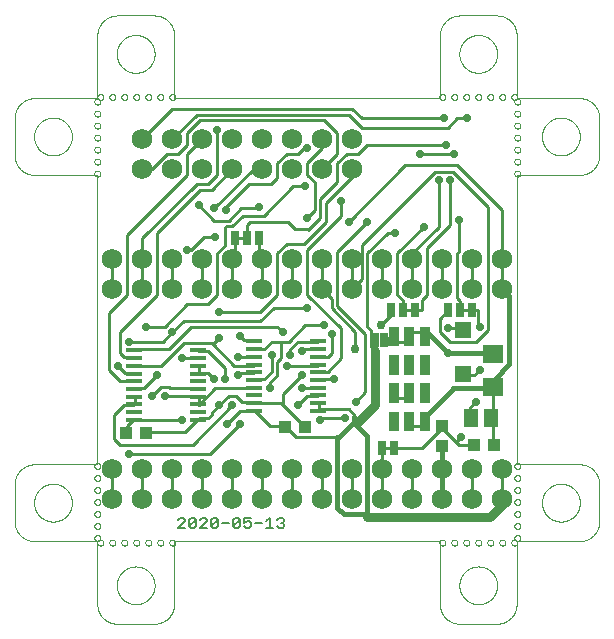
<source format=gtl>
G04 EAGLE Gerber RS-274X export*
G75*
%MOMM*%
%FSLAX34Y34*%
%LPD*%
%INTop Layer*%
%IPPOS*%
%AMOC8*
5,1,8,0,0,1.08239X$1,22.5*%
G01*
%ADD10C,0.152400*%
%ADD11C,0.000000*%
%ADD12R,1.430000X0.350000*%
%ADD13R,1.100000X1.000000*%
%ADD14R,0.939800X0.939800*%
%ADD15R,1.400000X1.400000*%
%ADD16R,1.300000X1.500000*%
%ADD17R,1.800000X1.600000*%
%ADD18R,1.000000X1.100000*%
%ADD19C,1.752600*%
%ADD20R,0.635000X1.270000*%
%ADD21C,0.254000*%
%ADD22C,0.381000*%
%ADD23C,0.762000*%
%ADD24C,0.736600*%
%ADD25C,0.406400*%
%ADD26C,0.756400*%


D10*
X74048Y13462D02*
X68286Y13462D01*
X74048Y19224D01*
X74048Y20665D01*
X72608Y22105D01*
X69727Y22105D01*
X68286Y20665D01*
X77641Y20665D02*
X77641Y14903D01*
X77641Y20665D02*
X79082Y22105D01*
X81963Y22105D01*
X83403Y20665D01*
X83403Y14903D01*
X81963Y13462D01*
X79082Y13462D01*
X77641Y14903D01*
X83403Y20665D01*
X86996Y13462D02*
X92759Y13462D01*
X92759Y19224D02*
X86996Y13462D01*
X92759Y19224D02*
X92759Y20665D01*
X91318Y22105D01*
X88437Y22105D01*
X86996Y20665D01*
X96352Y20665D02*
X96352Y14903D01*
X96352Y20665D02*
X97792Y22105D01*
X100673Y22105D01*
X102114Y20665D01*
X102114Y14903D01*
X100673Y13462D01*
X97792Y13462D01*
X96352Y14903D01*
X102114Y20665D01*
X105707Y17784D02*
X111469Y17784D01*
X115062Y14903D02*
X115062Y20665D01*
X116503Y22105D01*
X119384Y22105D01*
X120824Y20665D01*
X120824Y14903D01*
X119384Y13462D01*
X116503Y13462D01*
X115062Y14903D01*
X120824Y20665D01*
X124417Y22105D02*
X130179Y22105D01*
X124417Y22105D02*
X124417Y17784D01*
X127298Y19224D01*
X128739Y19224D01*
X130179Y17784D01*
X130179Y14903D01*
X128739Y13462D01*
X125858Y13462D01*
X124417Y14903D01*
X133772Y17784D02*
X139535Y17784D01*
X143128Y19224D02*
X146009Y22105D01*
X146009Y13462D01*
X143128Y13462D02*
X148890Y13462D01*
X152483Y20665D02*
X153923Y22105D01*
X156804Y22105D01*
X158245Y20665D01*
X158245Y19224D01*
X156804Y17784D01*
X155364Y17784D01*
X156804Y17784D02*
X158245Y16343D01*
X158245Y14903D01*
X156804Y13462D01*
X153923Y13462D01*
X152483Y14903D01*
D11*
X65000Y377500D02*
X290000Y377500D01*
X0Y312500D02*
X0Y67500D01*
X65000Y2500D02*
X290000Y2500D01*
X355600Y67500D02*
X355600Y312500D01*
X353060Y374650D02*
X353062Y374750D01*
X353068Y374851D01*
X353078Y374950D01*
X353092Y375050D01*
X353109Y375149D01*
X353131Y375247D01*
X353157Y375344D01*
X353186Y375440D01*
X353219Y375534D01*
X353256Y375628D01*
X353296Y375720D01*
X353340Y375810D01*
X353388Y375898D01*
X353439Y375985D01*
X353493Y376069D01*
X353551Y376151D01*
X353612Y376231D01*
X353676Y376308D01*
X353743Y376383D01*
X353813Y376455D01*
X353886Y376524D01*
X353961Y376590D01*
X354039Y376654D01*
X354119Y376714D01*
X354202Y376771D01*
X354287Y376824D01*
X354374Y376874D01*
X354463Y376921D01*
X354553Y376964D01*
X354645Y377004D01*
X354739Y377040D01*
X354834Y377072D01*
X354930Y377100D01*
X355028Y377125D01*
X355126Y377145D01*
X355225Y377162D01*
X355325Y377175D01*
X355424Y377184D01*
X355525Y377189D01*
X355625Y377190D01*
X355725Y377187D01*
X355826Y377180D01*
X355925Y377169D01*
X356025Y377154D01*
X356123Y377136D01*
X356221Y377113D01*
X356318Y377086D01*
X356413Y377056D01*
X356508Y377022D01*
X356601Y376984D01*
X356692Y376943D01*
X356782Y376898D01*
X356870Y376850D01*
X356956Y376798D01*
X357040Y376743D01*
X357121Y376684D01*
X357200Y376622D01*
X357277Y376558D01*
X357351Y376490D01*
X357422Y376419D01*
X357491Y376346D01*
X357556Y376270D01*
X357619Y376191D01*
X357678Y376110D01*
X357734Y376027D01*
X357787Y375942D01*
X357836Y375854D01*
X357882Y375765D01*
X357924Y375674D01*
X357963Y375581D01*
X357998Y375487D01*
X358029Y375392D01*
X358057Y375295D01*
X358080Y375198D01*
X358100Y375099D01*
X358116Y375000D01*
X358128Y374901D01*
X358136Y374800D01*
X358140Y374700D01*
X358140Y374600D01*
X358136Y374500D01*
X358128Y374399D01*
X358116Y374300D01*
X358100Y374201D01*
X358080Y374102D01*
X358057Y374005D01*
X358029Y373908D01*
X357998Y373813D01*
X357963Y373719D01*
X357924Y373626D01*
X357882Y373535D01*
X357836Y373446D01*
X357787Y373358D01*
X357734Y373273D01*
X357678Y373190D01*
X357619Y373109D01*
X357556Y373030D01*
X357491Y372954D01*
X357422Y372881D01*
X357351Y372810D01*
X357277Y372742D01*
X357200Y372678D01*
X357121Y372616D01*
X357040Y372557D01*
X356956Y372502D01*
X356870Y372450D01*
X356782Y372402D01*
X356692Y372357D01*
X356601Y372316D01*
X356508Y372278D01*
X356413Y372244D01*
X356318Y372214D01*
X356221Y372187D01*
X356123Y372164D01*
X356025Y372146D01*
X355925Y372131D01*
X355826Y372120D01*
X355725Y372113D01*
X355625Y372110D01*
X355525Y372111D01*
X355424Y372116D01*
X355325Y372125D01*
X355225Y372138D01*
X355126Y372155D01*
X355028Y372175D01*
X354930Y372200D01*
X354834Y372228D01*
X354739Y372260D01*
X354645Y372296D01*
X354553Y372336D01*
X354463Y372379D01*
X354374Y372426D01*
X354287Y372476D01*
X354202Y372529D01*
X354119Y372586D01*
X354039Y372646D01*
X353961Y372710D01*
X353886Y372776D01*
X353813Y372845D01*
X353743Y372917D01*
X353676Y372992D01*
X353612Y373069D01*
X353551Y373149D01*
X353493Y373231D01*
X353439Y373315D01*
X353388Y373402D01*
X353340Y373490D01*
X353296Y373580D01*
X353256Y373672D01*
X353219Y373766D01*
X353186Y373860D01*
X353157Y373956D01*
X353131Y374053D01*
X353109Y374151D01*
X353092Y374250D01*
X353078Y374350D01*
X353068Y374449D01*
X353062Y374550D01*
X353060Y374650D01*
X353060Y364490D02*
X353062Y364590D01*
X353068Y364691D01*
X353078Y364790D01*
X353092Y364890D01*
X353109Y364989D01*
X353131Y365087D01*
X353157Y365184D01*
X353186Y365280D01*
X353219Y365374D01*
X353256Y365468D01*
X353296Y365560D01*
X353340Y365650D01*
X353388Y365738D01*
X353439Y365825D01*
X353493Y365909D01*
X353551Y365991D01*
X353612Y366071D01*
X353676Y366148D01*
X353743Y366223D01*
X353813Y366295D01*
X353886Y366364D01*
X353961Y366430D01*
X354039Y366494D01*
X354119Y366554D01*
X354202Y366611D01*
X354287Y366664D01*
X354374Y366714D01*
X354463Y366761D01*
X354553Y366804D01*
X354645Y366844D01*
X354739Y366880D01*
X354834Y366912D01*
X354930Y366940D01*
X355028Y366965D01*
X355126Y366985D01*
X355225Y367002D01*
X355325Y367015D01*
X355424Y367024D01*
X355525Y367029D01*
X355625Y367030D01*
X355725Y367027D01*
X355826Y367020D01*
X355925Y367009D01*
X356025Y366994D01*
X356123Y366976D01*
X356221Y366953D01*
X356318Y366926D01*
X356413Y366896D01*
X356508Y366862D01*
X356601Y366824D01*
X356692Y366783D01*
X356782Y366738D01*
X356870Y366690D01*
X356956Y366638D01*
X357040Y366583D01*
X357121Y366524D01*
X357200Y366462D01*
X357277Y366398D01*
X357351Y366330D01*
X357422Y366259D01*
X357491Y366186D01*
X357556Y366110D01*
X357619Y366031D01*
X357678Y365950D01*
X357734Y365867D01*
X357787Y365782D01*
X357836Y365694D01*
X357882Y365605D01*
X357924Y365514D01*
X357963Y365421D01*
X357998Y365327D01*
X358029Y365232D01*
X358057Y365135D01*
X358080Y365038D01*
X358100Y364939D01*
X358116Y364840D01*
X358128Y364741D01*
X358136Y364640D01*
X358140Y364540D01*
X358140Y364440D01*
X358136Y364340D01*
X358128Y364239D01*
X358116Y364140D01*
X358100Y364041D01*
X358080Y363942D01*
X358057Y363845D01*
X358029Y363748D01*
X357998Y363653D01*
X357963Y363559D01*
X357924Y363466D01*
X357882Y363375D01*
X357836Y363286D01*
X357787Y363198D01*
X357734Y363113D01*
X357678Y363030D01*
X357619Y362949D01*
X357556Y362870D01*
X357491Y362794D01*
X357422Y362721D01*
X357351Y362650D01*
X357277Y362582D01*
X357200Y362518D01*
X357121Y362456D01*
X357040Y362397D01*
X356956Y362342D01*
X356870Y362290D01*
X356782Y362242D01*
X356692Y362197D01*
X356601Y362156D01*
X356508Y362118D01*
X356413Y362084D01*
X356318Y362054D01*
X356221Y362027D01*
X356123Y362004D01*
X356025Y361986D01*
X355925Y361971D01*
X355826Y361960D01*
X355725Y361953D01*
X355625Y361950D01*
X355525Y361951D01*
X355424Y361956D01*
X355325Y361965D01*
X355225Y361978D01*
X355126Y361995D01*
X355028Y362015D01*
X354930Y362040D01*
X354834Y362068D01*
X354739Y362100D01*
X354645Y362136D01*
X354553Y362176D01*
X354463Y362219D01*
X354374Y362266D01*
X354287Y362316D01*
X354202Y362369D01*
X354119Y362426D01*
X354039Y362486D01*
X353961Y362550D01*
X353886Y362616D01*
X353813Y362685D01*
X353743Y362757D01*
X353676Y362832D01*
X353612Y362909D01*
X353551Y362989D01*
X353493Y363071D01*
X353439Y363155D01*
X353388Y363242D01*
X353340Y363330D01*
X353296Y363420D01*
X353256Y363512D01*
X353219Y363606D01*
X353186Y363700D01*
X353157Y363796D01*
X353131Y363893D01*
X353109Y363991D01*
X353092Y364090D01*
X353078Y364190D01*
X353068Y364289D01*
X353062Y364390D01*
X353060Y364490D01*
X353060Y354330D02*
X353062Y354430D01*
X353068Y354531D01*
X353078Y354630D01*
X353092Y354730D01*
X353109Y354829D01*
X353131Y354927D01*
X353157Y355024D01*
X353186Y355120D01*
X353219Y355214D01*
X353256Y355308D01*
X353296Y355400D01*
X353340Y355490D01*
X353388Y355578D01*
X353439Y355665D01*
X353493Y355749D01*
X353551Y355831D01*
X353612Y355911D01*
X353676Y355988D01*
X353743Y356063D01*
X353813Y356135D01*
X353886Y356204D01*
X353961Y356270D01*
X354039Y356334D01*
X354119Y356394D01*
X354202Y356451D01*
X354287Y356504D01*
X354374Y356554D01*
X354463Y356601D01*
X354553Y356644D01*
X354645Y356684D01*
X354739Y356720D01*
X354834Y356752D01*
X354930Y356780D01*
X355028Y356805D01*
X355126Y356825D01*
X355225Y356842D01*
X355325Y356855D01*
X355424Y356864D01*
X355525Y356869D01*
X355625Y356870D01*
X355725Y356867D01*
X355826Y356860D01*
X355925Y356849D01*
X356025Y356834D01*
X356123Y356816D01*
X356221Y356793D01*
X356318Y356766D01*
X356413Y356736D01*
X356508Y356702D01*
X356601Y356664D01*
X356692Y356623D01*
X356782Y356578D01*
X356870Y356530D01*
X356956Y356478D01*
X357040Y356423D01*
X357121Y356364D01*
X357200Y356302D01*
X357277Y356238D01*
X357351Y356170D01*
X357422Y356099D01*
X357491Y356026D01*
X357556Y355950D01*
X357619Y355871D01*
X357678Y355790D01*
X357734Y355707D01*
X357787Y355622D01*
X357836Y355534D01*
X357882Y355445D01*
X357924Y355354D01*
X357963Y355261D01*
X357998Y355167D01*
X358029Y355072D01*
X358057Y354975D01*
X358080Y354878D01*
X358100Y354779D01*
X358116Y354680D01*
X358128Y354581D01*
X358136Y354480D01*
X358140Y354380D01*
X358140Y354280D01*
X358136Y354180D01*
X358128Y354079D01*
X358116Y353980D01*
X358100Y353881D01*
X358080Y353782D01*
X358057Y353685D01*
X358029Y353588D01*
X357998Y353493D01*
X357963Y353399D01*
X357924Y353306D01*
X357882Y353215D01*
X357836Y353126D01*
X357787Y353038D01*
X357734Y352953D01*
X357678Y352870D01*
X357619Y352789D01*
X357556Y352710D01*
X357491Y352634D01*
X357422Y352561D01*
X357351Y352490D01*
X357277Y352422D01*
X357200Y352358D01*
X357121Y352296D01*
X357040Y352237D01*
X356956Y352182D01*
X356870Y352130D01*
X356782Y352082D01*
X356692Y352037D01*
X356601Y351996D01*
X356508Y351958D01*
X356413Y351924D01*
X356318Y351894D01*
X356221Y351867D01*
X356123Y351844D01*
X356025Y351826D01*
X355925Y351811D01*
X355826Y351800D01*
X355725Y351793D01*
X355625Y351790D01*
X355525Y351791D01*
X355424Y351796D01*
X355325Y351805D01*
X355225Y351818D01*
X355126Y351835D01*
X355028Y351855D01*
X354930Y351880D01*
X354834Y351908D01*
X354739Y351940D01*
X354645Y351976D01*
X354553Y352016D01*
X354463Y352059D01*
X354374Y352106D01*
X354287Y352156D01*
X354202Y352209D01*
X354119Y352266D01*
X354039Y352326D01*
X353961Y352390D01*
X353886Y352456D01*
X353813Y352525D01*
X353743Y352597D01*
X353676Y352672D01*
X353612Y352749D01*
X353551Y352829D01*
X353493Y352911D01*
X353439Y352995D01*
X353388Y353082D01*
X353340Y353170D01*
X353296Y353260D01*
X353256Y353352D01*
X353219Y353446D01*
X353186Y353540D01*
X353157Y353636D01*
X353131Y353733D01*
X353109Y353831D01*
X353092Y353930D01*
X353078Y354030D01*
X353068Y354129D01*
X353062Y354230D01*
X353060Y354330D01*
X353060Y344170D02*
X353062Y344270D01*
X353068Y344371D01*
X353078Y344470D01*
X353092Y344570D01*
X353109Y344669D01*
X353131Y344767D01*
X353157Y344864D01*
X353186Y344960D01*
X353219Y345054D01*
X353256Y345148D01*
X353296Y345240D01*
X353340Y345330D01*
X353388Y345418D01*
X353439Y345505D01*
X353493Y345589D01*
X353551Y345671D01*
X353612Y345751D01*
X353676Y345828D01*
X353743Y345903D01*
X353813Y345975D01*
X353886Y346044D01*
X353961Y346110D01*
X354039Y346174D01*
X354119Y346234D01*
X354202Y346291D01*
X354287Y346344D01*
X354374Y346394D01*
X354463Y346441D01*
X354553Y346484D01*
X354645Y346524D01*
X354739Y346560D01*
X354834Y346592D01*
X354930Y346620D01*
X355028Y346645D01*
X355126Y346665D01*
X355225Y346682D01*
X355325Y346695D01*
X355424Y346704D01*
X355525Y346709D01*
X355625Y346710D01*
X355725Y346707D01*
X355826Y346700D01*
X355925Y346689D01*
X356025Y346674D01*
X356123Y346656D01*
X356221Y346633D01*
X356318Y346606D01*
X356413Y346576D01*
X356508Y346542D01*
X356601Y346504D01*
X356692Y346463D01*
X356782Y346418D01*
X356870Y346370D01*
X356956Y346318D01*
X357040Y346263D01*
X357121Y346204D01*
X357200Y346142D01*
X357277Y346078D01*
X357351Y346010D01*
X357422Y345939D01*
X357491Y345866D01*
X357556Y345790D01*
X357619Y345711D01*
X357678Y345630D01*
X357734Y345547D01*
X357787Y345462D01*
X357836Y345374D01*
X357882Y345285D01*
X357924Y345194D01*
X357963Y345101D01*
X357998Y345007D01*
X358029Y344912D01*
X358057Y344815D01*
X358080Y344718D01*
X358100Y344619D01*
X358116Y344520D01*
X358128Y344421D01*
X358136Y344320D01*
X358140Y344220D01*
X358140Y344120D01*
X358136Y344020D01*
X358128Y343919D01*
X358116Y343820D01*
X358100Y343721D01*
X358080Y343622D01*
X358057Y343525D01*
X358029Y343428D01*
X357998Y343333D01*
X357963Y343239D01*
X357924Y343146D01*
X357882Y343055D01*
X357836Y342966D01*
X357787Y342878D01*
X357734Y342793D01*
X357678Y342710D01*
X357619Y342629D01*
X357556Y342550D01*
X357491Y342474D01*
X357422Y342401D01*
X357351Y342330D01*
X357277Y342262D01*
X357200Y342198D01*
X357121Y342136D01*
X357040Y342077D01*
X356956Y342022D01*
X356870Y341970D01*
X356782Y341922D01*
X356692Y341877D01*
X356601Y341836D01*
X356508Y341798D01*
X356413Y341764D01*
X356318Y341734D01*
X356221Y341707D01*
X356123Y341684D01*
X356025Y341666D01*
X355925Y341651D01*
X355826Y341640D01*
X355725Y341633D01*
X355625Y341630D01*
X355525Y341631D01*
X355424Y341636D01*
X355325Y341645D01*
X355225Y341658D01*
X355126Y341675D01*
X355028Y341695D01*
X354930Y341720D01*
X354834Y341748D01*
X354739Y341780D01*
X354645Y341816D01*
X354553Y341856D01*
X354463Y341899D01*
X354374Y341946D01*
X354287Y341996D01*
X354202Y342049D01*
X354119Y342106D01*
X354039Y342166D01*
X353961Y342230D01*
X353886Y342296D01*
X353813Y342365D01*
X353743Y342437D01*
X353676Y342512D01*
X353612Y342589D01*
X353551Y342669D01*
X353493Y342751D01*
X353439Y342835D01*
X353388Y342922D01*
X353340Y343010D01*
X353296Y343100D01*
X353256Y343192D01*
X353219Y343286D01*
X353186Y343380D01*
X353157Y343476D01*
X353131Y343573D01*
X353109Y343671D01*
X353092Y343770D01*
X353078Y343870D01*
X353068Y343969D01*
X353062Y344070D01*
X353060Y344170D01*
X353060Y334010D02*
X353062Y334110D01*
X353068Y334211D01*
X353078Y334310D01*
X353092Y334410D01*
X353109Y334509D01*
X353131Y334607D01*
X353157Y334704D01*
X353186Y334800D01*
X353219Y334894D01*
X353256Y334988D01*
X353296Y335080D01*
X353340Y335170D01*
X353388Y335258D01*
X353439Y335345D01*
X353493Y335429D01*
X353551Y335511D01*
X353612Y335591D01*
X353676Y335668D01*
X353743Y335743D01*
X353813Y335815D01*
X353886Y335884D01*
X353961Y335950D01*
X354039Y336014D01*
X354119Y336074D01*
X354202Y336131D01*
X354287Y336184D01*
X354374Y336234D01*
X354463Y336281D01*
X354553Y336324D01*
X354645Y336364D01*
X354739Y336400D01*
X354834Y336432D01*
X354930Y336460D01*
X355028Y336485D01*
X355126Y336505D01*
X355225Y336522D01*
X355325Y336535D01*
X355424Y336544D01*
X355525Y336549D01*
X355625Y336550D01*
X355725Y336547D01*
X355826Y336540D01*
X355925Y336529D01*
X356025Y336514D01*
X356123Y336496D01*
X356221Y336473D01*
X356318Y336446D01*
X356413Y336416D01*
X356508Y336382D01*
X356601Y336344D01*
X356692Y336303D01*
X356782Y336258D01*
X356870Y336210D01*
X356956Y336158D01*
X357040Y336103D01*
X357121Y336044D01*
X357200Y335982D01*
X357277Y335918D01*
X357351Y335850D01*
X357422Y335779D01*
X357491Y335706D01*
X357556Y335630D01*
X357619Y335551D01*
X357678Y335470D01*
X357734Y335387D01*
X357787Y335302D01*
X357836Y335214D01*
X357882Y335125D01*
X357924Y335034D01*
X357963Y334941D01*
X357998Y334847D01*
X358029Y334752D01*
X358057Y334655D01*
X358080Y334558D01*
X358100Y334459D01*
X358116Y334360D01*
X358128Y334261D01*
X358136Y334160D01*
X358140Y334060D01*
X358140Y333960D01*
X358136Y333860D01*
X358128Y333759D01*
X358116Y333660D01*
X358100Y333561D01*
X358080Y333462D01*
X358057Y333365D01*
X358029Y333268D01*
X357998Y333173D01*
X357963Y333079D01*
X357924Y332986D01*
X357882Y332895D01*
X357836Y332806D01*
X357787Y332718D01*
X357734Y332633D01*
X357678Y332550D01*
X357619Y332469D01*
X357556Y332390D01*
X357491Y332314D01*
X357422Y332241D01*
X357351Y332170D01*
X357277Y332102D01*
X357200Y332038D01*
X357121Y331976D01*
X357040Y331917D01*
X356956Y331862D01*
X356870Y331810D01*
X356782Y331762D01*
X356692Y331717D01*
X356601Y331676D01*
X356508Y331638D01*
X356413Y331604D01*
X356318Y331574D01*
X356221Y331547D01*
X356123Y331524D01*
X356025Y331506D01*
X355925Y331491D01*
X355826Y331480D01*
X355725Y331473D01*
X355625Y331470D01*
X355525Y331471D01*
X355424Y331476D01*
X355325Y331485D01*
X355225Y331498D01*
X355126Y331515D01*
X355028Y331535D01*
X354930Y331560D01*
X354834Y331588D01*
X354739Y331620D01*
X354645Y331656D01*
X354553Y331696D01*
X354463Y331739D01*
X354374Y331786D01*
X354287Y331836D01*
X354202Y331889D01*
X354119Y331946D01*
X354039Y332006D01*
X353961Y332070D01*
X353886Y332136D01*
X353813Y332205D01*
X353743Y332277D01*
X353676Y332352D01*
X353612Y332429D01*
X353551Y332509D01*
X353493Y332591D01*
X353439Y332675D01*
X353388Y332762D01*
X353340Y332850D01*
X353296Y332940D01*
X353256Y333032D01*
X353219Y333126D01*
X353186Y333220D01*
X353157Y333316D01*
X353131Y333413D01*
X353109Y333511D01*
X353092Y333610D01*
X353078Y333710D01*
X353068Y333809D01*
X353062Y333910D01*
X353060Y334010D01*
X355000Y377500D02*
X407500Y377500D01*
X425000Y360000D02*
X425000Y330000D01*
X407500Y312500D02*
X355600Y312500D01*
X353060Y323850D02*
X353062Y323950D01*
X353068Y324051D01*
X353078Y324150D01*
X353092Y324250D01*
X353109Y324349D01*
X353131Y324447D01*
X353157Y324544D01*
X353186Y324640D01*
X353219Y324734D01*
X353256Y324828D01*
X353296Y324920D01*
X353340Y325010D01*
X353388Y325098D01*
X353439Y325185D01*
X353493Y325269D01*
X353551Y325351D01*
X353612Y325431D01*
X353676Y325508D01*
X353743Y325583D01*
X353813Y325655D01*
X353886Y325724D01*
X353961Y325790D01*
X354039Y325854D01*
X354119Y325914D01*
X354202Y325971D01*
X354287Y326024D01*
X354374Y326074D01*
X354463Y326121D01*
X354553Y326164D01*
X354645Y326204D01*
X354739Y326240D01*
X354834Y326272D01*
X354930Y326300D01*
X355028Y326325D01*
X355126Y326345D01*
X355225Y326362D01*
X355325Y326375D01*
X355424Y326384D01*
X355525Y326389D01*
X355625Y326390D01*
X355725Y326387D01*
X355826Y326380D01*
X355925Y326369D01*
X356025Y326354D01*
X356123Y326336D01*
X356221Y326313D01*
X356318Y326286D01*
X356413Y326256D01*
X356508Y326222D01*
X356601Y326184D01*
X356692Y326143D01*
X356782Y326098D01*
X356870Y326050D01*
X356956Y325998D01*
X357040Y325943D01*
X357121Y325884D01*
X357200Y325822D01*
X357277Y325758D01*
X357351Y325690D01*
X357422Y325619D01*
X357491Y325546D01*
X357556Y325470D01*
X357619Y325391D01*
X357678Y325310D01*
X357734Y325227D01*
X357787Y325142D01*
X357836Y325054D01*
X357882Y324965D01*
X357924Y324874D01*
X357963Y324781D01*
X357998Y324687D01*
X358029Y324592D01*
X358057Y324495D01*
X358080Y324398D01*
X358100Y324299D01*
X358116Y324200D01*
X358128Y324101D01*
X358136Y324000D01*
X358140Y323900D01*
X358140Y323800D01*
X358136Y323700D01*
X358128Y323599D01*
X358116Y323500D01*
X358100Y323401D01*
X358080Y323302D01*
X358057Y323205D01*
X358029Y323108D01*
X357998Y323013D01*
X357963Y322919D01*
X357924Y322826D01*
X357882Y322735D01*
X357836Y322646D01*
X357787Y322558D01*
X357734Y322473D01*
X357678Y322390D01*
X357619Y322309D01*
X357556Y322230D01*
X357491Y322154D01*
X357422Y322081D01*
X357351Y322010D01*
X357277Y321942D01*
X357200Y321878D01*
X357121Y321816D01*
X357040Y321757D01*
X356956Y321702D01*
X356870Y321650D01*
X356782Y321602D01*
X356692Y321557D01*
X356601Y321516D01*
X356508Y321478D01*
X356413Y321444D01*
X356318Y321414D01*
X356221Y321387D01*
X356123Y321364D01*
X356025Y321346D01*
X355925Y321331D01*
X355826Y321320D01*
X355725Y321313D01*
X355625Y321310D01*
X355525Y321311D01*
X355424Y321316D01*
X355325Y321325D01*
X355225Y321338D01*
X355126Y321355D01*
X355028Y321375D01*
X354930Y321400D01*
X354834Y321428D01*
X354739Y321460D01*
X354645Y321496D01*
X354553Y321536D01*
X354463Y321579D01*
X354374Y321626D01*
X354287Y321676D01*
X354202Y321729D01*
X354119Y321786D01*
X354039Y321846D01*
X353961Y321910D01*
X353886Y321976D01*
X353813Y322045D01*
X353743Y322117D01*
X353676Y322192D01*
X353612Y322269D01*
X353551Y322349D01*
X353493Y322431D01*
X353439Y322515D01*
X353388Y322602D01*
X353340Y322690D01*
X353296Y322780D01*
X353256Y322872D01*
X353219Y322966D01*
X353186Y323060D01*
X353157Y323156D01*
X353131Y323253D01*
X353109Y323351D01*
X353092Y323450D01*
X353078Y323550D01*
X353068Y323649D01*
X353062Y323750D01*
X353060Y323850D01*
X353060Y313690D02*
X353062Y313790D01*
X353068Y313891D01*
X353078Y313990D01*
X353092Y314090D01*
X353109Y314189D01*
X353131Y314287D01*
X353157Y314384D01*
X353186Y314480D01*
X353219Y314574D01*
X353256Y314668D01*
X353296Y314760D01*
X353340Y314850D01*
X353388Y314938D01*
X353439Y315025D01*
X353493Y315109D01*
X353551Y315191D01*
X353612Y315271D01*
X353676Y315348D01*
X353743Y315423D01*
X353813Y315495D01*
X353886Y315564D01*
X353961Y315630D01*
X354039Y315694D01*
X354119Y315754D01*
X354202Y315811D01*
X354287Y315864D01*
X354374Y315914D01*
X354463Y315961D01*
X354553Y316004D01*
X354645Y316044D01*
X354739Y316080D01*
X354834Y316112D01*
X354930Y316140D01*
X355028Y316165D01*
X355126Y316185D01*
X355225Y316202D01*
X355325Y316215D01*
X355424Y316224D01*
X355525Y316229D01*
X355625Y316230D01*
X355725Y316227D01*
X355826Y316220D01*
X355925Y316209D01*
X356025Y316194D01*
X356123Y316176D01*
X356221Y316153D01*
X356318Y316126D01*
X356413Y316096D01*
X356508Y316062D01*
X356601Y316024D01*
X356692Y315983D01*
X356782Y315938D01*
X356870Y315890D01*
X356956Y315838D01*
X357040Y315783D01*
X357121Y315724D01*
X357200Y315662D01*
X357277Y315598D01*
X357351Y315530D01*
X357422Y315459D01*
X357491Y315386D01*
X357556Y315310D01*
X357619Y315231D01*
X357678Y315150D01*
X357734Y315067D01*
X357787Y314982D01*
X357836Y314894D01*
X357882Y314805D01*
X357924Y314714D01*
X357963Y314621D01*
X357998Y314527D01*
X358029Y314432D01*
X358057Y314335D01*
X358080Y314238D01*
X358100Y314139D01*
X358116Y314040D01*
X358128Y313941D01*
X358136Y313840D01*
X358140Y313740D01*
X358140Y313640D01*
X358136Y313540D01*
X358128Y313439D01*
X358116Y313340D01*
X358100Y313241D01*
X358080Y313142D01*
X358057Y313045D01*
X358029Y312948D01*
X357998Y312853D01*
X357963Y312759D01*
X357924Y312666D01*
X357882Y312575D01*
X357836Y312486D01*
X357787Y312398D01*
X357734Y312313D01*
X357678Y312230D01*
X357619Y312149D01*
X357556Y312070D01*
X357491Y311994D01*
X357422Y311921D01*
X357351Y311850D01*
X357277Y311782D01*
X357200Y311718D01*
X357121Y311656D01*
X357040Y311597D01*
X356956Y311542D01*
X356870Y311490D01*
X356782Y311442D01*
X356692Y311397D01*
X356601Y311356D01*
X356508Y311318D01*
X356413Y311284D01*
X356318Y311254D01*
X356221Y311227D01*
X356123Y311204D01*
X356025Y311186D01*
X355925Y311171D01*
X355826Y311160D01*
X355725Y311153D01*
X355625Y311150D01*
X355525Y311151D01*
X355424Y311156D01*
X355325Y311165D01*
X355225Y311178D01*
X355126Y311195D01*
X355028Y311215D01*
X354930Y311240D01*
X354834Y311268D01*
X354739Y311300D01*
X354645Y311336D01*
X354553Y311376D01*
X354463Y311419D01*
X354374Y311466D01*
X354287Y311516D01*
X354202Y311569D01*
X354119Y311626D01*
X354039Y311686D01*
X353961Y311750D01*
X353886Y311816D01*
X353813Y311885D01*
X353743Y311957D01*
X353676Y312032D01*
X353612Y312109D01*
X353551Y312189D01*
X353493Y312271D01*
X353439Y312355D01*
X353388Y312442D01*
X353340Y312530D01*
X353296Y312620D01*
X353256Y312712D01*
X353219Y312806D01*
X353186Y312900D01*
X353157Y312996D01*
X353131Y313093D01*
X353109Y313191D01*
X353092Y313290D01*
X353078Y313390D01*
X353068Y313489D01*
X353062Y313590D01*
X353060Y313690D01*
X289560Y378460D02*
X289562Y378560D01*
X289568Y378661D01*
X289578Y378760D01*
X289592Y378860D01*
X289609Y378959D01*
X289631Y379057D01*
X289657Y379154D01*
X289686Y379250D01*
X289719Y379344D01*
X289756Y379438D01*
X289796Y379530D01*
X289840Y379620D01*
X289888Y379708D01*
X289939Y379795D01*
X289993Y379879D01*
X290051Y379961D01*
X290112Y380041D01*
X290176Y380118D01*
X290243Y380193D01*
X290313Y380265D01*
X290386Y380334D01*
X290461Y380400D01*
X290539Y380464D01*
X290619Y380524D01*
X290702Y380581D01*
X290787Y380634D01*
X290874Y380684D01*
X290963Y380731D01*
X291053Y380774D01*
X291145Y380814D01*
X291239Y380850D01*
X291334Y380882D01*
X291430Y380910D01*
X291528Y380935D01*
X291626Y380955D01*
X291725Y380972D01*
X291825Y380985D01*
X291924Y380994D01*
X292025Y380999D01*
X292125Y381000D01*
X292225Y380997D01*
X292326Y380990D01*
X292425Y380979D01*
X292525Y380964D01*
X292623Y380946D01*
X292721Y380923D01*
X292818Y380896D01*
X292913Y380866D01*
X293008Y380832D01*
X293101Y380794D01*
X293192Y380753D01*
X293282Y380708D01*
X293370Y380660D01*
X293456Y380608D01*
X293540Y380553D01*
X293621Y380494D01*
X293700Y380432D01*
X293777Y380368D01*
X293851Y380300D01*
X293922Y380229D01*
X293991Y380156D01*
X294056Y380080D01*
X294119Y380001D01*
X294178Y379920D01*
X294234Y379837D01*
X294287Y379752D01*
X294336Y379664D01*
X294382Y379575D01*
X294424Y379484D01*
X294463Y379391D01*
X294498Y379297D01*
X294529Y379202D01*
X294557Y379105D01*
X294580Y379008D01*
X294600Y378909D01*
X294616Y378810D01*
X294628Y378711D01*
X294636Y378610D01*
X294640Y378510D01*
X294640Y378410D01*
X294636Y378310D01*
X294628Y378209D01*
X294616Y378110D01*
X294600Y378011D01*
X294580Y377912D01*
X294557Y377815D01*
X294529Y377718D01*
X294498Y377623D01*
X294463Y377529D01*
X294424Y377436D01*
X294382Y377345D01*
X294336Y377256D01*
X294287Y377168D01*
X294234Y377083D01*
X294178Y377000D01*
X294119Y376919D01*
X294056Y376840D01*
X293991Y376764D01*
X293922Y376691D01*
X293851Y376620D01*
X293777Y376552D01*
X293700Y376488D01*
X293621Y376426D01*
X293540Y376367D01*
X293456Y376312D01*
X293370Y376260D01*
X293282Y376212D01*
X293192Y376167D01*
X293101Y376126D01*
X293008Y376088D01*
X292913Y376054D01*
X292818Y376024D01*
X292721Y375997D01*
X292623Y375974D01*
X292525Y375956D01*
X292425Y375941D01*
X292326Y375930D01*
X292225Y375923D01*
X292125Y375920D01*
X292025Y375921D01*
X291924Y375926D01*
X291825Y375935D01*
X291725Y375948D01*
X291626Y375965D01*
X291528Y375985D01*
X291430Y376010D01*
X291334Y376038D01*
X291239Y376070D01*
X291145Y376106D01*
X291053Y376146D01*
X290963Y376189D01*
X290874Y376236D01*
X290787Y376286D01*
X290702Y376339D01*
X290619Y376396D01*
X290539Y376456D01*
X290461Y376520D01*
X290386Y376586D01*
X290313Y376655D01*
X290243Y376727D01*
X290176Y376802D01*
X290112Y376879D01*
X290051Y376959D01*
X289993Y377041D01*
X289939Y377125D01*
X289888Y377212D01*
X289840Y377300D01*
X289796Y377390D01*
X289756Y377482D01*
X289719Y377576D01*
X289686Y377670D01*
X289657Y377766D01*
X289631Y377863D01*
X289609Y377961D01*
X289592Y378060D01*
X289578Y378160D01*
X289568Y378259D01*
X289562Y378360D01*
X289560Y378460D01*
X299720Y378460D02*
X299722Y378560D01*
X299728Y378661D01*
X299738Y378760D01*
X299752Y378860D01*
X299769Y378959D01*
X299791Y379057D01*
X299817Y379154D01*
X299846Y379250D01*
X299879Y379344D01*
X299916Y379438D01*
X299956Y379530D01*
X300000Y379620D01*
X300048Y379708D01*
X300099Y379795D01*
X300153Y379879D01*
X300211Y379961D01*
X300272Y380041D01*
X300336Y380118D01*
X300403Y380193D01*
X300473Y380265D01*
X300546Y380334D01*
X300621Y380400D01*
X300699Y380464D01*
X300779Y380524D01*
X300862Y380581D01*
X300947Y380634D01*
X301034Y380684D01*
X301123Y380731D01*
X301213Y380774D01*
X301305Y380814D01*
X301399Y380850D01*
X301494Y380882D01*
X301590Y380910D01*
X301688Y380935D01*
X301786Y380955D01*
X301885Y380972D01*
X301985Y380985D01*
X302084Y380994D01*
X302185Y380999D01*
X302285Y381000D01*
X302385Y380997D01*
X302486Y380990D01*
X302585Y380979D01*
X302685Y380964D01*
X302783Y380946D01*
X302881Y380923D01*
X302978Y380896D01*
X303073Y380866D01*
X303168Y380832D01*
X303261Y380794D01*
X303352Y380753D01*
X303442Y380708D01*
X303530Y380660D01*
X303616Y380608D01*
X303700Y380553D01*
X303781Y380494D01*
X303860Y380432D01*
X303937Y380368D01*
X304011Y380300D01*
X304082Y380229D01*
X304151Y380156D01*
X304216Y380080D01*
X304279Y380001D01*
X304338Y379920D01*
X304394Y379837D01*
X304447Y379752D01*
X304496Y379664D01*
X304542Y379575D01*
X304584Y379484D01*
X304623Y379391D01*
X304658Y379297D01*
X304689Y379202D01*
X304717Y379105D01*
X304740Y379008D01*
X304760Y378909D01*
X304776Y378810D01*
X304788Y378711D01*
X304796Y378610D01*
X304800Y378510D01*
X304800Y378410D01*
X304796Y378310D01*
X304788Y378209D01*
X304776Y378110D01*
X304760Y378011D01*
X304740Y377912D01*
X304717Y377815D01*
X304689Y377718D01*
X304658Y377623D01*
X304623Y377529D01*
X304584Y377436D01*
X304542Y377345D01*
X304496Y377256D01*
X304447Y377168D01*
X304394Y377083D01*
X304338Y377000D01*
X304279Y376919D01*
X304216Y376840D01*
X304151Y376764D01*
X304082Y376691D01*
X304011Y376620D01*
X303937Y376552D01*
X303860Y376488D01*
X303781Y376426D01*
X303700Y376367D01*
X303616Y376312D01*
X303530Y376260D01*
X303442Y376212D01*
X303352Y376167D01*
X303261Y376126D01*
X303168Y376088D01*
X303073Y376054D01*
X302978Y376024D01*
X302881Y375997D01*
X302783Y375974D01*
X302685Y375956D01*
X302585Y375941D01*
X302486Y375930D01*
X302385Y375923D01*
X302285Y375920D01*
X302185Y375921D01*
X302084Y375926D01*
X301985Y375935D01*
X301885Y375948D01*
X301786Y375965D01*
X301688Y375985D01*
X301590Y376010D01*
X301494Y376038D01*
X301399Y376070D01*
X301305Y376106D01*
X301213Y376146D01*
X301123Y376189D01*
X301034Y376236D01*
X300947Y376286D01*
X300862Y376339D01*
X300779Y376396D01*
X300699Y376456D01*
X300621Y376520D01*
X300546Y376586D01*
X300473Y376655D01*
X300403Y376727D01*
X300336Y376802D01*
X300272Y376879D01*
X300211Y376959D01*
X300153Y377041D01*
X300099Y377125D01*
X300048Y377212D01*
X300000Y377300D01*
X299956Y377390D01*
X299916Y377482D01*
X299879Y377576D01*
X299846Y377670D01*
X299817Y377766D01*
X299791Y377863D01*
X299769Y377961D01*
X299752Y378060D01*
X299738Y378160D01*
X299728Y378259D01*
X299722Y378360D01*
X299720Y378460D01*
X309880Y378460D02*
X309882Y378560D01*
X309888Y378661D01*
X309898Y378760D01*
X309912Y378860D01*
X309929Y378959D01*
X309951Y379057D01*
X309977Y379154D01*
X310006Y379250D01*
X310039Y379344D01*
X310076Y379438D01*
X310116Y379530D01*
X310160Y379620D01*
X310208Y379708D01*
X310259Y379795D01*
X310313Y379879D01*
X310371Y379961D01*
X310432Y380041D01*
X310496Y380118D01*
X310563Y380193D01*
X310633Y380265D01*
X310706Y380334D01*
X310781Y380400D01*
X310859Y380464D01*
X310939Y380524D01*
X311022Y380581D01*
X311107Y380634D01*
X311194Y380684D01*
X311283Y380731D01*
X311373Y380774D01*
X311465Y380814D01*
X311559Y380850D01*
X311654Y380882D01*
X311750Y380910D01*
X311848Y380935D01*
X311946Y380955D01*
X312045Y380972D01*
X312145Y380985D01*
X312244Y380994D01*
X312345Y380999D01*
X312445Y381000D01*
X312545Y380997D01*
X312646Y380990D01*
X312745Y380979D01*
X312845Y380964D01*
X312943Y380946D01*
X313041Y380923D01*
X313138Y380896D01*
X313233Y380866D01*
X313328Y380832D01*
X313421Y380794D01*
X313512Y380753D01*
X313602Y380708D01*
X313690Y380660D01*
X313776Y380608D01*
X313860Y380553D01*
X313941Y380494D01*
X314020Y380432D01*
X314097Y380368D01*
X314171Y380300D01*
X314242Y380229D01*
X314311Y380156D01*
X314376Y380080D01*
X314439Y380001D01*
X314498Y379920D01*
X314554Y379837D01*
X314607Y379752D01*
X314656Y379664D01*
X314702Y379575D01*
X314744Y379484D01*
X314783Y379391D01*
X314818Y379297D01*
X314849Y379202D01*
X314877Y379105D01*
X314900Y379008D01*
X314920Y378909D01*
X314936Y378810D01*
X314948Y378711D01*
X314956Y378610D01*
X314960Y378510D01*
X314960Y378410D01*
X314956Y378310D01*
X314948Y378209D01*
X314936Y378110D01*
X314920Y378011D01*
X314900Y377912D01*
X314877Y377815D01*
X314849Y377718D01*
X314818Y377623D01*
X314783Y377529D01*
X314744Y377436D01*
X314702Y377345D01*
X314656Y377256D01*
X314607Y377168D01*
X314554Y377083D01*
X314498Y377000D01*
X314439Y376919D01*
X314376Y376840D01*
X314311Y376764D01*
X314242Y376691D01*
X314171Y376620D01*
X314097Y376552D01*
X314020Y376488D01*
X313941Y376426D01*
X313860Y376367D01*
X313776Y376312D01*
X313690Y376260D01*
X313602Y376212D01*
X313512Y376167D01*
X313421Y376126D01*
X313328Y376088D01*
X313233Y376054D01*
X313138Y376024D01*
X313041Y375997D01*
X312943Y375974D01*
X312845Y375956D01*
X312745Y375941D01*
X312646Y375930D01*
X312545Y375923D01*
X312445Y375920D01*
X312345Y375921D01*
X312244Y375926D01*
X312145Y375935D01*
X312045Y375948D01*
X311946Y375965D01*
X311848Y375985D01*
X311750Y376010D01*
X311654Y376038D01*
X311559Y376070D01*
X311465Y376106D01*
X311373Y376146D01*
X311283Y376189D01*
X311194Y376236D01*
X311107Y376286D01*
X311022Y376339D01*
X310939Y376396D01*
X310859Y376456D01*
X310781Y376520D01*
X310706Y376586D01*
X310633Y376655D01*
X310563Y376727D01*
X310496Y376802D01*
X310432Y376879D01*
X310371Y376959D01*
X310313Y377041D01*
X310259Y377125D01*
X310208Y377212D01*
X310160Y377300D01*
X310116Y377390D01*
X310076Y377482D01*
X310039Y377576D01*
X310006Y377670D01*
X309977Y377766D01*
X309951Y377863D01*
X309929Y377961D01*
X309912Y378060D01*
X309898Y378160D01*
X309888Y378259D01*
X309882Y378360D01*
X309880Y378460D01*
X320040Y378460D02*
X320042Y378560D01*
X320048Y378661D01*
X320058Y378760D01*
X320072Y378860D01*
X320089Y378959D01*
X320111Y379057D01*
X320137Y379154D01*
X320166Y379250D01*
X320199Y379344D01*
X320236Y379438D01*
X320276Y379530D01*
X320320Y379620D01*
X320368Y379708D01*
X320419Y379795D01*
X320473Y379879D01*
X320531Y379961D01*
X320592Y380041D01*
X320656Y380118D01*
X320723Y380193D01*
X320793Y380265D01*
X320866Y380334D01*
X320941Y380400D01*
X321019Y380464D01*
X321099Y380524D01*
X321182Y380581D01*
X321267Y380634D01*
X321354Y380684D01*
X321443Y380731D01*
X321533Y380774D01*
X321625Y380814D01*
X321719Y380850D01*
X321814Y380882D01*
X321910Y380910D01*
X322008Y380935D01*
X322106Y380955D01*
X322205Y380972D01*
X322305Y380985D01*
X322404Y380994D01*
X322505Y380999D01*
X322605Y381000D01*
X322705Y380997D01*
X322806Y380990D01*
X322905Y380979D01*
X323005Y380964D01*
X323103Y380946D01*
X323201Y380923D01*
X323298Y380896D01*
X323393Y380866D01*
X323488Y380832D01*
X323581Y380794D01*
X323672Y380753D01*
X323762Y380708D01*
X323850Y380660D01*
X323936Y380608D01*
X324020Y380553D01*
X324101Y380494D01*
X324180Y380432D01*
X324257Y380368D01*
X324331Y380300D01*
X324402Y380229D01*
X324471Y380156D01*
X324536Y380080D01*
X324599Y380001D01*
X324658Y379920D01*
X324714Y379837D01*
X324767Y379752D01*
X324816Y379664D01*
X324862Y379575D01*
X324904Y379484D01*
X324943Y379391D01*
X324978Y379297D01*
X325009Y379202D01*
X325037Y379105D01*
X325060Y379008D01*
X325080Y378909D01*
X325096Y378810D01*
X325108Y378711D01*
X325116Y378610D01*
X325120Y378510D01*
X325120Y378410D01*
X325116Y378310D01*
X325108Y378209D01*
X325096Y378110D01*
X325080Y378011D01*
X325060Y377912D01*
X325037Y377815D01*
X325009Y377718D01*
X324978Y377623D01*
X324943Y377529D01*
X324904Y377436D01*
X324862Y377345D01*
X324816Y377256D01*
X324767Y377168D01*
X324714Y377083D01*
X324658Y377000D01*
X324599Y376919D01*
X324536Y376840D01*
X324471Y376764D01*
X324402Y376691D01*
X324331Y376620D01*
X324257Y376552D01*
X324180Y376488D01*
X324101Y376426D01*
X324020Y376367D01*
X323936Y376312D01*
X323850Y376260D01*
X323762Y376212D01*
X323672Y376167D01*
X323581Y376126D01*
X323488Y376088D01*
X323393Y376054D01*
X323298Y376024D01*
X323201Y375997D01*
X323103Y375974D01*
X323005Y375956D01*
X322905Y375941D01*
X322806Y375930D01*
X322705Y375923D01*
X322605Y375920D01*
X322505Y375921D01*
X322404Y375926D01*
X322305Y375935D01*
X322205Y375948D01*
X322106Y375965D01*
X322008Y375985D01*
X321910Y376010D01*
X321814Y376038D01*
X321719Y376070D01*
X321625Y376106D01*
X321533Y376146D01*
X321443Y376189D01*
X321354Y376236D01*
X321267Y376286D01*
X321182Y376339D01*
X321099Y376396D01*
X321019Y376456D01*
X320941Y376520D01*
X320866Y376586D01*
X320793Y376655D01*
X320723Y376727D01*
X320656Y376802D01*
X320592Y376879D01*
X320531Y376959D01*
X320473Y377041D01*
X320419Y377125D01*
X320368Y377212D01*
X320320Y377300D01*
X320276Y377390D01*
X320236Y377482D01*
X320199Y377576D01*
X320166Y377670D01*
X320137Y377766D01*
X320111Y377863D01*
X320089Y377961D01*
X320072Y378060D01*
X320058Y378160D01*
X320048Y378259D01*
X320042Y378360D01*
X320040Y378460D01*
X330200Y378460D02*
X330202Y378560D01*
X330208Y378661D01*
X330218Y378760D01*
X330232Y378860D01*
X330249Y378959D01*
X330271Y379057D01*
X330297Y379154D01*
X330326Y379250D01*
X330359Y379344D01*
X330396Y379438D01*
X330436Y379530D01*
X330480Y379620D01*
X330528Y379708D01*
X330579Y379795D01*
X330633Y379879D01*
X330691Y379961D01*
X330752Y380041D01*
X330816Y380118D01*
X330883Y380193D01*
X330953Y380265D01*
X331026Y380334D01*
X331101Y380400D01*
X331179Y380464D01*
X331259Y380524D01*
X331342Y380581D01*
X331427Y380634D01*
X331514Y380684D01*
X331603Y380731D01*
X331693Y380774D01*
X331785Y380814D01*
X331879Y380850D01*
X331974Y380882D01*
X332070Y380910D01*
X332168Y380935D01*
X332266Y380955D01*
X332365Y380972D01*
X332465Y380985D01*
X332564Y380994D01*
X332665Y380999D01*
X332765Y381000D01*
X332865Y380997D01*
X332966Y380990D01*
X333065Y380979D01*
X333165Y380964D01*
X333263Y380946D01*
X333361Y380923D01*
X333458Y380896D01*
X333553Y380866D01*
X333648Y380832D01*
X333741Y380794D01*
X333832Y380753D01*
X333922Y380708D01*
X334010Y380660D01*
X334096Y380608D01*
X334180Y380553D01*
X334261Y380494D01*
X334340Y380432D01*
X334417Y380368D01*
X334491Y380300D01*
X334562Y380229D01*
X334631Y380156D01*
X334696Y380080D01*
X334759Y380001D01*
X334818Y379920D01*
X334874Y379837D01*
X334927Y379752D01*
X334976Y379664D01*
X335022Y379575D01*
X335064Y379484D01*
X335103Y379391D01*
X335138Y379297D01*
X335169Y379202D01*
X335197Y379105D01*
X335220Y379008D01*
X335240Y378909D01*
X335256Y378810D01*
X335268Y378711D01*
X335276Y378610D01*
X335280Y378510D01*
X335280Y378410D01*
X335276Y378310D01*
X335268Y378209D01*
X335256Y378110D01*
X335240Y378011D01*
X335220Y377912D01*
X335197Y377815D01*
X335169Y377718D01*
X335138Y377623D01*
X335103Y377529D01*
X335064Y377436D01*
X335022Y377345D01*
X334976Y377256D01*
X334927Y377168D01*
X334874Y377083D01*
X334818Y377000D01*
X334759Y376919D01*
X334696Y376840D01*
X334631Y376764D01*
X334562Y376691D01*
X334491Y376620D01*
X334417Y376552D01*
X334340Y376488D01*
X334261Y376426D01*
X334180Y376367D01*
X334096Y376312D01*
X334010Y376260D01*
X333922Y376212D01*
X333832Y376167D01*
X333741Y376126D01*
X333648Y376088D01*
X333553Y376054D01*
X333458Y376024D01*
X333361Y375997D01*
X333263Y375974D01*
X333165Y375956D01*
X333065Y375941D01*
X332966Y375930D01*
X332865Y375923D01*
X332765Y375920D01*
X332665Y375921D01*
X332564Y375926D01*
X332465Y375935D01*
X332365Y375948D01*
X332266Y375965D01*
X332168Y375985D01*
X332070Y376010D01*
X331974Y376038D01*
X331879Y376070D01*
X331785Y376106D01*
X331693Y376146D01*
X331603Y376189D01*
X331514Y376236D01*
X331427Y376286D01*
X331342Y376339D01*
X331259Y376396D01*
X331179Y376456D01*
X331101Y376520D01*
X331026Y376586D01*
X330953Y376655D01*
X330883Y376727D01*
X330816Y376802D01*
X330752Y376879D01*
X330691Y376959D01*
X330633Y377041D01*
X330579Y377125D01*
X330528Y377212D01*
X330480Y377300D01*
X330436Y377390D01*
X330396Y377482D01*
X330359Y377576D01*
X330326Y377670D01*
X330297Y377766D01*
X330271Y377863D01*
X330249Y377961D01*
X330232Y378060D01*
X330218Y378160D01*
X330208Y378259D01*
X330202Y378360D01*
X330200Y378460D01*
X290000Y377500D02*
X290000Y430000D01*
X308000Y447500D02*
X337500Y447500D01*
X340360Y378460D02*
X340362Y378560D01*
X340368Y378661D01*
X340378Y378760D01*
X340392Y378860D01*
X340409Y378959D01*
X340431Y379057D01*
X340457Y379154D01*
X340486Y379250D01*
X340519Y379344D01*
X340556Y379438D01*
X340596Y379530D01*
X340640Y379620D01*
X340688Y379708D01*
X340739Y379795D01*
X340793Y379879D01*
X340851Y379961D01*
X340912Y380041D01*
X340976Y380118D01*
X341043Y380193D01*
X341113Y380265D01*
X341186Y380334D01*
X341261Y380400D01*
X341339Y380464D01*
X341419Y380524D01*
X341502Y380581D01*
X341587Y380634D01*
X341674Y380684D01*
X341763Y380731D01*
X341853Y380774D01*
X341945Y380814D01*
X342039Y380850D01*
X342134Y380882D01*
X342230Y380910D01*
X342328Y380935D01*
X342426Y380955D01*
X342525Y380972D01*
X342625Y380985D01*
X342724Y380994D01*
X342825Y380999D01*
X342925Y381000D01*
X343025Y380997D01*
X343126Y380990D01*
X343225Y380979D01*
X343325Y380964D01*
X343423Y380946D01*
X343521Y380923D01*
X343618Y380896D01*
X343713Y380866D01*
X343808Y380832D01*
X343901Y380794D01*
X343992Y380753D01*
X344082Y380708D01*
X344170Y380660D01*
X344256Y380608D01*
X344340Y380553D01*
X344421Y380494D01*
X344500Y380432D01*
X344577Y380368D01*
X344651Y380300D01*
X344722Y380229D01*
X344791Y380156D01*
X344856Y380080D01*
X344919Y380001D01*
X344978Y379920D01*
X345034Y379837D01*
X345087Y379752D01*
X345136Y379664D01*
X345182Y379575D01*
X345224Y379484D01*
X345263Y379391D01*
X345298Y379297D01*
X345329Y379202D01*
X345357Y379105D01*
X345380Y379008D01*
X345400Y378909D01*
X345416Y378810D01*
X345428Y378711D01*
X345436Y378610D01*
X345440Y378510D01*
X345440Y378410D01*
X345436Y378310D01*
X345428Y378209D01*
X345416Y378110D01*
X345400Y378011D01*
X345380Y377912D01*
X345357Y377815D01*
X345329Y377718D01*
X345298Y377623D01*
X345263Y377529D01*
X345224Y377436D01*
X345182Y377345D01*
X345136Y377256D01*
X345087Y377168D01*
X345034Y377083D01*
X344978Y377000D01*
X344919Y376919D01*
X344856Y376840D01*
X344791Y376764D01*
X344722Y376691D01*
X344651Y376620D01*
X344577Y376552D01*
X344500Y376488D01*
X344421Y376426D01*
X344340Y376367D01*
X344256Y376312D01*
X344170Y376260D01*
X344082Y376212D01*
X343992Y376167D01*
X343901Y376126D01*
X343808Y376088D01*
X343713Y376054D01*
X343618Y376024D01*
X343521Y375997D01*
X343423Y375974D01*
X343325Y375956D01*
X343225Y375941D01*
X343126Y375930D01*
X343025Y375923D01*
X342925Y375920D01*
X342825Y375921D01*
X342724Y375926D01*
X342625Y375935D01*
X342525Y375948D01*
X342426Y375965D01*
X342328Y375985D01*
X342230Y376010D01*
X342134Y376038D01*
X342039Y376070D01*
X341945Y376106D01*
X341853Y376146D01*
X341763Y376189D01*
X341674Y376236D01*
X341587Y376286D01*
X341502Y376339D01*
X341419Y376396D01*
X341339Y376456D01*
X341261Y376520D01*
X341186Y376586D01*
X341113Y376655D01*
X341043Y376727D01*
X340976Y376802D01*
X340912Y376879D01*
X340851Y376959D01*
X340793Y377041D01*
X340739Y377125D01*
X340688Y377212D01*
X340640Y377300D01*
X340596Y377390D01*
X340556Y377482D01*
X340519Y377576D01*
X340486Y377670D01*
X340457Y377766D01*
X340431Y377863D01*
X340409Y377961D01*
X340392Y378060D01*
X340378Y378160D01*
X340368Y378259D01*
X340362Y378360D01*
X340360Y378460D01*
X350520Y378460D02*
X350522Y378560D01*
X350528Y378661D01*
X350538Y378760D01*
X350552Y378860D01*
X350569Y378959D01*
X350591Y379057D01*
X350617Y379154D01*
X350646Y379250D01*
X350679Y379344D01*
X350716Y379438D01*
X350756Y379530D01*
X350800Y379620D01*
X350848Y379708D01*
X350899Y379795D01*
X350953Y379879D01*
X351011Y379961D01*
X351072Y380041D01*
X351136Y380118D01*
X351203Y380193D01*
X351273Y380265D01*
X351346Y380334D01*
X351421Y380400D01*
X351499Y380464D01*
X351579Y380524D01*
X351662Y380581D01*
X351747Y380634D01*
X351834Y380684D01*
X351923Y380731D01*
X352013Y380774D01*
X352105Y380814D01*
X352199Y380850D01*
X352294Y380882D01*
X352390Y380910D01*
X352488Y380935D01*
X352586Y380955D01*
X352685Y380972D01*
X352785Y380985D01*
X352884Y380994D01*
X352985Y380999D01*
X353085Y381000D01*
X353185Y380997D01*
X353286Y380990D01*
X353385Y380979D01*
X353485Y380964D01*
X353583Y380946D01*
X353681Y380923D01*
X353778Y380896D01*
X353873Y380866D01*
X353968Y380832D01*
X354061Y380794D01*
X354152Y380753D01*
X354242Y380708D01*
X354330Y380660D01*
X354416Y380608D01*
X354500Y380553D01*
X354581Y380494D01*
X354660Y380432D01*
X354737Y380368D01*
X354811Y380300D01*
X354882Y380229D01*
X354951Y380156D01*
X355016Y380080D01*
X355079Y380001D01*
X355138Y379920D01*
X355194Y379837D01*
X355247Y379752D01*
X355296Y379664D01*
X355342Y379575D01*
X355384Y379484D01*
X355423Y379391D01*
X355458Y379297D01*
X355489Y379202D01*
X355517Y379105D01*
X355540Y379008D01*
X355560Y378909D01*
X355576Y378810D01*
X355588Y378711D01*
X355596Y378610D01*
X355600Y378510D01*
X355600Y378410D01*
X355596Y378310D01*
X355588Y378209D01*
X355576Y378110D01*
X355560Y378011D01*
X355540Y377912D01*
X355517Y377815D01*
X355489Y377718D01*
X355458Y377623D01*
X355423Y377529D01*
X355384Y377436D01*
X355342Y377345D01*
X355296Y377256D01*
X355247Y377168D01*
X355194Y377083D01*
X355138Y377000D01*
X355079Y376919D01*
X355016Y376840D01*
X354951Y376764D01*
X354882Y376691D01*
X354811Y376620D01*
X354737Y376552D01*
X354660Y376488D01*
X354581Y376426D01*
X354500Y376367D01*
X354416Y376312D01*
X354330Y376260D01*
X354242Y376212D01*
X354152Y376167D01*
X354061Y376126D01*
X353968Y376088D01*
X353873Y376054D01*
X353778Y376024D01*
X353681Y375997D01*
X353583Y375974D01*
X353485Y375956D01*
X353385Y375941D01*
X353286Y375930D01*
X353185Y375923D01*
X353085Y375920D01*
X352985Y375921D01*
X352884Y375926D01*
X352785Y375935D01*
X352685Y375948D01*
X352586Y375965D01*
X352488Y375985D01*
X352390Y376010D01*
X352294Y376038D01*
X352199Y376070D01*
X352105Y376106D01*
X352013Y376146D01*
X351923Y376189D01*
X351834Y376236D01*
X351747Y376286D01*
X351662Y376339D01*
X351579Y376396D01*
X351499Y376456D01*
X351421Y376520D01*
X351346Y376586D01*
X351273Y376655D01*
X351203Y376727D01*
X351136Y376802D01*
X351072Y376879D01*
X351011Y376959D01*
X350953Y377041D01*
X350899Y377125D01*
X350848Y377212D01*
X350800Y377300D01*
X350756Y377390D01*
X350716Y377482D01*
X350679Y377576D01*
X350646Y377670D01*
X350617Y377766D01*
X350591Y377863D01*
X350569Y377961D01*
X350552Y378060D01*
X350538Y378160D01*
X350528Y378259D01*
X350522Y378360D01*
X350520Y378460D01*
X0Y378460D02*
X2Y378560D01*
X8Y378661D01*
X18Y378760D01*
X32Y378860D01*
X49Y378959D01*
X71Y379057D01*
X97Y379154D01*
X126Y379250D01*
X159Y379344D01*
X196Y379438D01*
X236Y379530D01*
X280Y379620D01*
X328Y379708D01*
X379Y379795D01*
X433Y379879D01*
X491Y379961D01*
X552Y380041D01*
X616Y380118D01*
X683Y380193D01*
X753Y380265D01*
X826Y380334D01*
X901Y380400D01*
X979Y380464D01*
X1059Y380524D01*
X1142Y380581D01*
X1227Y380634D01*
X1314Y380684D01*
X1403Y380731D01*
X1493Y380774D01*
X1585Y380814D01*
X1679Y380850D01*
X1774Y380882D01*
X1870Y380910D01*
X1968Y380935D01*
X2066Y380955D01*
X2165Y380972D01*
X2265Y380985D01*
X2364Y380994D01*
X2465Y380999D01*
X2565Y381000D01*
X2665Y380997D01*
X2766Y380990D01*
X2865Y380979D01*
X2965Y380964D01*
X3063Y380946D01*
X3161Y380923D01*
X3258Y380896D01*
X3353Y380866D01*
X3448Y380832D01*
X3541Y380794D01*
X3632Y380753D01*
X3722Y380708D01*
X3810Y380660D01*
X3896Y380608D01*
X3980Y380553D01*
X4061Y380494D01*
X4140Y380432D01*
X4217Y380368D01*
X4291Y380300D01*
X4362Y380229D01*
X4431Y380156D01*
X4496Y380080D01*
X4559Y380001D01*
X4618Y379920D01*
X4674Y379837D01*
X4727Y379752D01*
X4776Y379664D01*
X4822Y379575D01*
X4864Y379484D01*
X4903Y379391D01*
X4938Y379297D01*
X4969Y379202D01*
X4997Y379105D01*
X5020Y379008D01*
X5040Y378909D01*
X5056Y378810D01*
X5068Y378711D01*
X5076Y378610D01*
X5080Y378510D01*
X5080Y378410D01*
X5076Y378310D01*
X5068Y378209D01*
X5056Y378110D01*
X5040Y378011D01*
X5020Y377912D01*
X4997Y377815D01*
X4969Y377718D01*
X4938Y377623D01*
X4903Y377529D01*
X4864Y377436D01*
X4822Y377345D01*
X4776Y377256D01*
X4727Y377168D01*
X4674Y377083D01*
X4618Y377000D01*
X4559Y376919D01*
X4496Y376840D01*
X4431Y376764D01*
X4362Y376691D01*
X4291Y376620D01*
X4217Y376552D01*
X4140Y376488D01*
X4061Y376426D01*
X3980Y376367D01*
X3896Y376312D01*
X3810Y376260D01*
X3722Y376212D01*
X3632Y376167D01*
X3541Y376126D01*
X3448Y376088D01*
X3353Y376054D01*
X3258Y376024D01*
X3161Y375997D01*
X3063Y375974D01*
X2965Y375956D01*
X2865Y375941D01*
X2766Y375930D01*
X2665Y375923D01*
X2565Y375920D01*
X2465Y375921D01*
X2364Y375926D01*
X2265Y375935D01*
X2165Y375948D01*
X2066Y375965D01*
X1968Y375985D01*
X1870Y376010D01*
X1774Y376038D01*
X1679Y376070D01*
X1585Y376106D01*
X1493Y376146D01*
X1403Y376189D01*
X1314Y376236D01*
X1227Y376286D01*
X1142Y376339D01*
X1059Y376396D01*
X979Y376456D01*
X901Y376520D01*
X826Y376586D01*
X753Y376655D01*
X683Y376727D01*
X616Y376802D01*
X552Y376879D01*
X491Y376959D01*
X433Y377041D01*
X379Y377125D01*
X328Y377212D01*
X280Y377300D01*
X236Y377390D01*
X196Y377482D01*
X159Y377576D01*
X126Y377670D01*
X97Y377766D01*
X71Y377863D01*
X49Y377961D01*
X32Y378060D01*
X18Y378160D01*
X8Y378259D01*
X2Y378360D01*
X0Y378460D01*
X10160Y378460D02*
X10162Y378560D01*
X10168Y378661D01*
X10178Y378760D01*
X10192Y378860D01*
X10209Y378959D01*
X10231Y379057D01*
X10257Y379154D01*
X10286Y379250D01*
X10319Y379344D01*
X10356Y379438D01*
X10396Y379530D01*
X10440Y379620D01*
X10488Y379708D01*
X10539Y379795D01*
X10593Y379879D01*
X10651Y379961D01*
X10712Y380041D01*
X10776Y380118D01*
X10843Y380193D01*
X10913Y380265D01*
X10986Y380334D01*
X11061Y380400D01*
X11139Y380464D01*
X11219Y380524D01*
X11302Y380581D01*
X11387Y380634D01*
X11474Y380684D01*
X11563Y380731D01*
X11653Y380774D01*
X11745Y380814D01*
X11839Y380850D01*
X11934Y380882D01*
X12030Y380910D01*
X12128Y380935D01*
X12226Y380955D01*
X12325Y380972D01*
X12425Y380985D01*
X12524Y380994D01*
X12625Y380999D01*
X12725Y381000D01*
X12825Y380997D01*
X12926Y380990D01*
X13025Y380979D01*
X13125Y380964D01*
X13223Y380946D01*
X13321Y380923D01*
X13418Y380896D01*
X13513Y380866D01*
X13608Y380832D01*
X13701Y380794D01*
X13792Y380753D01*
X13882Y380708D01*
X13970Y380660D01*
X14056Y380608D01*
X14140Y380553D01*
X14221Y380494D01*
X14300Y380432D01*
X14377Y380368D01*
X14451Y380300D01*
X14522Y380229D01*
X14591Y380156D01*
X14656Y380080D01*
X14719Y380001D01*
X14778Y379920D01*
X14834Y379837D01*
X14887Y379752D01*
X14936Y379664D01*
X14982Y379575D01*
X15024Y379484D01*
X15063Y379391D01*
X15098Y379297D01*
X15129Y379202D01*
X15157Y379105D01*
X15180Y379008D01*
X15200Y378909D01*
X15216Y378810D01*
X15228Y378711D01*
X15236Y378610D01*
X15240Y378510D01*
X15240Y378410D01*
X15236Y378310D01*
X15228Y378209D01*
X15216Y378110D01*
X15200Y378011D01*
X15180Y377912D01*
X15157Y377815D01*
X15129Y377718D01*
X15098Y377623D01*
X15063Y377529D01*
X15024Y377436D01*
X14982Y377345D01*
X14936Y377256D01*
X14887Y377168D01*
X14834Y377083D01*
X14778Y377000D01*
X14719Y376919D01*
X14656Y376840D01*
X14591Y376764D01*
X14522Y376691D01*
X14451Y376620D01*
X14377Y376552D01*
X14300Y376488D01*
X14221Y376426D01*
X14140Y376367D01*
X14056Y376312D01*
X13970Y376260D01*
X13882Y376212D01*
X13792Y376167D01*
X13701Y376126D01*
X13608Y376088D01*
X13513Y376054D01*
X13418Y376024D01*
X13321Y375997D01*
X13223Y375974D01*
X13125Y375956D01*
X13025Y375941D01*
X12926Y375930D01*
X12825Y375923D01*
X12725Y375920D01*
X12625Y375921D01*
X12524Y375926D01*
X12425Y375935D01*
X12325Y375948D01*
X12226Y375965D01*
X12128Y375985D01*
X12030Y376010D01*
X11934Y376038D01*
X11839Y376070D01*
X11745Y376106D01*
X11653Y376146D01*
X11563Y376189D01*
X11474Y376236D01*
X11387Y376286D01*
X11302Y376339D01*
X11219Y376396D01*
X11139Y376456D01*
X11061Y376520D01*
X10986Y376586D01*
X10913Y376655D01*
X10843Y376727D01*
X10776Y376802D01*
X10712Y376879D01*
X10651Y376959D01*
X10593Y377041D01*
X10539Y377125D01*
X10488Y377212D01*
X10440Y377300D01*
X10396Y377390D01*
X10356Y377482D01*
X10319Y377576D01*
X10286Y377670D01*
X10257Y377766D01*
X10231Y377863D01*
X10209Y377961D01*
X10192Y378060D01*
X10178Y378160D01*
X10168Y378259D01*
X10162Y378360D01*
X10160Y378460D01*
X20320Y378460D02*
X20322Y378560D01*
X20328Y378661D01*
X20338Y378760D01*
X20352Y378860D01*
X20369Y378959D01*
X20391Y379057D01*
X20417Y379154D01*
X20446Y379250D01*
X20479Y379344D01*
X20516Y379438D01*
X20556Y379530D01*
X20600Y379620D01*
X20648Y379708D01*
X20699Y379795D01*
X20753Y379879D01*
X20811Y379961D01*
X20872Y380041D01*
X20936Y380118D01*
X21003Y380193D01*
X21073Y380265D01*
X21146Y380334D01*
X21221Y380400D01*
X21299Y380464D01*
X21379Y380524D01*
X21462Y380581D01*
X21547Y380634D01*
X21634Y380684D01*
X21723Y380731D01*
X21813Y380774D01*
X21905Y380814D01*
X21999Y380850D01*
X22094Y380882D01*
X22190Y380910D01*
X22288Y380935D01*
X22386Y380955D01*
X22485Y380972D01*
X22585Y380985D01*
X22684Y380994D01*
X22785Y380999D01*
X22885Y381000D01*
X22985Y380997D01*
X23086Y380990D01*
X23185Y380979D01*
X23285Y380964D01*
X23383Y380946D01*
X23481Y380923D01*
X23578Y380896D01*
X23673Y380866D01*
X23768Y380832D01*
X23861Y380794D01*
X23952Y380753D01*
X24042Y380708D01*
X24130Y380660D01*
X24216Y380608D01*
X24300Y380553D01*
X24381Y380494D01*
X24460Y380432D01*
X24537Y380368D01*
X24611Y380300D01*
X24682Y380229D01*
X24751Y380156D01*
X24816Y380080D01*
X24879Y380001D01*
X24938Y379920D01*
X24994Y379837D01*
X25047Y379752D01*
X25096Y379664D01*
X25142Y379575D01*
X25184Y379484D01*
X25223Y379391D01*
X25258Y379297D01*
X25289Y379202D01*
X25317Y379105D01*
X25340Y379008D01*
X25360Y378909D01*
X25376Y378810D01*
X25388Y378711D01*
X25396Y378610D01*
X25400Y378510D01*
X25400Y378410D01*
X25396Y378310D01*
X25388Y378209D01*
X25376Y378110D01*
X25360Y378011D01*
X25340Y377912D01*
X25317Y377815D01*
X25289Y377718D01*
X25258Y377623D01*
X25223Y377529D01*
X25184Y377436D01*
X25142Y377345D01*
X25096Y377256D01*
X25047Y377168D01*
X24994Y377083D01*
X24938Y377000D01*
X24879Y376919D01*
X24816Y376840D01*
X24751Y376764D01*
X24682Y376691D01*
X24611Y376620D01*
X24537Y376552D01*
X24460Y376488D01*
X24381Y376426D01*
X24300Y376367D01*
X24216Y376312D01*
X24130Y376260D01*
X24042Y376212D01*
X23952Y376167D01*
X23861Y376126D01*
X23768Y376088D01*
X23673Y376054D01*
X23578Y376024D01*
X23481Y375997D01*
X23383Y375974D01*
X23285Y375956D01*
X23185Y375941D01*
X23086Y375930D01*
X22985Y375923D01*
X22885Y375920D01*
X22785Y375921D01*
X22684Y375926D01*
X22585Y375935D01*
X22485Y375948D01*
X22386Y375965D01*
X22288Y375985D01*
X22190Y376010D01*
X22094Y376038D01*
X21999Y376070D01*
X21905Y376106D01*
X21813Y376146D01*
X21723Y376189D01*
X21634Y376236D01*
X21547Y376286D01*
X21462Y376339D01*
X21379Y376396D01*
X21299Y376456D01*
X21221Y376520D01*
X21146Y376586D01*
X21073Y376655D01*
X21003Y376727D01*
X20936Y376802D01*
X20872Y376879D01*
X20811Y376959D01*
X20753Y377041D01*
X20699Y377125D01*
X20648Y377212D01*
X20600Y377300D01*
X20556Y377390D01*
X20516Y377482D01*
X20479Y377576D01*
X20446Y377670D01*
X20417Y377766D01*
X20391Y377863D01*
X20369Y377961D01*
X20352Y378060D01*
X20338Y378160D01*
X20328Y378259D01*
X20322Y378360D01*
X20320Y378460D01*
X30480Y378460D02*
X30482Y378560D01*
X30488Y378661D01*
X30498Y378760D01*
X30512Y378860D01*
X30529Y378959D01*
X30551Y379057D01*
X30577Y379154D01*
X30606Y379250D01*
X30639Y379344D01*
X30676Y379438D01*
X30716Y379530D01*
X30760Y379620D01*
X30808Y379708D01*
X30859Y379795D01*
X30913Y379879D01*
X30971Y379961D01*
X31032Y380041D01*
X31096Y380118D01*
X31163Y380193D01*
X31233Y380265D01*
X31306Y380334D01*
X31381Y380400D01*
X31459Y380464D01*
X31539Y380524D01*
X31622Y380581D01*
X31707Y380634D01*
X31794Y380684D01*
X31883Y380731D01*
X31973Y380774D01*
X32065Y380814D01*
X32159Y380850D01*
X32254Y380882D01*
X32350Y380910D01*
X32448Y380935D01*
X32546Y380955D01*
X32645Y380972D01*
X32745Y380985D01*
X32844Y380994D01*
X32945Y380999D01*
X33045Y381000D01*
X33145Y380997D01*
X33246Y380990D01*
X33345Y380979D01*
X33445Y380964D01*
X33543Y380946D01*
X33641Y380923D01*
X33738Y380896D01*
X33833Y380866D01*
X33928Y380832D01*
X34021Y380794D01*
X34112Y380753D01*
X34202Y380708D01*
X34290Y380660D01*
X34376Y380608D01*
X34460Y380553D01*
X34541Y380494D01*
X34620Y380432D01*
X34697Y380368D01*
X34771Y380300D01*
X34842Y380229D01*
X34911Y380156D01*
X34976Y380080D01*
X35039Y380001D01*
X35098Y379920D01*
X35154Y379837D01*
X35207Y379752D01*
X35256Y379664D01*
X35302Y379575D01*
X35344Y379484D01*
X35383Y379391D01*
X35418Y379297D01*
X35449Y379202D01*
X35477Y379105D01*
X35500Y379008D01*
X35520Y378909D01*
X35536Y378810D01*
X35548Y378711D01*
X35556Y378610D01*
X35560Y378510D01*
X35560Y378410D01*
X35556Y378310D01*
X35548Y378209D01*
X35536Y378110D01*
X35520Y378011D01*
X35500Y377912D01*
X35477Y377815D01*
X35449Y377718D01*
X35418Y377623D01*
X35383Y377529D01*
X35344Y377436D01*
X35302Y377345D01*
X35256Y377256D01*
X35207Y377168D01*
X35154Y377083D01*
X35098Y377000D01*
X35039Y376919D01*
X34976Y376840D01*
X34911Y376764D01*
X34842Y376691D01*
X34771Y376620D01*
X34697Y376552D01*
X34620Y376488D01*
X34541Y376426D01*
X34460Y376367D01*
X34376Y376312D01*
X34290Y376260D01*
X34202Y376212D01*
X34112Y376167D01*
X34021Y376126D01*
X33928Y376088D01*
X33833Y376054D01*
X33738Y376024D01*
X33641Y375997D01*
X33543Y375974D01*
X33445Y375956D01*
X33345Y375941D01*
X33246Y375930D01*
X33145Y375923D01*
X33045Y375920D01*
X32945Y375921D01*
X32844Y375926D01*
X32745Y375935D01*
X32645Y375948D01*
X32546Y375965D01*
X32448Y375985D01*
X32350Y376010D01*
X32254Y376038D01*
X32159Y376070D01*
X32065Y376106D01*
X31973Y376146D01*
X31883Y376189D01*
X31794Y376236D01*
X31707Y376286D01*
X31622Y376339D01*
X31539Y376396D01*
X31459Y376456D01*
X31381Y376520D01*
X31306Y376586D01*
X31233Y376655D01*
X31163Y376727D01*
X31096Y376802D01*
X31032Y376879D01*
X30971Y376959D01*
X30913Y377041D01*
X30859Y377125D01*
X30808Y377212D01*
X30760Y377300D01*
X30716Y377390D01*
X30676Y377482D01*
X30639Y377576D01*
X30606Y377670D01*
X30577Y377766D01*
X30551Y377863D01*
X30529Y377961D01*
X30512Y378060D01*
X30498Y378160D01*
X30488Y378259D01*
X30482Y378360D01*
X30480Y378460D01*
X40640Y378460D02*
X40642Y378560D01*
X40648Y378661D01*
X40658Y378760D01*
X40672Y378860D01*
X40689Y378959D01*
X40711Y379057D01*
X40737Y379154D01*
X40766Y379250D01*
X40799Y379344D01*
X40836Y379438D01*
X40876Y379530D01*
X40920Y379620D01*
X40968Y379708D01*
X41019Y379795D01*
X41073Y379879D01*
X41131Y379961D01*
X41192Y380041D01*
X41256Y380118D01*
X41323Y380193D01*
X41393Y380265D01*
X41466Y380334D01*
X41541Y380400D01*
X41619Y380464D01*
X41699Y380524D01*
X41782Y380581D01*
X41867Y380634D01*
X41954Y380684D01*
X42043Y380731D01*
X42133Y380774D01*
X42225Y380814D01*
X42319Y380850D01*
X42414Y380882D01*
X42510Y380910D01*
X42608Y380935D01*
X42706Y380955D01*
X42805Y380972D01*
X42905Y380985D01*
X43004Y380994D01*
X43105Y380999D01*
X43205Y381000D01*
X43305Y380997D01*
X43406Y380990D01*
X43505Y380979D01*
X43605Y380964D01*
X43703Y380946D01*
X43801Y380923D01*
X43898Y380896D01*
X43993Y380866D01*
X44088Y380832D01*
X44181Y380794D01*
X44272Y380753D01*
X44362Y380708D01*
X44450Y380660D01*
X44536Y380608D01*
X44620Y380553D01*
X44701Y380494D01*
X44780Y380432D01*
X44857Y380368D01*
X44931Y380300D01*
X45002Y380229D01*
X45071Y380156D01*
X45136Y380080D01*
X45199Y380001D01*
X45258Y379920D01*
X45314Y379837D01*
X45367Y379752D01*
X45416Y379664D01*
X45462Y379575D01*
X45504Y379484D01*
X45543Y379391D01*
X45578Y379297D01*
X45609Y379202D01*
X45637Y379105D01*
X45660Y379008D01*
X45680Y378909D01*
X45696Y378810D01*
X45708Y378711D01*
X45716Y378610D01*
X45720Y378510D01*
X45720Y378410D01*
X45716Y378310D01*
X45708Y378209D01*
X45696Y378110D01*
X45680Y378011D01*
X45660Y377912D01*
X45637Y377815D01*
X45609Y377718D01*
X45578Y377623D01*
X45543Y377529D01*
X45504Y377436D01*
X45462Y377345D01*
X45416Y377256D01*
X45367Y377168D01*
X45314Y377083D01*
X45258Y377000D01*
X45199Y376919D01*
X45136Y376840D01*
X45071Y376764D01*
X45002Y376691D01*
X44931Y376620D01*
X44857Y376552D01*
X44780Y376488D01*
X44701Y376426D01*
X44620Y376367D01*
X44536Y376312D01*
X44450Y376260D01*
X44362Y376212D01*
X44272Y376167D01*
X44181Y376126D01*
X44088Y376088D01*
X43993Y376054D01*
X43898Y376024D01*
X43801Y375997D01*
X43703Y375974D01*
X43605Y375956D01*
X43505Y375941D01*
X43406Y375930D01*
X43305Y375923D01*
X43205Y375920D01*
X43105Y375921D01*
X43004Y375926D01*
X42905Y375935D01*
X42805Y375948D01*
X42706Y375965D01*
X42608Y375985D01*
X42510Y376010D01*
X42414Y376038D01*
X42319Y376070D01*
X42225Y376106D01*
X42133Y376146D01*
X42043Y376189D01*
X41954Y376236D01*
X41867Y376286D01*
X41782Y376339D01*
X41699Y376396D01*
X41619Y376456D01*
X41541Y376520D01*
X41466Y376586D01*
X41393Y376655D01*
X41323Y376727D01*
X41256Y376802D01*
X41192Y376879D01*
X41131Y376959D01*
X41073Y377041D01*
X41019Y377125D01*
X40968Y377212D01*
X40920Y377300D01*
X40876Y377390D01*
X40836Y377482D01*
X40799Y377576D01*
X40766Y377670D01*
X40737Y377766D01*
X40711Y377863D01*
X40689Y377961D01*
X40672Y378060D01*
X40658Y378160D01*
X40648Y378259D01*
X40642Y378360D01*
X40640Y378460D01*
X355000Y377500D02*
X355000Y430000D01*
X0Y430000D02*
X0Y377500D01*
X18000Y447500D02*
X47500Y447500D01*
X50800Y378460D02*
X50802Y378560D01*
X50808Y378661D01*
X50818Y378760D01*
X50832Y378860D01*
X50849Y378959D01*
X50871Y379057D01*
X50897Y379154D01*
X50926Y379250D01*
X50959Y379344D01*
X50996Y379438D01*
X51036Y379530D01*
X51080Y379620D01*
X51128Y379708D01*
X51179Y379795D01*
X51233Y379879D01*
X51291Y379961D01*
X51352Y380041D01*
X51416Y380118D01*
X51483Y380193D01*
X51553Y380265D01*
X51626Y380334D01*
X51701Y380400D01*
X51779Y380464D01*
X51859Y380524D01*
X51942Y380581D01*
X52027Y380634D01*
X52114Y380684D01*
X52203Y380731D01*
X52293Y380774D01*
X52385Y380814D01*
X52479Y380850D01*
X52574Y380882D01*
X52670Y380910D01*
X52768Y380935D01*
X52866Y380955D01*
X52965Y380972D01*
X53065Y380985D01*
X53164Y380994D01*
X53265Y380999D01*
X53365Y381000D01*
X53465Y380997D01*
X53566Y380990D01*
X53665Y380979D01*
X53765Y380964D01*
X53863Y380946D01*
X53961Y380923D01*
X54058Y380896D01*
X54153Y380866D01*
X54248Y380832D01*
X54341Y380794D01*
X54432Y380753D01*
X54522Y380708D01*
X54610Y380660D01*
X54696Y380608D01*
X54780Y380553D01*
X54861Y380494D01*
X54940Y380432D01*
X55017Y380368D01*
X55091Y380300D01*
X55162Y380229D01*
X55231Y380156D01*
X55296Y380080D01*
X55359Y380001D01*
X55418Y379920D01*
X55474Y379837D01*
X55527Y379752D01*
X55576Y379664D01*
X55622Y379575D01*
X55664Y379484D01*
X55703Y379391D01*
X55738Y379297D01*
X55769Y379202D01*
X55797Y379105D01*
X55820Y379008D01*
X55840Y378909D01*
X55856Y378810D01*
X55868Y378711D01*
X55876Y378610D01*
X55880Y378510D01*
X55880Y378410D01*
X55876Y378310D01*
X55868Y378209D01*
X55856Y378110D01*
X55840Y378011D01*
X55820Y377912D01*
X55797Y377815D01*
X55769Y377718D01*
X55738Y377623D01*
X55703Y377529D01*
X55664Y377436D01*
X55622Y377345D01*
X55576Y377256D01*
X55527Y377168D01*
X55474Y377083D01*
X55418Y377000D01*
X55359Y376919D01*
X55296Y376840D01*
X55231Y376764D01*
X55162Y376691D01*
X55091Y376620D01*
X55017Y376552D01*
X54940Y376488D01*
X54861Y376426D01*
X54780Y376367D01*
X54696Y376312D01*
X54610Y376260D01*
X54522Y376212D01*
X54432Y376167D01*
X54341Y376126D01*
X54248Y376088D01*
X54153Y376054D01*
X54058Y376024D01*
X53961Y375997D01*
X53863Y375974D01*
X53765Y375956D01*
X53665Y375941D01*
X53566Y375930D01*
X53465Y375923D01*
X53365Y375920D01*
X53265Y375921D01*
X53164Y375926D01*
X53065Y375935D01*
X52965Y375948D01*
X52866Y375965D01*
X52768Y375985D01*
X52670Y376010D01*
X52574Y376038D01*
X52479Y376070D01*
X52385Y376106D01*
X52293Y376146D01*
X52203Y376189D01*
X52114Y376236D01*
X52027Y376286D01*
X51942Y376339D01*
X51859Y376396D01*
X51779Y376456D01*
X51701Y376520D01*
X51626Y376586D01*
X51553Y376655D01*
X51483Y376727D01*
X51416Y376802D01*
X51352Y376879D01*
X51291Y376959D01*
X51233Y377041D01*
X51179Y377125D01*
X51128Y377212D01*
X51080Y377300D01*
X51036Y377390D01*
X50996Y377482D01*
X50959Y377576D01*
X50926Y377670D01*
X50897Y377766D01*
X50871Y377863D01*
X50849Y377961D01*
X50832Y378060D01*
X50818Y378160D01*
X50808Y378259D01*
X50802Y378360D01*
X50800Y378460D01*
X60960Y378460D02*
X60962Y378560D01*
X60968Y378661D01*
X60978Y378760D01*
X60992Y378860D01*
X61009Y378959D01*
X61031Y379057D01*
X61057Y379154D01*
X61086Y379250D01*
X61119Y379344D01*
X61156Y379438D01*
X61196Y379530D01*
X61240Y379620D01*
X61288Y379708D01*
X61339Y379795D01*
X61393Y379879D01*
X61451Y379961D01*
X61512Y380041D01*
X61576Y380118D01*
X61643Y380193D01*
X61713Y380265D01*
X61786Y380334D01*
X61861Y380400D01*
X61939Y380464D01*
X62019Y380524D01*
X62102Y380581D01*
X62187Y380634D01*
X62274Y380684D01*
X62363Y380731D01*
X62453Y380774D01*
X62545Y380814D01*
X62639Y380850D01*
X62734Y380882D01*
X62830Y380910D01*
X62928Y380935D01*
X63026Y380955D01*
X63125Y380972D01*
X63225Y380985D01*
X63324Y380994D01*
X63425Y380999D01*
X63525Y381000D01*
X63625Y380997D01*
X63726Y380990D01*
X63825Y380979D01*
X63925Y380964D01*
X64023Y380946D01*
X64121Y380923D01*
X64218Y380896D01*
X64313Y380866D01*
X64408Y380832D01*
X64501Y380794D01*
X64592Y380753D01*
X64682Y380708D01*
X64770Y380660D01*
X64856Y380608D01*
X64940Y380553D01*
X65021Y380494D01*
X65100Y380432D01*
X65177Y380368D01*
X65251Y380300D01*
X65322Y380229D01*
X65391Y380156D01*
X65456Y380080D01*
X65519Y380001D01*
X65578Y379920D01*
X65634Y379837D01*
X65687Y379752D01*
X65736Y379664D01*
X65782Y379575D01*
X65824Y379484D01*
X65863Y379391D01*
X65898Y379297D01*
X65929Y379202D01*
X65957Y379105D01*
X65980Y379008D01*
X66000Y378909D01*
X66016Y378810D01*
X66028Y378711D01*
X66036Y378610D01*
X66040Y378510D01*
X66040Y378410D01*
X66036Y378310D01*
X66028Y378209D01*
X66016Y378110D01*
X66000Y378011D01*
X65980Y377912D01*
X65957Y377815D01*
X65929Y377718D01*
X65898Y377623D01*
X65863Y377529D01*
X65824Y377436D01*
X65782Y377345D01*
X65736Y377256D01*
X65687Y377168D01*
X65634Y377083D01*
X65578Y377000D01*
X65519Y376919D01*
X65456Y376840D01*
X65391Y376764D01*
X65322Y376691D01*
X65251Y376620D01*
X65177Y376552D01*
X65100Y376488D01*
X65021Y376426D01*
X64940Y376367D01*
X64856Y376312D01*
X64770Y376260D01*
X64682Y376212D01*
X64592Y376167D01*
X64501Y376126D01*
X64408Y376088D01*
X64313Y376054D01*
X64218Y376024D01*
X64121Y375997D01*
X64023Y375974D01*
X63925Y375956D01*
X63825Y375941D01*
X63726Y375930D01*
X63625Y375923D01*
X63525Y375920D01*
X63425Y375921D01*
X63324Y375926D01*
X63225Y375935D01*
X63125Y375948D01*
X63026Y375965D01*
X62928Y375985D01*
X62830Y376010D01*
X62734Y376038D01*
X62639Y376070D01*
X62545Y376106D01*
X62453Y376146D01*
X62363Y376189D01*
X62274Y376236D01*
X62187Y376286D01*
X62102Y376339D01*
X62019Y376396D01*
X61939Y376456D01*
X61861Y376520D01*
X61786Y376586D01*
X61713Y376655D01*
X61643Y376727D01*
X61576Y376802D01*
X61512Y376879D01*
X61451Y376959D01*
X61393Y377041D01*
X61339Y377125D01*
X61288Y377212D01*
X61240Y377300D01*
X61196Y377390D01*
X61156Y377482D01*
X61119Y377576D01*
X61086Y377670D01*
X61057Y377766D01*
X61031Y377863D01*
X61009Y377961D01*
X60992Y378060D01*
X60978Y378160D01*
X60968Y378259D01*
X60962Y378360D01*
X60960Y378460D01*
X-2540Y313690D02*
X-2538Y313790D01*
X-2532Y313891D01*
X-2522Y313990D01*
X-2508Y314090D01*
X-2491Y314189D01*
X-2469Y314287D01*
X-2443Y314384D01*
X-2414Y314480D01*
X-2381Y314574D01*
X-2344Y314668D01*
X-2304Y314760D01*
X-2260Y314850D01*
X-2212Y314938D01*
X-2161Y315025D01*
X-2107Y315109D01*
X-2049Y315191D01*
X-1988Y315271D01*
X-1924Y315348D01*
X-1857Y315423D01*
X-1787Y315495D01*
X-1714Y315564D01*
X-1639Y315630D01*
X-1561Y315694D01*
X-1481Y315754D01*
X-1398Y315811D01*
X-1313Y315864D01*
X-1226Y315914D01*
X-1137Y315961D01*
X-1047Y316004D01*
X-955Y316044D01*
X-861Y316080D01*
X-766Y316112D01*
X-670Y316140D01*
X-572Y316165D01*
X-474Y316185D01*
X-375Y316202D01*
X-275Y316215D01*
X-176Y316224D01*
X-75Y316229D01*
X25Y316230D01*
X125Y316227D01*
X226Y316220D01*
X325Y316209D01*
X425Y316194D01*
X523Y316176D01*
X621Y316153D01*
X718Y316126D01*
X813Y316096D01*
X908Y316062D01*
X1001Y316024D01*
X1092Y315983D01*
X1182Y315938D01*
X1270Y315890D01*
X1356Y315838D01*
X1440Y315783D01*
X1521Y315724D01*
X1600Y315662D01*
X1677Y315598D01*
X1751Y315530D01*
X1822Y315459D01*
X1891Y315386D01*
X1956Y315310D01*
X2019Y315231D01*
X2078Y315150D01*
X2134Y315067D01*
X2187Y314982D01*
X2236Y314894D01*
X2282Y314805D01*
X2324Y314714D01*
X2363Y314621D01*
X2398Y314527D01*
X2429Y314432D01*
X2457Y314335D01*
X2480Y314238D01*
X2500Y314139D01*
X2516Y314040D01*
X2528Y313941D01*
X2536Y313840D01*
X2540Y313740D01*
X2540Y313640D01*
X2536Y313540D01*
X2528Y313439D01*
X2516Y313340D01*
X2500Y313241D01*
X2480Y313142D01*
X2457Y313045D01*
X2429Y312948D01*
X2398Y312853D01*
X2363Y312759D01*
X2324Y312666D01*
X2282Y312575D01*
X2236Y312486D01*
X2187Y312398D01*
X2134Y312313D01*
X2078Y312230D01*
X2019Y312149D01*
X1956Y312070D01*
X1891Y311994D01*
X1822Y311921D01*
X1751Y311850D01*
X1677Y311782D01*
X1600Y311718D01*
X1521Y311656D01*
X1440Y311597D01*
X1356Y311542D01*
X1270Y311490D01*
X1182Y311442D01*
X1092Y311397D01*
X1001Y311356D01*
X908Y311318D01*
X813Y311284D01*
X718Y311254D01*
X621Y311227D01*
X523Y311204D01*
X425Y311186D01*
X325Y311171D01*
X226Y311160D01*
X125Y311153D01*
X25Y311150D01*
X-75Y311151D01*
X-176Y311156D01*
X-275Y311165D01*
X-375Y311178D01*
X-474Y311195D01*
X-572Y311215D01*
X-670Y311240D01*
X-766Y311268D01*
X-861Y311300D01*
X-955Y311336D01*
X-1047Y311376D01*
X-1137Y311419D01*
X-1226Y311466D01*
X-1313Y311516D01*
X-1398Y311569D01*
X-1481Y311626D01*
X-1561Y311686D01*
X-1639Y311750D01*
X-1714Y311816D01*
X-1787Y311885D01*
X-1857Y311957D01*
X-1924Y312032D01*
X-1988Y312109D01*
X-2049Y312189D01*
X-2107Y312271D01*
X-2161Y312355D01*
X-2212Y312442D01*
X-2260Y312530D01*
X-2304Y312620D01*
X-2344Y312712D01*
X-2381Y312806D01*
X-2414Y312900D01*
X-2443Y312996D01*
X-2469Y313093D01*
X-2491Y313191D01*
X-2508Y313290D01*
X-2522Y313390D01*
X-2532Y313489D01*
X-2538Y313590D01*
X-2540Y313690D01*
X-2540Y323850D02*
X-2538Y323950D01*
X-2532Y324051D01*
X-2522Y324150D01*
X-2508Y324250D01*
X-2491Y324349D01*
X-2469Y324447D01*
X-2443Y324544D01*
X-2414Y324640D01*
X-2381Y324734D01*
X-2344Y324828D01*
X-2304Y324920D01*
X-2260Y325010D01*
X-2212Y325098D01*
X-2161Y325185D01*
X-2107Y325269D01*
X-2049Y325351D01*
X-1988Y325431D01*
X-1924Y325508D01*
X-1857Y325583D01*
X-1787Y325655D01*
X-1714Y325724D01*
X-1639Y325790D01*
X-1561Y325854D01*
X-1481Y325914D01*
X-1398Y325971D01*
X-1313Y326024D01*
X-1226Y326074D01*
X-1137Y326121D01*
X-1047Y326164D01*
X-955Y326204D01*
X-861Y326240D01*
X-766Y326272D01*
X-670Y326300D01*
X-572Y326325D01*
X-474Y326345D01*
X-375Y326362D01*
X-275Y326375D01*
X-176Y326384D01*
X-75Y326389D01*
X25Y326390D01*
X125Y326387D01*
X226Y326380D01*
X325Y326369D01*
X425Y326354D01*
X523Y326336D01*
X621Y326313D01*
X718Y326286D01*
X813Y326256D01*
X908Y326222D01*
X1001Y326184D01*
X1092Y326143D01*
X1182Y326098D01*
X1270Y326050D01*
X1356Y325998D01*
X1440Y325943D01*
X1521Y325884D01*
X1600Y325822D01*
X1677Y325758D01*
X1751Y325690D01*
X1822Y325619D01*
X1891Y325546D01*
X1956Y325470D01*
X2019Y325391D01*
X2078Y325310D01*
X2134Y325227D01*
X2187Y325142D01*
X2236Y325054D01*
X2282Y324965D01*
X2324Y324874D01*
X2363Y324781D01*
X2398Y324687D01*
X2429Y324592D01*
X2457Y324495D01*
X2480Y324398D01*
X2500Y324299D01*
X2516Y324200D01*
X2528Y324101D01*
X2536Y324000D01*
X2540Y323900D01*
X2540Y323800D01*
X2536Y323700D01*
X2528Y323599D01*
X2516Y323500D01*
X2500Y323401D01*
X2480Y323302D01*
X2457Y323205D01*
X2429Y323108D01*
X2398Y323013D01*
X2363Y322919D01*
X2324Y322826D01*
X2282Y322735D01*
X2236Y322646D01*
X2187Y322558D01*
X2134Y322473D01*
X2078Y322390D01*
X2019Y322309D01*
X1956Y322230D01*
X1891Y322154D01*
X1822Y322081D01*
X1751Y322010D01*
X1677Y321942D01*
X1600Y321878D01*
X1521Y321816D01*
X1440Y321757D01*
X1356Y321702D01*
X1270Y321650D01*
X1182Y321602D01*
X1092Y321557D01*
X1001Y321516D01*
X908Y321478D01*
X813Y321444D01*
X718Y321414D01*
X621Y321387D01*
X523Y321364D01*
X425Y321346D01*
X325Y321331D01*
X226Y321320D01*
X125Y321313D01*
X25Y321310D01*
X-75Y321311D01*
X-176Y321316D01*
X-275Y321325D01*
X-375Y321338D01*
X-474Y321355D01*
X-572Y321375D01*
X-670Y321400D01*
X-766Y321428D01*
X-861Y321460D01*
X-955Y321496D01*
X-1047Y321536D01*
X-1137Y321579D01*
X-1226Y321626D01*
X-1313Y321676D01*
X-1398Y321729D01*
X-1481Y321786D01*
X-1561Y321846D01*
X-1639Y321910D01*
X-1714Y321976D01*
X-1787Y322045D01*
X-1857Y322117D01*
X-1924Y322192D01*
X-1988Y322269D01*
X-2049Y322349D01*
X-2107Y322431D01*
X-2161Y322515D01*
X-2212Y322602D01*
X-2260Y322690D01*
X-2304Y322780D01*
X-2344Y322872D01*
X-2381Y322966D01*
X-2414Y323060D01*
X-2443Y323156D01*
X-2469Y323253D01*
X-2491Y323351D01*
X-2508Y323450D01*
X-2522Y323550D01*
X-2532Y323649D01*
X-2538Y323750D01*
X-2540Y323850D01*
X-2540Y334010D02*
X-2538Y334110D01*
X-2532Y334211D01*
X-2522Y334310D01*
X-2508Y334410D01*
X-2491Y334509D01*
X-2469Y334607D01*
X-2443Y334704D01*
X-2414Y334800D01*
X-2381Y334894D01*
X-2344Y334988D01*
X-2304Y335080D01*
X-2260Y335170D01*
X-2212Y335258D01*
X-2161Y335345D01*
X-2107Y335429D01*
X-2049Y335511D01*
X-1988Y335591D01*
X-1924Y335668D01*
X-1857Y335743D01*
X-1787Y335815D01*
X-1714Y335884D01*
X-1639Y335950D01*
X-1561Y336014D01*
X-1481Y336074D01*
X-1398Y336131D01*
X-1313Y336184D01*
X-1226Y336234D01*
X-1137Y336281D01*
X-1047Y336324D01*
X-955Y336364D01*
X-861Y336400D01*
X-766Y336432D01*
X-670Y336460D01*
X-572Y336485D01*
X-474Y336505D01*
X-375Y336522D01*
X-275Y336535D01*
X-176Y336544D01*
X-75Y336549D01*
X25Y336550D01*
X125Y336547D01*
X226Y336540D01*
X325Y336529D01*
X425Y336514D01*
X523Y336496D01*
X621Y336473D01*
X718Y336446D01*
X813Y336416D01*
X908Y336382D01*
X1001Y336344D01*
X1092Y336303D01*
X1182Y336258D01*
X1270Y336210D01*
X1356Y336158D01*
X1440Y336103D01*
X1521Y336044D01*
X1600Y335982D01*
X1677Y335918D01*
X1751Y335850D01*
X1822Y335779D01*
X1891Y335706D01*
X1956Y335630D01*
X2019Y335551D01*
X2078Y335470D01*
X2134Y335387D01*
X2187Y335302D01*
X2236Y335214D01*
X2282Y335125D01*
X2324Y335034D01*
X2363Y334941D01*
X2398Y334847D01*
X2429Y334752D01*
X2457Y334655D01*
X2480Y334558D01*
X2500Y334459D01*
X2516Y334360D01*
X2528Y334261D01*
X2536Y334160D01*
X2540Y334060D01*
X2540Y333960D01*
X2536Y333860D01*
X2528Y333759D01*
X2516Y333660D01*
X2500Y333561D01*
X2480Y333462D01*
X2457Y333365D01*
X2429Y333268D01*
X2398Y333173D01*
X2363Y333079D01*
X2324Y332986D01*
X2282Y332895D01*
X2236Y332806D01*
X2187Y332718D01*
X2134Y332633D01*
X2078Y332550D01*
X2019Y332469D01*
X1956Y332390D01*
X1891Y332314D01*
X1822Y332241D01*
X1751Y332170D01*
X1677Y332102D01*
X1600Y332038D01*
X1521Y331976D01*
X1440Y331917D01*
X1356Y331862D01*
X1270Y331810D01*
X1182Y331762D01*
X1092Y331717D01*
X1001Y331676D01*
X908Y331638D01*
X813Y331604D01*
X718Y331574D01*
X621Y331547D01*
X523Y331524D01*
X425Y331506D01*
X325Y331491D01*
X226Y331480D01*
X125Y331473D01*
X25Y331470D01*
X-75Y331471D01*
X-176Y331476D01*
X-275Y331485D01*
X-375Y331498D01*
X-474Y331515D01*
X-572Y331535D01*
X-670Y331560D01*
X-766Y331588D01*
X-861Y331620D01*
X-955Y331656D01*
X-1047Y331696D01*
X-1137Y331739D01*
X-1226Y331786D01*
X-1313Y331836D01*
X-1398Y331889D01*
X-1481Y331946D01*
X-1561Y332006D01*
X-1639Y332070D01*
X-1714Y332136D01*
X-1787Y332205D01*
X-1857Y332277D01*
X-1924Y332352D01*
X-1988Y332429D01*
X-2049Y332509D01*
X-2107Y332591D01*
X-2161Y332675D01*
X-2212Y332762D01*
X-2260Y332850D01*
X-2304Y332940D01*
X-2344Y333032D01*
X-2381Y333126D01*
X-2414Y333220D01*
X-2443Y333316D01*
X-2469Y333413D01*
X-2491Y333511D01*
X-2508Y333610D01*
X-2522Y333710D01*
X-2532Y333809D01*
X-2538Y333910D01*
X-2540Y334010D01*
X-2540Y344170D02*
X-2538Y344270D01*
X-2532Y344371D01*
X-2522Y344470D01*
X-2508Y344570D01*
X-2491Y344669D01*
X-2469Y344767D01*
X-2443Y344864D01*
X-2414Y344960D01*
X-2381Y345054D01*
X-2344Y345148D01*
X-2304Y345240D01*
X-2260Y345330D01*
X-2212Y345418D01*
X-2161Y345505D01*
X-2107Y345589D01*
X-2049Y345671D01*
X-1988Y345751D01*
X-1924Y345828D01*
X-1857Y345903D01*
X-1787Y345975D01*
X-1714Y346044D01*
X-1639Y346110D01*
X-1561Y346174D01*
X-1481Y346234D01*
X-1398Y346291D01*
X-1313Y346344D01*
X-1226Y346394D01*
X-1137Y346441D01*
X-1047Y346484D01*
X-955Y346524D01*
X-861Y346560D01*
X-766Y346592D01*
X-670Y346620D01*
X-572Y346645D01*
X-474Y346665D01*
X-375Y346682D01*
X-275Y346695D01*
X-176Y346704D01*
X-75Y346709D01*
X25Y346710D01*
X125Y346707D01*
X226Y346700D01*
X325Y346689D01*
X425Y346674D01*
X523Y346656D01*
X621Y346633D01*
X718Y346606D01*
X813Y346576D01*
X908Y346542D01*
X1001Y346504D01*
X1092Y346463D01*
X1182Y346418D01*
X1270Y346370D01*
X1356Y346318D01*
X1440Y346263D01*
X1521Y346204D01*
X1600Y346142D01*
X1677Y346078D01*
X1751Y346010D01*
X1822Y345939D01*
X1891Y345866D01*
X1956Y345790D01*
X2019Y345711D01*
X2078Y345630D01*
X2134Y345547D01*
X2187Y345462D01*
X2236Y345374D01*
X2282Y345285D01*
X2324Y345194D01*
X2363Y345101D01*
X2398Y345007D01*
X2429Y344912D01*
X2457Y344815D01*
X2480Y344718D01*
X2500Y344619D01*
X2516Y344520D01*
X2528Y344421D01*
X2536Y344320D01*
X2540Y344220D01*
X2540Y344120D01*
X2536Y344020D01*
X2528Y343919D01*
X2516Y343820D01*
X2500Y343721D01*
X2480Y343622D01*
X2457Y343525D01*
X2429Y343428D01*
X2398Y343333D01*
X2363Y343239D01*
X2324Y343146D01*
X2282Y343055D01*
X2236Y342966D01*
X2187Y342878D01*
X2134Y342793D01*
X2078Y342710D01*
X2019Y342629D01*
X1956Y342550D01*
X1891Y342474D01*
X1822Y342401D01*
X1751Y342330D01*
X1677Y342262D01*
X1600Y342198D01*
X1521Y342136D01*
X1440Y342077D01*
X1356Y342022D01*
X1270Y341970D01*
X1182Y341922D01*
X1092Y341877D01*
X1001Y341836D01*
X908Y341798D01*
X813Y341764D01*
X718Y341734D01*
X621Y341707D01*
X523Y341684D01*
X425Y341666D01*
X325Y341651D01*
X226Y341640D01*
X125Y341633D01*
X25Y341630D01*
X-75Y341631D01*
X-176Y341636D01*
X-275Y341645D01*
X-375Y341658D01*
X-474Y341675D01*
X-572Y341695D01*
X-670Y341720D01*
X-766Y341748D01*
X-861Y341780D01*
X-955Y341816D01*
X-1047Y341856D01*
X-1137Y341899D01*
X-1226Y341946D01*
X-1313Y341996D01*
X-1398Y342049D01*
X-1481Y342106D01*
X-1561Y342166D01*
X-1639Y342230D01*
X-1714Y342296D01*
X-1787Y342365D01*
X-1857Y342437D01*
X-1924Y342512D01*
X-1988Y342589D01*
X-2049Y342669D01*
X-2107Y342751D01*
X-2161Y342835D01*
X-2212Y342922D01*
X-2260Y343010D01*
X-2304Y343100D01*
X-2344Y343192D01*
X-2381Y343286D01*
X-2414Y343380D01*
X-2443Y343476D01*
X-2469Y343573D01*
X-2491Y343671D01*
X-2508Y343770D01*
X-2522Y343870D01*
X-2532Y343969D01*
X-2538Y344070D01*
X-2540Y344170D01*
X-2540Y354330D02*
X-2538Y354430D01*
X-2532Y354531D01*
X-2522Y354630D01*
X-2508Y354730D01*
X-2491Y354829D01*
X-2469Y354927D01*
X-2443Y355024D01*
X-2414Y355120D01*
X-2381Y355214D01*
X-2344Y355308D01*
X-2304Y355400D01*
X-2260Y355490D01*
X-2212Y355578D01*
X-2161Y355665D01*
X-2107Y355749D01*
X-2049Y355831D01*
X-1988Y355911D01*
X-1924Y355988D01*
X-1857Y356063D01*
X-1787Y356135D01*
X-1714Y356204D01*
X-1639Y356270D01*
X-1561Y356334D01*
X-1481Y356394D01*
X-1398Y356451D01*
X-1313Y356504D01*
X-1226Y356554D01*
X-1137Y356601D01*
X-1047Y356644D01*
X-955Y356684D01*
X-861Y356720D01*
X-766Y356752D01*
X-670Y356780D01*
X-572Y356805D01*
X-474Y356825D01*
X-375Y356842D01*
X-275Y356855D01*
X-176Y356864D01*
X-75Y356869D01*
X25Y356870D01*
X125Y356867D01*
X226Y356860D01*
X325Y356849D01*
X425Y356834D01*
X523Y356816D01*
X621Y356793D01*
X718Y356766D01*
X813Y356736D01*
X908Y356702D01*
X1001Y356664D01*
X1092Y356623D01*
X1182Y356578D01*
X1270Y356530D01*
X1356Y356478D01*
X1440Y356423D01*
X1521Y356364D01*
X1600Y356302D01*
X1677Y356238D01*
X1751Y356170D01*
X1822Y356099D01*
X1891Y356026D01*
X1956Y355950D01*
X2019Y355871D01*
X2078Y355790D01*
X2134Y355707D01*
X2187Y355622D01*
X2236Y355534D01*
X2282Y355445D01*
X2324Y355354D01*
X2363Y355261D01*
X2398Y355167D01*
X2429Y355072D01*
X2457Y354975D01*
X2480Y354878D01*
X2500Y354779D01*
X2516Y354680D01*
X2528Y354581D01*
X2536Y354480D01*
X2540Y354380D01*
X2540Y354280D01*
X2536Y354180D01*
X2528Y354079D01*
X2516Y353980D01*
X2500Y353881D01*
X2480Y353782D01*
X2457Y353685D01*
X2429Y353588D01*
X2398Y353493D01*
X2363Y353399D01*
X2324Y353306D01*
X2282Y353215D01*
X2236Y353126D01*
X2187Y353038D01*
X2134Y352953D01*
X2078Y352870D01*
X2019Y352789D01*
X1956Y352710D01*
X1891Y352634D01*
X1822Y352561D01*
X1751Y352490D01*
X1677Y352422D01*
X1600Y352358D01*
X1521Y352296D01*
X1440Y352237D01*
X1356Y352182D01*
X1270Y352130D01*
X1182Y352082D01*
X1092Y352037D01*
X1001Y351996D01*
X908Y351958D01*
X813Y351924D01*
X718Y351894D01*
X621Y351867D01*
X523Y351844D01*
X425Y351826D01*
X325Y351811D01*
X226Y351800D01*
X125Y351793D01*
X25Y351790D01*
X-75Y351791D01*
X-176Y351796D01*
X-275Y351805D01*
X-375Y351818D01*
X-474Y351835D01*
X-572Y351855D01*
X-670Y351880D01*
X-766Y351908D01*
X-861Y351940D01*
X-955Y351976D01*
X-1047Y352016D01*
X-1137Y352059D01*
X-1226Y352106D01*
X-1313Y352156D01*
X-1398Y352209D01*
X-1481Y352266D01*
X-1561Y352326D01*
X-1639Y352390D01*
X-1714Y352456D01*
X-1787Y352525D01*
X-1857Y352597D01*
X-1924Y352672D01*
X-1988Y352749D01*
X-2049Y352829D01*
X-2107Y352911D01*
X-2161Y352995D01*
X-2212Y353082D01*
X-2260Y353170D01*
X-2304Y353260D01*
X-2344Y353352D01*
X-2381Y353446D01*
X-2414Y353540D01*
X-2443Y353636D01*
X-2469Y353733D01*
X-2491Y353831D01*
X-2508Y353930D01*
X-2522Y354030D01*
X-2532Y354129D01*
X-2538Y354230D01*
X-2540Y354330D01*
X65000Y377500D02*
X65000Y430000D01*
X0Y312500D02*
X-52500Y312500D01*
X-2540Y364490D02*
X-2538Y364590D01*
X-2532Y364691D01*
X-2522Y364790D01*
X-2508Y364890D01*
X-2491Y364989D01*
X-2469Y365087D01*
X-2443Y365184D01*
X-2414Y365280D01*
X-2381Y365374D01*
X-2344Y365468D01*
X-2304Y365560D01*
X-2260Y365650D01*
X-2212Y365738D01*
X-2161Y365825D01*
X-2107Y365909D01*
X-2049Y365991D01*
X-1988Y366071D01*
X-1924Y366148D01*
X-1857Y366223D01*
X-1787Y366295D01*
X-1714Y366364D01*
X-1639Y366430D01*
X-1561Y366494D01*
X-1481Y366554D01*
X-1398Y366611D01*
X-1313Y366664D01*
X-1226Y366714D01*
X-1137Y366761D01*
X-1047Y366804D01*
X-955Y366844D01*
X-861Y366880D01*
X-766Y366912D01*
X-670Y366940D01*
X-572Y366965D01*
X-474Y366985D01*
X-375Y367002D01*
X-275Y367015D01*
X-176Y367024D01*
X-75Y367029D01*
X25Y367030D01*
X125Y367027D01*
X226Y367020D01*
X325Y367009D01*
X425Y366994D01*
X523Y366976D01*
X621Y366953D01*
X718Y366926D01*
X813Y366896D01*
X908Y366862D01*
X1001Y366824D01*
X1092Y366783D01*
X1182Y366738D01*
X1270Y366690D01*
X1356Y366638D01*
X1440Y366583D01*
X1521Y366524D01*
X1600Y366462D01*
X1677Y366398D01*
X1751Y366330D01*
X1822Y366259D01*
X1891Y366186D01*
X1956Y366110D01*
X2019Y366031D01*
X2078Y365950D01*
X2134Y365867D01*
X2187Y365782D01*
X2236Y365694D01*
X2282Y365605D01*
X2324Y365514D01*
X2363Y365421D01*
X2398Y365327D01*
X2429Y365232D01*
X2457Y365135D01*
X2480Y365038D01*
X2500Y364939D01*
X2516Y364840D01*
X2528Y364741D01*
X2536Y364640D01*
X2540Y364540D01*
X2540Y364440D01*
X2536Y364340D01*
X2528Y364239D01*
X2516Y364140D01*
X2500Y364041D01*
X2480Y363942D01*
X2457Y363845D01*
X2429Y363748D01*
X2398Y363653D01*
X2363Y363559D01*
X2324Y363466D01*
X2282Y363375D01*
X2236Y363286D01*
X2187Y363198D01*
X2134Y363113D01*
X2078Y363030D01*
X2019Y362949D01*
X1956Y362870D01*
X1891Y362794D01*
X1822Y362721D01*
X1751Y362650D01*
X1677Y362582D01*
X1600Y362518D01*
X1521Y362456D01*
X1440Y362397D01*
X1356Y362342D01*
X1270Y362290D01*
X1182Y362242D01*
X1092Y362197D01*
X1001Y362156D01*
X908Y362118D01*
X813Y362084D01*
X718Y362054D01*
X621Y362027D01*
X523Y362004D01*
X425Y361986D01*
X325Y361971D01*
X226Y361960D01*
X125Y361953D01*
X25Y361950D01*
X-75Y361951D01*
X-176Y361956D01*
X-275Y361965D01*
X-375Y361978D01*
X-474Y361995D01*
X-572Y362015D01*
X-670Y362040D01*
X-766Y362068D01*
X-861Y362100D01*
X-955Y362136D01*
X-1047Y362176D01*
X-1137Y362219D01*
X-1226Y362266D01*
X-1313Y362316D01*
X-1398Y362369D01*
X-1481Y362426D01*
X-1561Y362486D01*
X-1639Y362550D01*
X-1714Y362616D01*
X-1787Y362685D01*
X-1857Y362757D01*
X-1924Y362832D01*
X-1988Y362909D01*
X-2049Y362989D01*
X-2107Y363071D01*
X-2161Y363155D01*
X-2212Y363242D01*
X-2260Y363330D01*
X-2304Y363420D01*
X-2344Y363512D01*
X-2381Y363606D01*
X-2414Y363700D01*
X-2443Y363796D01*
X-2469Y363893D01*
X-2491Y363991D01*
X-2508Y364090D01*
X-2522Y364190D01*
X-2532Y364289D01*
X-2538Y364390D01*
X-2540Y364490D01*
X-2540Y374650D02*
X-2538Y374750D01*
X-2532Y374851D01*
X-2522Y374950D01*
X-2508Y375050D01*
X-2491Y375149D01*
X-2469Y375247D01*
X-2443Y375344D01*
X-2414Y375440D01*
X-2381Y375534D01*
X-2344Y375628D01*
X-2304Y375720D01*
X-2260Y375810D01*
X-2212Y375898D01*
X-2161Y375985D01*
X-2107Y376069D01*
X-2049Y376151D01*
X-1988Y376231D01*
X-1924Y376308D01*
X-1857Y376383D01*
X-1787Y376455D01*
X-1714Y376524D01*
X-1639Y376590D01*
X-1561Y376654D01*
X-1481Y376714D01*
X-1398Y376771D01*
X-1313Y376824D01*
X-1226Y376874D01*
X-1137Y376921D01*
X-1047Y376964D01*
X-955Y377004D01*
X-861Y377040D01*
X-766Y377072D01*
X-670Y377100D01*
X-572Y377125D01*
X-474Y377145D01*
X-375Y377162D01*
X-275Y377175D01*
X-176Y377184D01*
X-75Y377189D01*
X25Y377190D01*
X125Y377187D01*
X226Y377180D01*
X325Y377169D01*
X425Y377154D01*
X523Y377136D01*
X621Y377113D01*
X718Y377086D01*
X813Y377056D01*
X908Y377022D01*
X1001Y376984D01*
X1092Y376943D01*
X1182Y376898D01*
X1270Y376850D01*
X1356Y376798D01*
X1440Y376743D01*
X1521Y376684D01*
X1600Y376622D01*
X1677Y376558D01*
X1751Y376490D01*
X1822Y376419D01*
X1891Y376346D01*
X1956Y376270D01*
X2019Y376191D01*
X2078Y376110D01*
X2134Y376027D01*
X2187Y375942D01*
X2236Y375854D01*
X2282Y375765D01*
X2324Y375674D01*
X2363Y375581D01*
X2398Y375487D01*
X2429Y375392D01*
X2457Y375295D01*
X2480Y375198D01*
X2500Y375099D01*
X2516Y375000D01*
X2528Y374901D01*
X2536Y374800D01*
X2540Y374700D01*
X2540Y374600D01*
X2536Y374500D01*
X2528Y374399D01*
X2516Y374300D01*
X2500Y374201D01*
X2480Y374102D01*
X2457Y374005D01*
X2429Y373908D01*
X2398Y373813D01*
X2363Y373719D01*
X2324Y373626D01*
X2282Y373535D01*
X2236Y373446D01*
X2187Y373358D01*
X2134Y373273D01*
X2078Y373190D01*
X2019Y373109D01*
X1956Y373030D01*
X1891Y372954D01*
X1822Y372881D01*
X1751Y372810D01*
X1677Y372742D01*
X1600Y372678D01*
X1521Y372616D01*
X1440Y372557D01*
X1356Y372502D01*
X1270Y372450D01*
X1182Y372402D01*
X1092Y372357D01*
X1001Y372316D01*
X908Y372278D01*
X813Y372244D01*
X718Y372214D01*
X621Y372187D01*
X523Y372164D01*
X425Y372146D01*
X325Y372131D01*
X226Y372120D01*
X125Y372113D01*
X25Y372110D01*
X-75Y372111D01*
X-176Y372116D01*
X-275Y372125D01*
X-375Y372138D01*
X-474Y372155D01*
X-572Y372175D01*
X-670Y372200D01*
X-766Y372228D01*
X-861Y372260D01*
X-955Y372296D01*
X-1047Y372336D01*
X-1137Y372379D01*
X-1226Y372426D01*
X-1313Y372476D01*
X-1398Y372529D01*
X-1481Y372586D01*
X-1561Y372646D01*
X-1639Y372710D01*
X-1714Y372776D01*
X-1787Y372845D01*
X-1857Y372917D01*
X-1924Y372992D01*
X-1988Y373069D01*
X-2049Y373149D01*
X-2107Y373231D01*
X-2161Y373315D01*
X-2212Y373402D01*
X-2260Y373490D01*
X-2304Y373580D01*
X-2344Y373672D01*
X-2381Y373766D01*
X-2414Y373860D01*
X-2443Y373956D01*
X-2469Y374053D01*
X-2491Y374151D01*
X-2508Y374250D01*
X-2522Y374350D01*
X-2532Y374449D01*
X-2538Y374550D01*
X-2540Y374650D01*
X-2540Y5080D02*
X-2538Y5180D01*
X-2532Y5281D01*
X-2522Y5380D01*
X-2508Y5480D01*
X-2491Y5579D01*
X-2469Y5677D01*
X-2443Y5774D01*
X-2414Y5870D01*
X-2381Y5964D01*
X-2344Y6058D01*
X-2304Y6150D01*
X-2260Y6240D01*
X-2212Y6328D01*
X-2161Y6415D01*
X-2107Y6499D01*
X-2049Y6581D01*
X-1988Y6661D01*
X-1924Y6738D01*
X-1857Y6813D01*
X-1787Y6885D01*
X-1714Y6954D01*
X-1639Y7020D01*
X-1561Y7084D01*
X-1481Y7144D01*
X-1398Y7201D01*
X-1313Y7254D01*
X-1226Y7304D01*
X-1137Y7351D01*
X-1047Y7394D01*
X-955Y7434D01*
X-861Y7470D01*
X-766Y7502D01*
X-670Y7530D01*
X-572Y7555D01*
X-474Y7575D01*
X-375Y7592D01*
X-275Y7605D01*
X-176Y7614D01*
X-75Y7619D01*
X25Y7620D01*
X125Y7617D01*
X226Y7610D01*
X325Y7599D01*
X425Y7584D01*
X523Y7566D01*
X621Y7543D01*
X718Y7516D01*
X813Y7486D01*
X908Y7452D01*
X1001Y7414D01*
X1092Y7373D01*
X1182Y7328D01*
X1270Y7280D01*
X1356Y7228D01*
X1440Y7173D01*
X1521Y7114D01*
X1600Y7052D01*
X1677Y6988D01*
X1751Y6920D01*
X1822Y6849D01*
X1891Y6776D01*
X1956Y6700D01*
X2019Y6621D01*
X2078Y6540D01*
X2134Y6457D01*
X2187Y6372D01*
X2236Y6284D01*
X2282Y6195D01*
X2324Y6104D01*
X2363Y6011D01*
X2398Y5917D01*
X2429Y5822D01*
X2457Y5725D01*
X2480Y5628D01*
X2500Y5529D01*
X2516Y5430D01*
X2528Y5331D01*
X2536Y5230D01*
X2540Y5130D01*
X2540Y5030D01*
X2536Y4930D01*
X2528Y4829D01*
X2516Y4730D01*
X2500Y4631D01*
X2480Y4532D01*
X2457Y4435D01*
X2429Y4338D01*
X2398Y4243D01*
X2363Y4149D01*
X2324Y4056D01*
X2282Y3965D01*
X2236Y3876D01*
X2187Y3788D01*
X2134Y3703D01*
X2078Y3620D01*
X2019Y3539D01*
X1956Y3460D01*
X1891Y3384D01*
X1822Y3311D01*
X1751Y3240D01*
X1677Y3172D01*
X1600Y3108D01*
X1521Y3046D01*
X1440Y2987D01*
X1356Y2932D01*
X1270Y2880D01*
X1182Y2832D01*
X1092Y2787D01*
X1001Y2746D01*
X908Y2708D01*
X813Y2674D01*
X718Y2644D01*
X621Y2617D01*
X523Y2594D01*
X425Y2576D01*
X325Y2561D01*
X226Y2550D01*
X125Y2543D01*
X25Y2540D01*
X-75Y2541D01*
X-176Y2546D01*
X-275Y2555D01*
X-375Y2568D01*
X-474Y2585D01*
X-572Y2605D01*
X-670Y2630D01*
X-766Y2658D01*
X-861Y2690D01*
X-955Y2726D01*
X-1047Y2766D01*
X-1137Y2809D01*
X-1226Y2856D01*
X-1313Y2906D01*
X-1398Y2959D01*
X-1481Y3016D01*
X-1561Y3076D01*
X-1639Y3140D01*
X-1714Y3206D01*
X-1787Y3275D01*
X-1857Y3347D01*
X-1924Y3422D01*
X-1988Y3499D01*
X-2049Y3579D01*
X-2107Y3661D01*
X-2161Y3745D01*
X-2212Y3832D01*
X-2260Y3920D01*
X-2304Y4010D01*
X-2344Y4102D01*
X-2381Y4196D01*
X-2414Y4290D01*
X-2443Y4386D01*
X-2469Y4483D01*
X-2491Y4581D01*
X-2508Y4680D01*
X-2522Y4780D01*
X-2532Y4879D01*
X-2538Y4980D01*
X-2540Y5080D01*
X-2540Y15240D02*
X-2538Y15340D01*
X-2532Y15441D01*
X-2522Y15540D01*
X-2508Y15640D01*
X-2491Y15739D01*
X-2469Y15837D01*
X-2443Y15934D01*
X-2414Y16030D01*
X-2381Y16124D01*
X-2344Y16218D01*
X-2304Y16310D01*
X-2260Y16400D01*
X-2212Y16488D01*
X-2161Y16575D01*
X-2107Y16659D01*
X-2049Y16741D01*
X-1988Y16821D01*
X-1924Y16898D01*
X-1857Y16973D01*
X-1787Y17045D01*
X-1714Y17114D01*
X-1639Y17180D01*
X-1561Y17244D01*
X-1481Y17304D01*
X-1398Y17361D01*
X-1313Y17414D01*
X-1226Y17464D01*
X-1137Y17511D01*
X-1047Y17554D01*
X-955Y17594D01*
X-861Y17630D01*
X-766Y17662D01*
X-670Y17690D01*
X-572Y17715D01*
X-474Y17735D01*
X-375Y17752D01*
X-275Y17765D01*
X-176Y17774D01*
X-75Y17779D01*
X25Y17780D01*
X125Y17777D01*
X226Y17770D01*
X325Y17759D01*
X425Y17744D01*
X523Y17726D01*
X621Y17703D01*
X718Y17676D01*
X813Y17646D01*
X908Y17612D01*
X1001Y17574D01*
X1092Y17533D01*
X1182Y17488D01*
X1270Y17440D01*
X1356Y17388D01*
X1440Y17333D01*
X1521Y17274D01*
X1600Y17212D01*
X1677Y17148D01*
X1751Y17080D01*
X1822Y17009D01*
X1891Y16936D01*
X1956Y16860D01*
X2019Y16781D01*
X2078Y16700D01*
X2134Y16617D01*
X2187Y16532D01*
X2236Y16444D01*
X2282Y16355D01*
X2324Y16264D01*
X2363Y16171D01*
X2398Y16077D01*
X2429Y15982D01*
X2457Y15885D01*
X2480Y15788D01*
X2500Y15689D01*
X2516Y15590D01*
X2528Y15491D01*
X2536Y15390D01*
X2540Y15290D01*
X2540Y15190D01*
X2536Y15090D01*
X2528Y14989D01*
X2516Y14890D01*
X2500Y14791D01*
X2480Y14692D01*
X2457Y14595D01*
X2429Y14498D01*
X2398Y14403D01*
X2363Y14309D01*
X2324Y14216D01*
X2282Y14125D01*
X2236Y14036D01*
X2187Y13948D01*
X2134Y13863D01*
X2078Y13780D01*
X2019Y13699D01*
X1956Y13620D01*
X1891Y13544D01*
X1822Y13471D01*
X1751Y13400D01*
X1677Y13332D01*
X1600Y13268D01*
X1521Y13206D01*
X1440Y13147D01*
X1356Y13092D01*
X1270Y13040D01*
X1182Y12992D01*
X1092Y12947D01*
X1001Y12906D01*
X908Y12868D01*
X813Y12834D01*
X718Y12804D01*
X621Y12777D01*
X523Y12754D01*
X425Y12736D01*
X325Y12721D01*
X226Y12710D01*
X125Y12703D01*
X25Y12700D01*
X-75Y12701D01*
X-176Y12706D01*
X-275Y12715D01*
X-375Y12728D01*
X-474Y12745D01*
X-572Y12765D01*
X-670Y12790D01*
X-766Y12818D01*
X-861Y12850D01*
X-955Y12886D01*
X-1047Y12926D01*
X-1137Y12969D01*
X-1226Y13016D01*
X-1313Y13066D01*
X-1398Y13119D01*
X-1481Y13176D01*
X-1561Y13236D01*
X-1639Y13300D01*
X-1714Y13366D01*
X-1787Y13435D01*
X-1857Y13507D01*
X-1924Y13582D01*
X-1988Y13659D01*
X-2049Y13739D01*
X-2107Y13821D01*
X-2161Y13905D01*
X-2212Y13992D01*
X-2260Y14080D01*
X-2304Y14170D01*
X-2344Y14262D01*
X-2381Y14356D01*
X-2414Y14450D01*
X-2443Y14546D01*
X-2469Y14643D01*
X-2491Y14741D01*
X-2508Y14840D01*
X-2522Y14940D01*
X-2532Y15039D01*
X-2538Y15140D01*
X-2540Y15240D01*
X-2540Y25400D02*
X-2538Y25500D01*
X-2532Y25601D01*
X-2522Y25700D01*
X-2508Y25800D01*
X-2491Y25899D01*
X-2469Y25997D01*
X-2443Y26094D01*
X-2414Y26190D01*
X-2381Y26284D01*
X-2344Y26378D01*
X-2304Y26470D01*
X-2260Y26560D01*
X-2212Y26648D01*
X-2161Y26735D01*
X-2107Y26819D01*
X-2049Y26901D01*
X-1988Y26981D01*
X-1924Y27058D01*
X-1857Y27133D01*
X-1787Y27205D01*
X-1714Y27274D01*
X-1639Y27340D01*
X-1561Y27404D01*
X-1481Y27464D01*
X-1398Y27521D01*
X-1313Y27574D01*
X-1226Y27624D01*
X-1137Y27671D01*
X-1047Y27714D01*
X-955Y27754D01*
X-861Y27790D01*
X-766Y27822D01*
X-670Y27850D01*
X-572Y27875D01*
X-474Y27895D01*
X-375Y27912D01*
X-275Y27925D01*
X-176Y27934D01*
X-75Y27939D01*
X25Y27940D01*
X125Y27937D01*
X226Y27930D01*
X325Y27919D01*
X425Y27904D01*
X523Y27886D01*
X621Y27863D01*
X718Y27836D01*
X813Y27806D01*
X908Y27772D01*
X1001Y27734D01*
X1092Y27693D01*
X1182Y27648D01*
X1270Y27600D01*
X1356Y27548D01*
X1440Y27493D01*
X1521Y27434D01*
X1600Y27372D01*
X1677Y27308D01*
X1751Y27240D01*
X1822Y27169D01*
X1891Y27096D01*
X1956Y27020D01*
X2019Y26941D01*
X2078Y26860D01*
X2134Y26777D01*
X2187Y26692D01*
X2236Y26604D01*
X2282Y26515D01*
X2324Y26424D01*
X2363Y26331D01*
X2398Y26237D01*
X2429Y26142D01*
X2457Y26045D01*
X2480Y25948D01*
X2500Y25849D01*
X2516Y25750D01*
X2528Y25651D01*
X2536Y25550D01*
X2540Y25450D01*
X2540Y25350D01*
X2536Y25250D01*
X2528Y25149D01*
X2516Y25050D01*
X2500Y24951D01*
X2480Y24852D01*
X2457Y24755D01*
X2429Y24658D01*
X2398Y24563D01*
X2363Y24469D01*
X2324Y24376D01*
X2282Y24285D01*
X2236Y24196D01*
X2187Y24108D01*
X2134Y24023D01*
X2078Y23940D01*
X2019Y23859D01*
X1956Y23780D01*
X1891Y23704D01*
X1822Y23631D01*
X1751Y23560D01*
X1677Y23492D01*
X1600Y23428D01*
X1521Y23366D01*
X1440Y23307D01*
X1356Y23252D01*
X1270Y23200D01*
X1182Y23152D01*
X1092Y23107D01*
X1001Y23066D01*
X908Y23028D01*
X813Y22994D01*
X718Y22964D01*
X621Y22937D01*
X523Y22914D01*
X425Y22896D01*
X325Y22881D01*
X226Y22870D01*
X125Y22863D01*
X25Y22860D01*
X-75Y22861D01*
X-176Y22866D01*
X-275Y22875D01*
X-375Y22888D01*
X-474Y22905D01*
X-572Y22925D01*
X-670Y22950D01*
X-766Y22978D01*
X-861Y23010D01*
X-955Y23046D01*
X-1047Y23086D01*
X-1137Y23129D01*
X-1226Y23176D01*
X-1313Y23226D01*
X-1398Y23279D01*
X-1481Y23336D01*
X-1561Y23396D01*
X-1639Y23460D01*
X-1714Y23526D01*
X-1787Y23595D01*
X-1857Y23667D01*
X-1924Y23742D01*
X-1988Y23819D01*
X-2049Y23899D01*
X-2107Y23981D01*
X-2161Y24065D01*
X-2212Y24152D01*
X-2260Y24240D01*
X-2304Y24330D01*
X-2344Y24422D01*
X-2381Y24516D01*
X-2414Y24610D01*
X-2443Y24706D01*
X-2469Y24803D01*
X-2491Y24901D01*
X-2508Y25000D01*
X-2522Y25100D01*
X-2532Y25199D01*
X-2538Y25300D01*
X-2540Y25400D01*
X-2540Y35560D02*
X-2538Y35660D01*
X-2532Y35761D01*
X-2522Y35860D01*
X-2508Y35960D01*
X-2491Y36059D01*
X-2469Y36157D01*
X-2443Y36254D01*
X-2414Y36350D01*
X-2381Y36444D01*
X-2344Y36538D01*
X-2304Y36630D01*
X-2260Y36720D01*
X-2212Y36808D01*
X-2161Y36895D01*
X-2107Y36979D01*
X-2049Y37061D01*
X-1988Y37141D01*
X-1924Y37218D01*
X-1857Y37293D01*
X-1787Y37365D01*
X-1714Y37434D01*
X-1639Y37500D01*
X-1561Y37564D01*
X-1481Y37624D01*
X-1398Y37681D01*
X-1313Y37734D01*
X-1226Y37784D01*
X-1137Y37831D01*
X-1047Y37874D01*
X-955Y37914D01*
X-861Y37950D01*
X-766Y37982D01*
X-670Y38010D01*
X-572Y38035D01*
X-474Y38055D01*
X-375Y38072D01*
X-275Y38085D01*
X-176Y38094D01*
X-75Y38099D01*
X25Y38100D01*
X125Y38097D01*
X226Y38090D01*
X325Y38079D01*
X425Y38064D01*
X523Y38046D01*
X621Y38023D01*
X718Y37996D01*
X813Y37966D01*
X908Y37932D01*
X1001Y37894D01*
X1092Y37853D01*
X1182Y37808D01*
X1270Y37760D01*
X1356Y37708D01*
X1440Y37653D01*
X1521Y37594D01*
X1600Y37532D01*
X1677Y37468D01*
X1751Y37400D01*
X1822Y37329D01*
X1891Y37256D01*
X1956Y37180D01*
X2019Y37101D01*
X2078Y37020D01*
X2134Y36937D01*
X2187Y36852D01*
X2236Y36764D01*
X2282Y36675D01*
X2324Y36584D01*
X2363Y36491D01*
X2398Y36397D01*
X2429Y36302D01*
X2457Y36205D01*
X2480Y36108D01*
X2500Y36009D01*
X2516Y35910D01*
X2528Y35811D01*
X2536Y35710D01*
X2540Y35610D01*
X2540Y35510D01*
X2536Y35410D01*
X2528Y35309D01*
X2516Y35210D01*
X2500Y35111D01*
X2480Y35012D01*
X2457Y34915D01*
X2429Y34818D01*
X2398Y34723D01*
X2363Y34629D01*
X2324Y34536D01*
X2282Y34445D01*
X2236Y34356D01*
X2187Y34268D01*
X2134Y34183D01*
X2078Y34100D01*
X2019Y34019D01*
X1956Y33940D01*
X1891Y33864D01*
X1822Y33791D01*
X1751Y33720D01*
X1677Y33652D01*
X1600Y33588D01*
X1521Y33526D01*
X1440Y33467D01*
X1356Y33412D01*
X1270Y33360D01*
X1182Y33312D01*
X1092Y33267D01*
X1001Y33226D01*
X908Y33188D01*
X813Y33154D01*
X718Y33124D01*
X621Y33097D01*
X523Y33074D01*
X425Y33056D01*
X325Y33041D01*
X226Y33030D01*
X125Y33023D01*
X25Y33020D01*
X-75Y33021D01*
X-176Y33026D01*
X-275Y33035D01*
X-375Y33048D01*
X-474Y33065D01*
X-572Y33085D01*
X-670Y33110D01*
X-766Y33138D01*
X-861Y33170D01*
X-955Y33206D01*
X-1047Y33246D01*
X-1137Y33289D01*
X-1226Y33336D01*
X-1313Y33386D01*
X-1398Y33439D01*
X-1481Y33496D01*
X-1561Y33556D01*
X-1639Y33620D01*
X-1714Y33686D01*
X-1787Y33755D01*
X-1857Y33827D01*
X-1924Y33902D01*
X-1988Y33979D01*
X-2049Y34059D01*
X-2107Y34141D01*
X-2161Y34225D01*
X-2212Y34312D01*
X-2260Y34400D01*
X-2304Y34490D01*
X-2344Y34582D01*
X-2381Y34676D01*
X-2414Y34770D01*
X-2443Y34866D01*
X-2469Y34963D01*
X-2491Y35061D01*
X-2508Y35160D01*
X-2522Y35260D01*
X-2532Y35359D01*
X-2538Y35460D01*
X-2540Y35560D01*
X-2540Y45720D02*
X-2538Y45820D01*
X-2532Y45921D01*
X-2522Y46020D01*
X-2508Y46120D01*
X-2491Y46219D01*
X-2469Y46317D01*
X-2443Y46414D01*
X-2414Y46510D01*
X-2381Y46604D01*
X-2344Y46698D01*
X-2304Y46790D01*
X-2260Y46880D01*
X-2212Y46968D01*
X-2161Y47055D01*
X-2107Y47139D01*
X-2049Y47221D01*
X-1988Y47301D01*
X-1924Y47378D01*
X-1857Y47453D01*
X-1787Y47525D01*
X-1714Y47594D01*
X-1639Y47660D01*
X-1561Y47724D01*
X-1481Y47784D01*
X-1398Y47841D01*
X-1313Y47894D01*
X-1226Y47944D01*
X-1137Y47991D01*
X-1047Y48034D01*
X-955Y48074D01*
X-861Y48110D01*
X-766Y48142D01*
X-670Y48170D01*
X-572Y48195D01*
X-474Y48215D01*
X-375Y48232D01*
X-275Y48245D01*
X-176Y48254D01*
X-75Y48259D01*
X25Y48260D01*
X125Y48257D01*
X226Y48250D01*
X325Y48239D01*
X425Y48224D01*
X523Y48206D01*
X621Y48183D01*
X718Y48156D01*
X813Y48126D01*
X908Y48092D01*
X1001Y48054D01*
X1092Y48013D01*
X1182Y47968D01*
X1270Y47920D01*
X1356Y47868D01*
X1440Y47813D01*
X1521Y47754D01*
X1600Y47692D01*
X1677Y47628D01*
X1751Y47560D01*
X1822Y47489D01*
X1891Y47416D01*
X1956Y47340D01*
X2019Y47261D01*
X2078Y47180D01*
X2134Y47097D01*
X2187Y47012D01*
X2236Y46924D01*
X2282Y46835D01*
X2324Y46744D01*
X2363Y46651D01*
X2398Y46557D01*
X2429Y46462D01*
X2457Y46365D01*
X2480Y46268D01*
X2500Y46169D01*
X2516Y46070D01*
X2528Y45971D01*
X2536Y45870D01*
X2540Y45770D01*
X2540Y45670D01*
X2536Y45570D01*
X2528Y45469D01*
X2516Y45370D01*
X2500Y45271D01*
X2480Y45172D01*
X2457Y45075D01*
X2429Y44978D01*
X2398Y44883D01*
X2363Y44789D01*
X2324Y44696D01*
X2282Y44605D01*
X2236Y44516D01*
X2187Y44428D01*
X2134Y44343D01*
X2078Y44260D01*
X2019Y44179D01*
X1956Y44100D01*
X1891Y44024D01*
X1822Y43951D01*
X1751Y43880D01*
X1677Y43812D01*
X1600Y43748D01*
X1521Y43686D01*
X1440Y43627D01*
X1356Y43572D01*
X1270Y43520D01*
X1182Y43472D01*
X1092Y43427D01*
X1001Y43386D01*
X908Y43348D01*
X813Y43314D01*
X718Y43284D01*
X621Y43257D01*
X523Y43234D01*
X425Y43216D01*
X325Y43201D01*
X226Y43190D01*
X125Y43183D01*
X25Y43180D01*
X-75Y43181D01*
X-176Y43186D01*
X-275Y43195D01*
X-375Y43208D01*
X-474Y43225D01*
X-572Y43245D01*
X-670Y43270D01*
X-766Y43298D01*
X-861Y43330D01*
X-955Y43366D01*
X-1047Y43406D01*
X-1137Y43449D01*
X-1226Y43496D01*
X-1313Y43546D01*
X-1398Y43599D01*
X-1481Y43656D01*
X-1561Y43716D01*
X-1639Y43780D01*
X-1714Y43846D01*
X-1787Y43915D01*
X-1857Y43987D01*
X-1924Y44062D01*
X-1988Y44139D01*
X-2049Y44219D01*
X-2107Y44301D01*
X-2161Y44385D01*
X-2212Y44472D01*
X-2260Y44560D01*
X-2304Y44650D01*
X-2344Y44742D01*
X-2381Y44836D01*
X-2414Y44930D01*
X-2443Y45026D01*
X-2469Y45123D01*
X-2491Y45221D01*
X-2508Y45320D01*
X-2522Y45420D01*
X-2532Y45519D01*
X-2538Y45620D01*
X-2540Y45720D01*
X-70000Y330000D02*
X-70000Y360000D01*
X-52000Y377500D02*
X0Y377500D01*
X0Y2500D02*
X-52500Y2500D01*
X-2540Y55880D02*
X-2538Y55980D01*
X-2532Y56081D01*
X-2522Y56180D01*
X-2508Y56280D01*
X-2491Y56379D01*
X-2469Y56477D01*
X-2443Y56574D01*
X-2414Y56670D01*
X-2381Y56764D01*
X-2344Y56858D01*
X-2304Y56950D01*
X-2260Y57040D01*
X-2212Y57128D01*
X-2161Y57215D01*
X-2107Y57299D01*
X-2049Y57381D01*
X-1988Y57461D01*
X-1924Y57538D01*
X-1857Y57613D01*
X-1787Y57685D01*
X-1714Y57754D01*
X-1639Y57820D01*
X-1561Y57884D01*
X-1481Y57944D01*
X-1398Y58001D01*
X-1313Y58054D01*
X-1226Y58104D01*
X-1137Y58151D01*
X-1047Y58194D01*
X-955Y58234D01*
X-861Y58270D01*
X-766Y58302D01*
X-670Y58330D01*
X-572Y58355D01*
X-474Y58375D01*
X-375Y58392D01*
X-275Y58405D01*
X-176Y58414D01*
X-75Y58419D01*
X25Y58420D01*
X125Y58417D01*
X226Y58410D01*
X325Y58399D01*
X425Y58384D01*
X523Y58366D01*
X621Y58343D01*
X718Y58316D01*
X813Y58286D01*
X908Y58252D01*
X1001Y58214D01*
X1092Y58173D01*
X1182Y58128D01*
X1270Y58080D01*
X1356Y58028D01*
X1440Y57973D01*
X1521Y57914D01*
X1600Y57852D01*
X1677Y57788D01*
X1751Y57720D01*
X1822Y57649D01*
X1891Y57576D01*
X1956Y57500D01*
X2019Y57421D01*
X2078Y57340D01*
X2134Y57257D01*
X2187Y57172D01*
X2236Y57084D01*
X2282Y56995D01*
X2324Y56904D01*
X2363Y56811D01*
X2398Y56717D01*
X2429Y56622D01*
X2457Y56525D01*
X2480Y56428D01*
X2500Y56329D01*
X2516Y56230D01*
X2528Y56131D01*
X2536Y56030D01*
X2540Y55930D01*
X2540Y55830D01*
X2536Y55730D01*
X2528Y55629D01*
X2516Y55530D01*
X2500Y55431D01*
X2480Y55332D01*
X2457Y55235D01*
X2429Y55138D01*
X2398Y55043D01*
X2363Y54949D01*
X2324Y54856D01*
X2282Y54765D01*
X2236Y54676D01*
X2187Y54588D01*
X2134Y54503D01*
X2078Y54420D01*
X2019Y54339D01*
X1956Y54260D01*
X1891Y54184D01*
X1822Y54111D01*
X1751Y54040D01*
X1677Y53972D01*
X1600Y53908D01*
X1521Y53846D01*
X1440Y53787D01*
X1356Y53732D01*
X1270Y53680D01*
X1182Y53632D01*
X1092Y53587D01*
X1001Y53546D01*
X908Y53508D01*
X813Y53474D01*
X718Y53444D01*
X621Y53417D01*
X523Y53394D01*
X425Y53376D01*
X325Y53361D01*
X226Y53350D01*
X125Y53343D01*
X25Y53340D01*
X-75Y53341D01*
X-176Y53346D01*
X-275Y53355D01*
X-375Y53368D01*
X-474Y53385D01*
X-572Y53405D01*
X-670Y53430D01*
X-766Y53458D01*
X-861Y53490D01*
X-955Y53526D01*
X-1047Y53566D01*
X-1137Y53609D01*
X-1226Y53656D01*
X-1313Y53706D01*
X-1398Y53759D01*
X-1481Y53816D01*
X-1561Y53876D01*
X-1639Y53940D01*
X-1714Y54006D01*
X-1787Y54075D01*
X-1857Y54147D01*
X-1924Y54222D01*
X-1988Y54299D01*
X-2049Y54379D01*
X-2107Y54461D01*
X-2161Y54545D01*
X-2212Y54632D01*
X-2260Y54720D01*
X-2304Y54810D01*
X-2344Y54902D01*
X-2381Y54996D01*
X-2414Y55090D01*
X-2443Y55186D01*
X-2469Y55283D01*
X-2491Y55381D01*
X-2508Y55480D01*
X-2522Y55580D01*
X-2532Y55679D01*
X-2538Y55780D01*
X-2540Y55880D01*
X-2540Y66040D02*
X-2538Y66140D01*
X-2532Y66241D01*
X-2522Y66340D01*
X-2508Y66440D01*
X-2491Y66539D01*
X-2469Y66637D01*
X-2443Y66734D01*
X-2414Y66830D01*
X-2381Y66924D01*
X-2344Y67018D01*
X-2304Y67110D01*
X-2260Y67200D01*
X-2212Y67288D01*
X-2161Y67375D01*
X-2107Y67459D01*
X-2049Y67541D01*
X-1988Y67621D01*
X-1924Y67698D01*
X-1857Y67773D01*
X-1787Y67845D01*
X-1714Y67914D01*
X-1639Y67980D01*
X-1561Y68044D01*
X-1481Y68104D01*
X-1398Y68161D01*
X-1313Y68214D01*
X-1226Y68264D01*
X-1137Y68311D01*
X-1047Y68354D01*
X-955Y68394D01*
X-861Y68430D01*
X-766Y68462D01*
X-670Y68490D01*
X-572Y68515D01*
X-474Y68535D01*
X-375Y68552D01*
X-275Y68565D01*
X-176Y68574D01*
X-75Y68579D01*
X25Y68580D01*
X125Y68577D01*
X226Y68570D01*
X325Y68559D01*
X425Y68544D01*
X523Y68526D01*
X621Y68503D01*
X718Y68476D01*
X813Y68446D01*
X908Y68412D01*
X1001Y68374D01*
X1092Y68333D01*
X1182Y68288D01*
X1270Y68240D01*
X1356Y68188D01*
X1440Y68133D01*
X1521Y68074D01*
X1600Y68012D01*
X1677Y67948D01*
X1751Y67880D01*
X1822Y67809D01*
X1891Y67736D01*
X1956Y67660D01*
X2019Y67581D01*
X2078Y67500D01*
X2134Y67417D01*
X2187Y67332D01*
X2236Y67244D01*
X2282Y67155D01*
X2324Y67064D01*
X2363Y66971D01*
X2398Y66877D01*
X2429Y66782D01*
X2457Y66685D01*
X2480Y66588D01*
X2500Y66489D01*
X2516Y66390D01*
X2528Y66291D01*
X2536Y66190D01*
X2540Y66090D01*
X2540Y65990D01*
X2536Y65890D01*
X2528Y65789D01*
X2516Y65690D01*
X2500Y65591D01*
X2480Y65492D01*
X2457Y65395D01*
X2429Y65298D01*
X2398Y65203D01*
X2363Y65109D01*
X2324Y65016D01*
X2282Y64925D01*
X2236Y64836D01*
X2187Y64748D01*
X2134Y64663D01*
X2078Y64580D01*
X2019Y64499D01*
X1956Y64420D01*
X1891Y64344D01*
X1822Y64271D01*
X1751Y64200D01*
X1677Y64132D01*
X1600Y64068D01*
X1521Y64006D01*
X1440Y63947D01*
X1356Y63892D01*
X1270Y63840D01*
X1182Y63792D01*
X1092Y63747D01*
X1001Y63706D01*
X908Y63668D01*
X813Y63634D01*
X718Y63604D01*
X621Y63577D01*
X523Y63554D01*
X425Y63536D01*
X325Y63521D01*
X226Y63510D01*
X125Y63503D01*
X25Y63500D01*
X-75Y63501D01*
X-176Y63506D01*
X-275Y63515D01*
X-375Y63528D01*
X-474Y63545D01*
X-572Y63565D01*
X-670Y63590D01*
X-766Y63618D01*
X-861Y63650D01*
X-955Y63686D01*
X-1047Y63726D01*
X-1137Y63769D01*
X-1226Y63816D01*
X-1313Y63866D01*
X-1398Y63919D01*
X-1481Y63976D01*
X-1561Y64036D01*
X-1639Y64100D01*
X-1714Y64166D01*
X-1787Y64235D01*
X-1857Y64307D01*
X-1924Y64382D01*
X-1988Y64459D01*
X-2049Y64539D01*
X-2107Y64621D01*
X-2161Y64705D01*
X-2212Y64792D01*
X-2260Y64880D01*
X-2304Y64970D01*
X-2344Y65062D01*
X-2381Y65156D01*
X-2414Y65250D01*
X-2443Y65346D01*
X-2469Y65443D01*
X-2491Y65541D01*
X-2508Y65640D01*
X-2522Y65740D01*
X-2532Y65839D01*
X-2538Y65940D01*
X-2540Y66040D01*
X60960Y1270D02*
X60962Y1370D01*
X60968Y1471D01*
X60978Y1570D01*
X60992Y1670D01*
X61009Y1769D01*
X61031Y1867D01*
X61057Y1964D01*
X61086Y2060D01*
X61119Y2154D01*
X61156Y2248D01*
X61196Y2340D01*
X61240Y2430D01*
X61288Y2518D01*
X61339Y2605D01*
X61393Y2689D01*
X61451Y2771D01*
X61512Y2851D01*
X61576Y2928D01*
X61643Y3003D01*
X61713Y3075D01*
X61786Y3144D01*
X61861Y3210D01*
X61939Y3274D01*
X62019Y3334D01*
X62102Y3391D01*
X62187Y3444D01*
X62274Y3494D01*
X62363Y3541D01*
X62453Y3584D01*
X62545Y3624D01*
X62639Y3660D01*
X62734Y3692D01*
X62830Y3720D01*
X62928Y3745D01*
X63026Y3765D01*
X63125Y3782D01*
X63225Y3795D01*
X63324Y3804D01*
X63425Y3809D01*
X63525Y3810D01*
X63625Y3807D01*
X63726Y3800D01*
X63825Y3789D01*
X63925Y3774D01*
X64023Y3756D01*
X64121Y3733D01*
X64218Y3706D01*
X64313Y3676D01*
X64408Y3642D01*
X64501Y3604D01*
X64592Y3563D01*
X64682Y3518D01*
X64770Y3470D01*
X64856Y3418D01*
X64940Y3363D01*
X65021Y3304D01*
X65100Y3242D01*
X65177Y3178D01*
X65251Y3110D01*
X65322Y3039D01*
X65391Y2966D01*
X65456Y2890D01*
X65519Y2811D01*
X65578Y2730D01*
X65634Y2647D01*
X65687Y2562D01*
X65736Y2474D01*
X65782Y2385D01*
X65824Y2294D01*
X65863Y2201D01*
X65898Y2107D01*
X65929Y2012D01*
X65957Y1915D01*
X65980Y1818D01*
X66000Y1719D01*
X66016Y1620D01*
X66028Y1521D01*
X66036Y1420D01*
X66040Y1320D01*
X66040Y1220D01*
X66036Y1120D01*
X66028Y1019D01*
X66016Y920D01*
X66000Y821D01*
X65980Y722D01*
X65957Y625D01*
X65929Y528D01*
X65898Y433D01*
X65863Y339D01*
X65824Y246D01*
X65782Y155D01*
X65736Y66D01*
X65687Y-22D01*
X65634Y-107D01*
X65578Y-190D01*
X65519Y-271D01*
X65456Y-350D01*
X65391Y-426D01*
X65322Y-499D01*
X65251Y-570D01*
X65177Y-638D01*
X65100Y-702D01*
X65021Y-764D01*
X64940Y-823D01*
X64856Y-878D01*
X64770Y-930D01*
X64682Y-978D01*
X64592Y-1023D01*
X64501Y-1064D01*
X64408Y-1102D01*
X64313Y-1136D01*
X64218Y-1166D01*
X64121Y-1193D01*
X64023Y-1216D01*
X63925Y-1234D01*
X63825Y-1249D01*
X63726Y-1260D01*
X63625Y-1267D01*
X63525Y-1270D01*
X63425Y-1269D01*
X63324Y-1264D01*
X63225Y-1255D01*
X63125Y-1242D01*
X63026Y-1225D01*
X62928Y-1205D01*
X62830Y-1180D01*
X62734Y-1152D01*
X62639Y-1120D01*
X62545Y-1084D01*
X62453Y-1044D01*
X62363Y-1001D01*
X62274Y-954D01*
X62187Y-904D01*
X62102Y-851D01*
X62019Y-794D01*
X61939Y-734D01*
X61861Y-670D01*
X61786Y-604D01*
X61713Y-535D01*
X61643Y-463D01*
X61576Y-388D01*
X61512Y-311D01*
X61451Y-231D01*
X61393Y-149D01*
X61339Y-65D01*
X61288Y22D01*
X61240Y110D01*
X61196Y200D01*
X61156Y292D01*
X61119Y386D01*
X61086Y480D01*
X61057Y576D01*
X61031Y673D01*
X61009Y771D01*
X60992Y870D01*
X60978Y970D01*
X60968Y1069D01*
X60962Y1170D01*
X60960Y1270D01*
X50800Y1270D02*
X50802Y1370D01*
X50808Y1471D01*
X50818Y1570D01*
X50832Y1670D01*
X50849Y1769D01*
X50871Y1867D01*
X50897Y1964D01*
X50926Y2060D01*
X50959Y2154D01*
X50996Y2248D01*
X51036Y2340D01*
X51080Y2430D01*
X51128Y2518D01*
X51179Y2605D01*
X51233Y2689D01*
X51291Y2771D01*
X51352Y2851D01*
X51416Y2928D01*
X51483Y3003D01*
X51553Y3075D01*
X51626Y3144D01*
X51701Y3210D01*
X51779Y3274D01*
X51859Y3334D01*
X51942Y3391D01*
X52027Y3444D01*
X52114Y3494D01*
X52203Y3541D01*
X52293Y3584D01*
X52385Y3624D01*
X52479Y3660D01*
X52574Y3692D01*
X52670Y3720D01*
X52768Y3745D01*
X52866Y3765D01*
X52965Y3782D01*
X53065Y3795D01*
X53164Y3804D01*
X53265Y3809D01*
X53365Y3810D01*
X53465Y3807D01*
X53566Y3800D01*
X53665Y3789D01*
X53765Y3774D01*
X53863Y3756D01*
X53961Y3733D01*
X54058Y3706D01*
X54153Y3676D01*
X54248Y3642D01*
X54341Y3604D01*
X54432Y3563D01*
X54522Y3518D01*
X54610Y3470D01*
X54696Y3418D01*
X54780Y3363D01*
X54861Y3304D01*
X54940Y3242D01*
X55017Y3178D01*
X55091Y3110D01*
X55162Y3039D01*
X55231Y2966D01*
X55296Y2890D01*
X55359Y2811D01*
X55418Y2730D01*
X55474Y2647D01*
X55527Y2562D01*
X55576Y2474D01*
X55622Y2385D01*
X55664Y2294D01*
X55703Y2201D01*
X55738Y2107D01*
X55769Y2012D01*
X55797Y1915D01*
X55820Y1818D01*
X55840Y1719D01*
X55856Y1620D01*
X55868Y1521D01*
X55876Y1420D01*
X55880Y1320D01*
X55880Y1220D01*
X55876Y1120D01*
X55868Y1019D01*
X55856Y920D01*
X55840Y821D01*
X55820Y722D01*
X55797Y625D01*
X55769Y528D01*
X55738Y433D01*
X55703Y339D01*
X55664Y246D01*
X55622Y155D01*
X55576Y66D01*
X55527Y-22D01*
X55474Y-107D01*
X55418Y-190D01*
X55359Y-271D01*
X55296Y-350D01*
X55231Y-426D01*
X55162Y-499D01*
X55091Y-570D01*
X55017Y-638D01*
X54940Y-702D01*
X54861Y-764D01*
X54780Y-823D01*
X54696Y-878D01*
X54610Y-930D01*
X54522Y-978D01*
X54432Y-1023D01*
X54341Y-1064D01*
X54248Y-1102D01*
X54153Y-1136D01*
X54058Y-1166D01*
X53961Y-1193D01*
X53863Y-1216D01*
X53765Y-1234D01*
X53665Y-1249D01*
X53566Y-1260D01*
X53465Y-1267D01*
X53365Y-1270D01*
X53265Y-1269D01*
X53164Y-1264D01*
X53065Y-1255D01*
X52965Y-1242D01*
X52866Y-1225D01*
X52768Y-1205D01*
X52670Y-1180D01*
X52574Y-1152D01*
X52479Y-1120D01*
X52385Y-1084D01*
X52293Y-1044D01*
X52203Y-1001D01*
X52114Y-954D01*
X52027Y-904D01*
X51942Y-851D01*
X51859Y-794D01*
X51779Y-734D01*
X51701Y-670D01*
X51626Y-604D01*
X51553Y-535D01*
X51483Y-463D01*
X51416Y-388D01*
X51352Y-311D01*
X51291Y-231D01*
X51233Y-149D01*
X51179Y-65D01*
X51128Y22D01*
X51080Y110D01*
X51036Y200D01*
X50996Y292D01*
X50959Y386D01*
X50926Y480D01*
X50897Y576D01*
X50871Y673D01*
X50849Y771D01*
X50832Y870D01*
X50818Y970D01*
X50808Y1069D01*
X50802Y1170D01*
X50800Y1270D01*
X40640Y1270D02*
X40642Y1370D01*
X40648Y1471D01*
X40658Y1570D01*
X40672Y1670D01*
X40689Y1769D01*
X40711Y1867D01*
X40737Y1964D01*
X40766Y2060D01*
X40799Y2154D01*
X40836Y2248D01*
X40876Y2340D01*
X40920Y2430D01*
X40968Y2518D01*
X41019Y2605D01*
X41073Y2689D01*
X41131Y2771D01*
X41192Y2851D01*
X41256Y2928D01*
X41323Y3003D01*
X41393Y3075D01*
X41466Y3144D01*
X41541Y3210D01*
X41619Y3274D01*
X41699Y3334D01*
X41782Y3391D01*
X41867Y3444D01*
X41954Y3494D01*
X42043Y3541D01*
X42133Y3584D01*
X42225Y3624D01*
X42319Y3660D01*
X42414Y3692D01*
X42510Y3720D01*
X42608Y3745D01*
X42706Y3765D01*
X42805Y3782D01*
X42905Y3795D01*
X43004Y3804D01*
X43105Y3809D01*
X43205Y3810D01*
X43305Y3807D01*
X43406Y3800D01*
X43505Y3789D01*
X43605Y3774D01*
X43703Y3756D01*
X43801Y3733D01*
X43898Y3706D01*
X43993Y3676D01*
X44088Y3642D01*
X44181Y3604D01*
X44272Y3563D01*
X44362Y3518D01*
X44450Y3470D01*
X44536Y3418D01*
X44620Y3363D01*
X44701Y3304D01*
X44780Y3242D01*
X44857Y3178D01*
X44931Y3110D01*
X45002Y3039D01*
X45071Y2966D01*
X45136Y2890D01*
X45199Y2811D01*
X45258Y2730D01*
X45314Y2647D01*
X45367Y2562D01*
X45416Y2474D01*
X45462Y2385D01*
X45504Y2294D01*
X45543Y2201D01*
X45578Y2107D01*
X45609Y2012D01*
X45637Y1915D01*
X45660Y1818D01*
X45680Y1719D01*
X45696Y1620D01*
X45708Y1521D01*
X45716Y1420D01*
X45720Y1320D01*
X45720Y1220D01*
X45716Y1120D01*
X45708Y1019D01*
X45696Y920D01*
X45680Y821D01*
X45660Y722D01*
X45637Y625D01*
X45609Y528D01*
X45578Y433D01*
X45543Y339D01*
X45504Y246D01*
X45462Y155D01*
X45416Y66D01*
X45367Y-22D01*
X45314Y-107D01*
X45258Y-190D01*
X45199Y-271D01*
X45136Y-350D01*
X45071Y-426D01*
X45002Y-499D01*
X44931Y-570D01*
X44857Y-638D01*
X44780Y-702D01*
X44701Y-764D01*
X44620Y-823D01*
X44536Y-878D01*
X44450Y-930D01*
X44362Y-978D01*
X44272Y-1023D01*
X44181Y-1064D01*
X44088Y-1102D01*
X43993Y-1136D01*
X43898Y-1166D01*
X43801Y-1193D01*
X43703Y-1216D01*
X43605Y-1234D01*
X43505Y-1249D01*
X43406Y-1260D01*
X43305Y-1267D01*
X43205Y-1270D01*
X43105Y-1269D01*
X43004Y-1264D01*
X42905Y-1255D01*
X42805Y-1242D01*
X42706Y-1225D01*
X42608Y-1205D01*
X42510Y-1180D01*
X42414Y-1152D01*
X42319Y-1120D01*
X42225Y-1084D01*
X42133Y-1044D01*
X42043Y-1001D01*
X41954Y-954D01*
X41867Y-904D01*
X41782Y-851D01*
X41699Y-794D01*
X41619Y-734D01*
X41541Y-670D01*
X41466Y-604D01*
X41393Y-535D01*
X41323Y-463D01*
X41256Y-388D01*
X41192Y-311D01*
X41131Y-231D01*
X41073Y-149D01*
X41019Y-65D01*
X40968Y22D01*
X40920Y110D01*
X40876Y200D01*
X40836Y292D01*
X40799Y386D01*
X40766Y480D01*
X40737Y576D01*
X40711Y673D01*
X40689Y771D01*
X40672Y870D01*
X40658Y970D01*
X40648Y1069D01*
X40642Y1170D01*
X40640Y1270D01*
X30480Y1270D02*
X30482Y1370D01*
X30488Y1471D01*
X30498Y1570D01*
X30512Y1670D01*
X30529Y1769D01*
X30551Y1867D01*
X30577Y1964D01*
X30606Y2060D01*
X30639Y2154D01*
X30676Y2248D01*
X30716Y2340D01*
X30760Y2430D01*
X30808Y2518D01*
X30859Y2605D01*
X30913Y2689D01*
X30971Y2771D01*
X31032Y2851D01*
X31096Y2928D01*
X31163Y3003D01*
X31233Y3075D01*
X31306Y3144D01*
X31381Y3210D01*
X31459Y3274D01*
X31539Y3334D01*
X31622Y3391D01*
X31707Y3444D01*
X31794Y3494D01*
X31883Y3541D01*
X31973Y3584D01*
X32065Y3624D01*
X32159Y3660D01*
X32254Y3692D01*
X32350Y3720D01*
X32448Y3745D01*
X32546Y3765D01*
X32645Y3782D01*
X32745Y3795D01*
X32844Y3804D01*
X32945Y3809D01*
X33045Y3810D01*
X33145Y3807D01*
X33246Y3800D01*
X33345Y3789D01*
X33445Y3774D01*
X33543Y3756D01*
X33641Y3733D01*
X33738Y3706D01*
X33833Y3676D01*
X33928Y3642D01*
X34021Y3604D01*
X34112Y3563D01*
X34202Y3518D01*
X34290Y3470D01*
X34376Y3418D01*
X34460Y3363D01*
X34541Y3304D01*
X34620Y3242D01*
X34697Y3178D01*
X34771Y3110D01*
X34842Y3039D01*
X34911Y2966D01*
X34976Y2890D01*
X35039Y2811D01*
X35098Y2730D01*
X35154Y2647D01*
X35207Y2562D01*
X35256Y2474D01*
X35302Y2385D01*
X35344Y2294D01*
X35383Y2201D01*
X35418Y2107D01*
X35449Y2012D01*
X35477Y1915D01*
X35500Y1818D01*
X35520Y1719D01*
X35536Y1620D01*
X35548Y1521D01*
X35556Y1420D01*
X35560Y1320D01*
X35560Y1220D01*
X35556Y1120D01*
X35548Y1019D01*
X35536Y920D01*
X35520Y821D01*
X35500Y722D01*
X35477Y625D01*
X35449Y528D01*
X35418Y433D01*
X35383Y339D01*
X35344Y246D01*
X35302Y155D01*
X35256Y66D01*
X35207Y-22D01*
X35154Y-107D01*
X35098Y-190D01*
X35039Y-271D01*
X34976Y-350D01*
X34911Y-426D01*
X34842Y-499D01*
X34771Y-570D01*
X34697Y-638D01*
X34620Y-702D01*
X34541Y-764D01*
X34460Y-823D01*
X34376Y-878D01*
X34290Y-930D01*
X34202Y-978D01*
X34112Y-1023D01*
X34021Y-1064D01*
X33928Y-1102D01*
X33833Y-1136D01*
X33738Y-1166D01*
X33641Y-1193D01*
X33543Y-1216D01*
X33445Y-1234D01*
X33345Y-1249D01*
X33246Y-1260D01*
X33145Y-1267D01*
X33045Y-1270D01*
X32945Y-1269D01*
X32844Y-1264D01*
X32745Y-1255D01*
X32645Y-1242D01*
X32546Y-1225D01*
X32448Y-1205D01*
X32350Y-1180D01*
X32254Y-1152D01*
X32159Y-1120D01*
X32065Y-1084D01*
X31973Y-1044D01*
X31883Y-1001D01*
X31794Y-954D01*
X31707Y-904D01*
X31622Y-851D01*
X31539Y-794D01*
X31459Y-734D01*
X31381Y-670D01*
X31306Y-604D01*
X31233Y-535D01*
X31163Y-463D01*
X31096Y-388D01*
X31032Y-311D01*
X30971Y-231D01*
X30913Y-149D01*
X30859Y-65D01*
X30808Y22D01*
X30760Y110D01*
X30716Y200D01*
X30676Y292D01*
X30639Y386D01*
X30606Y480D01*
X30577Y576D01*
X30551Y673D01*
X30529Y771D01*
X30512Y870D01*
X30498Y970D01*
X30488Y1069D01*
X30482Y1170D01*
X30480Y1270D01*
X20320Y1270D02*
X20322Y1370D01*
X20328Y1471D01*
X20338Y1570D01*
X20352Y1670D01*
X20369Y1769D01*
X20391Y1867D01*
X20417Y1964D01*
X20446Y2060D01*
X20479Y2154D01*
X20516Y2248D01*
X20556Y2340D01*
X20600Y2430D01*
X20648Y2518D01*
X20699Y2605D01*
X20753Y2689D01*
X20811Y2771D01*
X20872Y2851D01*
X20936Y2928D01*
X21003Y3003D01*
X21073Y3075D01*
X21146Y3144D01*
X21221Y3210D01*
X21299Y3274D01*
X21379Y3334D01*
X21462Y3391D01*
X21547Y3444D01*
X21634Y3494D01*
X21723Y3541D01*
X21813Y3584D01*
X21905Y3624D01*
X21999Y3660D01*
X22094Y3692D01*
X22190Y3720D01*
X22288Y3745D01*
X22386Y3765D01*
X22485Y3782D01*
X22585Y3795D01*
X22684Y3804D01*
X22785Y3809D01*
X22885Y3810D01*
X22985Y3807D01*
X23086Y3800D01*
X23185Y3789D01*
X23285Y3774D01*
X23383Y3756D01*
X23481Y3733D01*
X23578Y3706D01*
X23673Y3676D01*
X23768Y3642D01*
X23861Y3604D01*
X23952Y3563D01*
X24042Y3518D01*
X24130Y3470D01*
X24216Y3418D01*
X24300Y3363D01*
X24381Y3304D01*
X24460Y3242D01*
X24537Y3178D01*
X24611Y3110D01*
X24682Y3039D01*
X24751Y2966D01*
X24816Y2890D01*
X24879Y2811D01*
X24938Y2730D01*
X24994Y2647D01*
X25047Y2562D01*
X25096Y2474D01*
X25142Y2385D01*
X25184Y2294D01*
X25223Y2201D01*
X25258Y2107D01*
X25289Y2012D01*
X25317Y1915D01*
X25340Y1818D01*
X25360Y1719D01*
X25376Y1620D01*
X25388Y1521D01*
X25396Y1420D01*
X25400Y1320D01*
X25400Y1220D01*
X25396Y1120D01*
X25388Y1019D01*
X25376Y920D01*
X25360Y821D01*
X25340Y722D01*
X25317Y625D01*
X25289Y528D01*
X25258Y433D01*
X25223Y339D01*
X25184Y246D01*
X25142Y155D01*
X25096Y66D01*
X25047Y-22D01*
X24994Y-107D01*
X24938Y-190D01*
X24879Y-271D01*
X24816Y-350D01*
X24751Y-426D01*
X24682Y-499D01*
X24611Y-570D01*
X24537Y-638D01*
X24460Y-702D01*
X24381Y-764D01*
X24300Y-823D01*
X24216Y-878D01*
X24130Y-930D01*
X24042Y-978D01*
X23952Y-1023D01*
X23861Y-1064D01*
X23768Y-1102D01*
X23673Y-1136D01*
X23578Y-1166D01*
X23481Y-1193D01*
X23383Y-1216D01*
X23285Y-1234D01*
X23185Y-1249D01*
X23086Y-1260D01*
X22985Y-1267D01*
X22885Y-1270D01*
X22785Y-1269D01*
X22684Y-1264D01*
X22585Y-1255D01*
X22485Y-1242D01*
X22386Y-1225D01*
X22288Y-1205D01*
X22190Y-1180D01*
X22094Y-1152D01*
X21999Y-1120D01*
X21905Y-1084D01*
X21813Y-1044D01*
X21723Y-1001D01*
X21634Y-954D01*
X21547Y-904D01*
X21462Y-851D01*
X21379Y-794D01*
X21299Y-734D01*
X21221Y-670D01*
X21146Y-604D01*
X21073Y-535D01*
X21003Y-463D01*
X20936Y-388D01*
X20872Y-311D01*
X20811Y-231D01*
X20753Y-149D01*
X20699Y-65D01*
X20648Y22D01*
X20600Y110D01*
X20556Y200D01*
X20516Y292D01*
X20479Y386D01*
X20446Y480D01*
X20417Y576D01*
X20391Y673D01*
X20369Y771D01*
X20352Y870D01*
X20338Y970D01*
X20328Y1069D01*
X20322Y1170D01*
X20320Y1270D01*
X-70000Y20000D02*
X-70000Y50000D01*
X-52000Y67500D02*
X0Y67500D01*
X65000Y2500D02*
X65000Y-50000D01*
X47500Y-67500D02*
X17500Y-67500D01*
X10160Y1270D02*
X10162Y1370D01*
X10168Y1471D01*
X10178Y1570D01*
X10192Y1670D01*
X10209Y1769D01*
X10231Y1867D01*
X10257Y1964D01*
X10286Y2060D01*
X10319Y2154D01*
X10356Y2248D01*
X10396Y2340D01*
X10440Y2430D01*
X10488Y2518D01*
X10539Y2605D01*
X10593Y2689D01*
X10651Y2771D01*
X10712Y2851D01*
X10776Y2928D01*
X10843Y3003D01*
X10913Y3075D01*
X10986Y3144D01*
X11061Y3210D01*
X11139Y3274D01*
X11219Y3334D01*
X11302Y3391D01*
X11387Y3444D01*
X11474Y3494D01*
X11563Y3541D01*
X11653Y3584D01*
X11745Y3624D01*
X11839Y3660D01*
X11934Y3692D01*
X12030Y3720D01*
X12128Y3745D01*
X12226Y3765D01*
X12325Y3782D01*
X12425Y3795D01*
X12524Y3804D01*
X12625Y3809D01*
X12725Y3810D01*
X12825Y3807D01*
X12926Y3800D01*
X13025Y3789D01*
X13125Y3774D01*
X13223Y3756D01*
X13321Y3733D01*
X13418Y3706D01*
X13513Y3676D01*
X13608Y3642D01*
X13701Y3604D01*
X13792Y3563D01*
X13882Y3518D01*
X13970Y3470D01*
X14056Y3418D01*
X14140Y3363D01*
X14221Y3304D01*
X14300Y3242D01*
X14377Y3178D01*
X14451Y3110D01*
X14522Y3039D01*
X14591Y2966D01*
X14656Y2890D01*
X14719Y2811D01*
X14778Y2730D01*
X14834Y2647D01*
X14887Y2562D01*
X14936Y2474D01*
X14982Y2385D01*
X15024Y2294D01*
X15063Y2201D01*
X15098Y2107D01*
X15129Y2012D01*
X15157Y1915D01*
X15180Y1818D01*
X15200Y1719D01*
X15216Y1620D01*
X15228Y1521D01*
X15236Y1420D01*
X15240Y1320D01*
X15240Y1220D01*
X15236Y1120D01*
X15228Y1019D01*
X15216Y920D01*
X15200Y821D01*
X15180Y722D01*
X15157Y625D01*
X15129Y528D01*
X15098Y433D01*
X15063Y339D01*
X15024Y246D01*
X14982Y155D01*
X14936Y66D01*
X14887Y-22D01*
X14834Y-107D01*
X14778Y-190D01*
X14719Y-271D01*
X14656Y-350D01*
X14591Y-426D01*
X14522Y-499D01*
X14451Y-570D01*
X14377Y-638D01*
X14300Y-702D01*
X14221Y-764D01*
X14140Y-823D01*
X14056Y-878D01*
X13970Y-930D01*
X13882Y-978D01*
X13792Y-1023D01*
X13701Y-1064D01*
X13608Y-1102D01*
X13513Y-1136D01*
X13418Y-1166D01*
X13321Y-1193D01*
X13223Y-1216D01*
X13125Y-1234D01*
X13025Y-1249D01*
X12926Y-1260D01*
X12825Y-1267D01*
X12725Y-1270D01*
X12625Y-1269D01*
X12524Y-1264D01*
X12425Y-1255D01*
X12325Y-1242D01*
X12226Y-1225D01*
X12128Y-1205D01*
X12030Y-1180D01*
X11934Y-1152D01*
X11839Y-1120D01*
X11745Y-1084D01*
X11653Y-1044D01*
X11563Y-1001D01*
X11474Y-954D01*
X11387Y-904D01*
X11302Y-851D01*
X11219Y-794D01*
X11139Y-734D01*
X11061Y-670D01*
X10986Y-604D01*
X10913Y-535D01*
X10843Y-463D01*
X10776Y-388D01*
X10712Y-311D01*
X10651Y-231D01*
X10593Y-149D01*
X10539Y-65D01*
X10488Y22D01*
X10440Y110D01*
X10396Y200D01*
X10356Y292D01*
X10319Y386D01*
X10286Y480D01*
X10257Y576D01*
X10231Y673D01*
X10209Y771D01*
X10192Y870D01*
X10178Y970D01*
X10168Y1069D01*
X10162Y1170D01*
X10160Y1270D01*
X0Y1270D02*
X2Y1370D01*
X8Y1471D01*
X18Y1570D01*
X32Y1670D01*
X49Y1769D01*
X71Y1867D01*
X97Y1964D01*
X126Y2060D01*
X159Y2154D01*
X196Y2248D01*
X236Y2340D01*
X280Y2430D01*
X328Y2518D01*
X379Y2605D01*
X433Y2689D01*
X491Y2771D01*
X552Y2851D01*
X616Y2928D01*
X683Y3003D01*
X753Y3075D01*
X826Y3144D01*
X901Y3210D01*
X979Y3274D01*
X1059Y3334D01*
X1142Y3391D01*
X1227Y3444D01*
X1314Y3494D01*
X1403Y3541D01*
X1493Y3584D01*
X1585Y3624D01*
X1679Y3660D01*
X1774Y3692D01*
X1870Y3720D01*
X1968Y3745D01*
X2066Y3765D01*
X2165Y3782D01*
X2265Y3795D01*
X2364Y3804D01*
X2465Y3809D01*
X2565Y3810D01*
X2665Y3807D01*
X2766Y3800D01*
X2865Y3789D01*
X2965Y3774D01*
X3063Y3756D01*
X3161Y3733D01*
X3258Y3706D01*
X3353Y3676D01*
X3448Y3642D01*
X3541Y3604D01*
X3632Y3563D01*
X3722Y3518D01*
X3810Y3470D01*
X3896Y3418D01*
X3980Y3363D01*
X4061Y3304D01*
X4140Y3242D01*
X4217Y3178D01*
X4291Y3110D01*
X4362Y3039D01*
X4431Y2966D01*
X4496Y2890D01*
X4559Y2811D01*
X4618Y2730D01*
X4674Y2647D01*
X4727Y2562D01*
X4776Y2474D01*
X4822Y2385D01*
X4864Y2294D01*
X4903Y2201D01*
X4938Y2107D01*
X4969Y2012D01*
X4997Y1915D01*
X5020Y1818D01*
X5040Y1719D01*
X5056Y1620D01*
X5068Y1521D01*
X5076Y1420D01*
X5080Y1320D01*
X5080Y1220D01*
X5076Y1120D01*
X5068Y1019D01*
X5056Y920D01*
X5040Y821D01*
X5020Y722D01*
X4997Y625D01*
X4969Y528D01*
X4938Y433D01*
X4903Y339D01*
X4864Y246D01*
X4822Y155D01*
X4776Y66D01*
X4727Y-22D01*
X4674Y-107D01*
X4618Y-190D01*
X4559Y-271D01*
X4496Y-350D01*
X4431Y-426D01*
X4362Y-499D01*
X4291Y-570D01*
X4217Y-638D01*
X4140Y-702D01*
X4061Y-764D01*
X3980Y-823D01*
X3896Y-878D01*
X3810Y-930D01*
X3722Y-978D01*
X3632Y-1023D01*
X3541Y-1064D01*
X3448Y-1102D01*
X3353Y-1136D01*
X3258Y-1166D01*
X3161Y-1193D01*
X3063Y-1216D01*
X2965Y-1234D01*
X2865Y-1249D01*
X2766Y-1260D01*
X2665Y-1267D01*
X2565Y-1270D01*
X2465Y-1269D01*
X2364Y-1264D01*
X2265Y-1255D01*
X2165Y-1242D01*
X2066Y-1225D01*
X1968Y-1205D01*
X1870Y-1180D01*
X1774Y-1152D01*
X1679Y-1120D01*
X1585Y-1084D01*
X1493Y-1044D01*
X1403Y-1001D01*
X1314Y-954D01*
X1227Y-904D01*
X1142Y-851D01*
X1059Y-794D01*
X979Y-734D01*
X901Y-670D01*
X826Y-604D01*
X753Y-535D01*
X683Y-463D01*
X616Y-388D01*
X552Y-311D01*
X491Y-231D01*
X433Y-149D01*
X379Y-65D01*
X328Y22D01*
X280Y110D01*
X236Y200D01*
X196Y292D01*
X159Y386D01*
X126Y480D01*
X97Y576D01*
X71Y673D01*
X49Y771D01*
X32Y870D01*
X18Y970D01*
X8Y1069D01*
X2Y1170D01*
X0Y1270D01*
X350520Y1270D02*
X350522Y1370D01*
X350528Y1471D01*
X350538Y1570D01*
X350552Y1670D01*
X350569Y1769D01*
X350591Y1867D01*
X350617Y1964D01*
X350646Y2060D01*
X350679Y2154D01*
X350716Y2248D01*
X350756Y2340D01*
X350800Y2430D01*
X350848Y2518D01*
X350899Y2605D01*
X350953Y2689D01*
X351011Y2771D01*
X351072Y2851D01*
X351136Y2928D01*
X351203Y3003D01*
X351273Y3075D01*
X351346Y3144D01*
X351421Y3210D01*
X351499Y3274D01*
X351579Y3334D01*
X351662Y3391D01*
X351747Y3444D01*
X351834Y3494D01*
X351923Y3541D01*
X352013Y3584D01*
X352105Y3624D01*
X352199Y3660D01*
X352294Y3692D01*
X352390Y3720D01*
X352488Y3745D01*
X352586Y3765D01*
X352685Y3782D01*
X352785Y3795D01*
X352884Y3804D01*
X352985Y3809D01*
X353085Y3810D01*
X353185Y3807D01*
X353286Y3800D01*
X353385Y3789D01*
X353485Y3774D01*
X353583Y3756D01*
X353681Y3733D01*
X353778Y3706D01*
X353873Y3676D01*
X353968Y3642D01*
X354061Y3604D01*
X354152Y3563D01*
X354242Y3518D01*
X354330Y3470D01*
X354416Y3418D01*
X354500Y3363D01*
X354581Y3304D01*
X354660Y3242D01*
X354737Y3178D01*
X354811Y3110D01*
X354882Y3039D01*
X354951Y2966D01*
X355016Y2890D01*
X355079Y2811D01*
X355138Y2730D01*
X355194Y2647D01*
X355247Y2562D01*
X355296Y2474D01*
X355342Y2385D01*
X355384Y2294D01*
X355423Y2201D01*
X355458Y2107D01*
X355489Y2012D01*
X355517Y1915D01*
X355540Y1818D01*
X355560Y1719D01*
X355576Y1620D01*
X355588Y1521D01*
X355596Y1420D01*
X355600Y1320D01*
X355600Y1220D01*
X355596Y1120D01*
X355588Y1019D01*
X355576Y920D01*
X355560Y821D01*
X355540Y722D01*
X355517Y625D01*
X355489Y528D01*
X355458Y433D01*
X355423Y339D01*
X355384Y246D01*
X355342Y155D01*
X355296Y66D01*
X355247Y-22D01*
X355194Y-107D01*
X355138Y-190D01*
X355079Y-271D01*
X355016Y-350D01*
X354951Y-426D01*
X354882Y-499D01*
X354811Y-570D01*
X354737Y-638D01*
X354660Y-702D01*
X354581Y-764D01*
X354500Y-823D01*
X354416Y-878D01*
X354330Y-930D01*
X354242Y-978D01*
X354152Y-1023D01*
X354061Y-1064D01*
X353968Y-1102D01*
X353873Y-1136D01*
X353778Y-1166D01*
X353681Y-1193D01*
X353583Y-1216D01*
X353485Y-1234D01*
X353385Y-1249D01*
X353286Y-1260D01*
X353185Y-1267D01*
X353085Y-1270D01*
X352985Y-1269D01*
X352884Y-1264D01*
X352785Y-1255D01*
X352685Y-1242D01*
X352586Y-1225D01*
X352488Y-1205D01*
X352390Y-1180D01*
X352294Y-1152D01*
X352199Y-1120D01*
X352105Y-1084D01*
X352013Y-1044D01*
X351923Y-1001D01*
X351834Y-954D01*
X351747Y-904D01*
X351662Y-851D01*
X351579Y-794D01*
X351499Y-734D01*
X351421Y-670D01*
X351346Y-604D01*
X351273Y-535D01*
X351203Y-463D01*
X351136Y-388D01*
X351072Y-311D01*
X351011Y-231D01*
X350953Y-149D01*
X350899Y-65D01*
X350848Y22D01*
X350800Y110D01*
X350756Y200D01*
X350716Y292D01*
X350679Y386D01*
X350646Y480D01*
X350617Y576D01*
X350591Y673D01*
X350569Y771D01*
X350552Y870D01*
X350538Y970D01*
X350528Y1069D01*
X350522Y1170D01*
X350520Y1270D01*
X340360Y1270D02*
X340362Y1370D01*
X340368Y1471D01*
X340378Y1570D01*
X340392Y1670D01*
X340409Y1769D01*
X340431Y1867D01*
X340457Y1964D01*
X340486Y2060D01*
X340519Y2154D01*
X340556Y2248D01*
X340596Y2340D01*
X340640Y2430D01*
X340688Y2518D01*
X340739Y2605D01*
X340793Y2689D01*
X340851Y2771D01*
X340912Y2851D01*
X340976Y2928D01*
X341043Y3003D01*
X341113Y3075D01*
X341186Y3144D01*
X341261Y3210D01*
X341339Y3274D01*
X341419Y3334D01*
X341502Y3391D01*
X341587Y3444D01*
X341674Y3494D01*
X341763Y3541D01*
X341853Y3584D01*
X341945Y3624D01*
X342039Y3660D01*
X342134Y3692D01*
X342230Y3720D01*
X342328Y3745D01*
X342426Y3765D01*
X342525Y3782D01*
X342625Y3795D01*
X342724Y3804D01*
X342825Y3809D01*
X342925Y3810D01*
X343025Y3807D01*
X343126Y3800D01*
X343225Y3789D01*
X343325Y3774D01*
X343423Y3756D01*
X343521Y3733D01*
X343618Y3706D01*
X343713Y3676D01*
X343808Y3642D01*
X343901Y3604D01*
X343992Y3563D01*
X344082Y3518D01*
X344170Y3470D01*
X344256Y3418D01*
X344340Y3363D01*
X344421Y3304D01*
X344500Y3242D01*
X344577Y3178D01*
X344651Y3110D01*
X344722Y3039D01*
X344791Y2966D01*
X344856Y2890D01*
X344919Y2811D01*
X344978Y2730D01*
X345034Y2647D01*
X345087Y2562D01*
X345136Y2474D01*
X345182Y2385D01*
X345224Y2294D01*
X345263Y2201D01*
X345298Y2107D01*
X345329Y2012D01*
X345357Y1915D01*
X345380Y1818D01*
X345400Y1719D01*
X345416Y1620D01*
X345428Y1521D01*
X345436Y1420D01*
X345440Y1320D01*
X345440Y1220D01*
X345436Y1120D01*
X345428Y1019D01*
X345416Y920D01*
X345400Y821D01*
X345380Y722D01*
X345357Y625D01*
X345329Y528D01*
X345298Y433D01*
X345263Y339D01*
X345224Y246D01*
X345182Y155D01*
X345136Y66D01*
X345087Y-22D01*
X345034Y-107D01*
X344978Y-190D01*
X344919Y-271D01*
X344856Y-350D01*
X344791Y-426D01*
X344722Y-499D01*
X344651Y-570D01*
X344577Y-638D01*
X344500Y-702D01*
X344421Y-764D01*
X344340Y-823D01*
X344256Y-878D01*
X344170Y-930D01*
X344082Y-978D01*
X343992Y-1023D01*
X343901Y-1064D01*
X343808Y-1102D01*
X343713Y-1136D01*
X343618Y-1166D01*
X343521Y-1193D01*
X343423Y-1216D01*
X343325Y-1234D01*
X343225Y-1249D01*
X343126Y-1260D01*
X343025Y-1267D01*
X342925Y-1270D01*
X342825Y-1269D01*
X342724Y-1264D01*
X342625Y-1255D01*
X342525Y-1242D01*
X342426Y-1225D01*
X342328Y-1205D01*
X342230Y-1180D01*
X342134Y-1152D01*
X342039Y-1120D01*
X341945Y-1084D01*
X341853Y-1044D01*
X341763Y-1001D01*
X341674Y-954D01*
X341587Y-904D01*
X341502Y-851D01*
X341419Y-794D01*
X341339Y-734D01*
X341261Y-670D01*
X341186Y-604D01*
X341113Y-535D01*
X341043Y-463D01*
X340976Y-388D01*
X340912Y-311D01*
X340851Y-231D01*
X340793Y-149D01*
X340739Y-65D01*
X340688Y22D01*
X340640Y110D01*
X340596Y200D01*
X340556Y292D01*
X340519Y386D01*
X340486Y480D01*
X340457Y576D01*
X340431Y673D01*
X340409Y771D01*
X340392Y870D01*
X340378Y970D01*
X340368Y1069D01*
X340362Y1170D01*
X340360Y1270D01*
X330200Y1270D02*
X330202Y1370D01*
X330208Y1471D01*
X330218Y1570D01*
X330232Y1670D01*
X330249Y1769D01*
X330271Y1867D01*
X330297Y1964D01*
X330326Y2060D01*
X330359Y2154D01*
X330396Y2248D01*
X330436Y2340D01*
X330480Y2430D01*
X330528Y2518D01*
X330579Y2605D01*
X330633Y2689D01*
X330691Y2771D01*
X330752Y2851D01*
X330816Y2928D01*
X330883Y3003D01*
X330953Y3075D01*
X331026Y3144D01*
X331101Y3210D01*
X331179Y3274D01*
X331259Y3334D01*
X331342Y3391D01*
X331427Y3444D01*
X331514Y3494D01*
X331603Y3541D01*
X331693Y3584D01*
X331785Y3624D01*
X331879Y3660D01*
X331974Y3692D01*
X332070Y3720D01*
X332168Y3745D01*
X332266Y3765D01*
X332365Y3782D01*
X332465Y3795D01*
X332564Y3804D01*
X332665Y3809D01*
X332765Y3810D01*
X332865Y3807D01*
X332966Y3800D01*
X333065Y3789D01*
X333165Y3774D01*
X333263Y3756D01*
X333361Y3733D01*
X333458Y3706D01*
X333553Y3676D01*
X333648Y3642D01*
X333741Y3604D01*
X333832Y3563D01*
X333922Y3518D01*
X334010Y3470D01*
X334096Y3418D01*
X334180Y3363D01*
X334261Y3304D01*
X334340Y3242D01*
X334417Y3178D01*
X334491Y3110D01*
X334562Y3039D01*
X334631Y2966D01*
X334696Y2890D01*
X334759Y2811D01*
X334818Y2730D01*
X334874Y2647D01*
X334927Y2562D01*
X334976Y2474D01*
X335022Y2385D01*
X335064Y2294D01*
X335103Y2201D01*
X335138Y2107D01*
X335169Y2012D01*
X335197Y1915D01*
X335220Y1818D01*
X335240Y1719D01*
X335256Y1620D01*
X335268Y1521D01*
X335276Y1420D01*
X335280Y1320D01*
X335280Y1220D01*
X335276Y1120D01*
X335268Y1019D01*
X335256Y920D01*
X335240Y821D01*
X335220Y722D01*
X335197Y625D01*
X335169Y528D01*
X335138Y433D01*
X335103Y339D01*
X335064Y246D01*
X335022Y155D01*
X334976Y66D01*
X334927Y-22D01*
X334874Y-107D01*
X334818Y-190D01*
X334759Y-271D01*
X334696Y-350D01*
X334631Y-426D01*
X334562Y-499D01*
X334491Y-570D01*
X334417Y-638D01*
X334340Y-702D01*
X334261Y-764D01*
X334180Y-823D01*
X334096Y-878D01*
X334010Y-930D01*
X333922Y-978D01*
X333832Y-1023D01*
X333741Y-1064D01*
X333648Y-1102D01*
X333553Y-1136D01*
X333458Y-1166D01*
X333361Y-1193D01*
X333263Y-1216D01*
X333165Y-1234D01*
X333065Y-1249D01*
X332966Y-1260D01*
X332865Y-1267D01*
X332765Y-1270D01*
X332665Y-1269D01*
X332564Y-1264D01*
X332465Y-1255D01*
X332365Y-1242D01*
X332266Y-1225D01*
X332168Y-1205D01*
X332070Y-1180D01*
X331974Y-1152D01*
X331879Y-1120D01*
X331785Y-1084D01*
X331693Y-1044D01*
X331603Y-1001D01*
X331514Y-954D01*
X331427Y-904D01*
X331342Y-851D01*
X331259Y-794D01*
X331179Y-734D01*
X331101Y-670D01*
X331026Y-604D01*
X330953Y-535D01*
X330883Y-463D01*
X330816Y-388D01*
X330752Y-311D01*
X330691Y-231D01*
X330633Y-149D01*
X330579Y-65D01*
X330528Y22D01*
X330480Y110D01*
X330436Y200D01*
X330396Y292D01*
X330359Y386D01*
X330326Y480D01*
X330297Y576D01*
X330271Y673D01*
X330249Y771D01*
X330232Y870D01*
X330218Y970D01*
X330208Y1069D01*
X330202Y1170D01*
X330200Y1270D01*
X320040Y1270D02*
X320042Y1370D01*
X320048Y1471D01*
X320058Y1570D01*
X320072Y1670D01*
X320089Y1769D01*
X320111Y1867D01*
X320137Y1964D01*
X320166Y2060D01*
X320199Y2154D01*
X320236Y2248D01*
X320276Y2340D01*
X320320Y2430D01*
X320368Y2518D01*
X320419Y2605D01*
X320473Y2689D01*
X320531Y2771D01*
X320592Y2851D01*
X320656Y2928D01*
X320723Y3003D01*
X320793Y3075D01*
X320866Y3144D01*
X320941Y3210D01*
X321019Y3274D01*
X321099Y3334D01*
X321182Y3391D01*
X321267Y3444D01*
X321354Y3494D01*
X321443Y3541D01*
X321533Y3584D01*
X321625Y3624D01*
X321719Y3660D01*
X321814Y3692D01*
X321910Y3720D01*
X322008Y3745D01*
X322106Y3765D01*
X322205Y3782D01*
X322305Y3795D01*
X322404Y3804D01*
X322505Y3809D01*
X322605Y3810D01*
X322705Y3807D01*
X322806Y3800D01*
X322905Y3789D01*
X323005Y3774D01*
X323103Y3756D01*
X323201Y3733D01*
X323298Y3706D01*
X323393Y3676D01*
X323488Y3642D01*
X323581Y3604D01*
X323672Y3563D01*
X323762Y3518D01*
X323850Y3470D01*
X323936Y3418D01*
X324020Y3363D01*
X324101Y3304D01*
X324180Y3242D01*
X324257Y3178D01*
X324331Y3110D01*
X324402Y3039D01*
X324471Y2966D01*
X324536Y2890D01*
X324599Y2811D01*
X324658Y2730D01*
X324714Y2647D01*
X324767Y2562D01*
X324816Y2474D01*
X324862Y2385D01*
X324904Y2294D01*
X324943Y2201D01*
X324978Y2107D01*
X325009Y2012D01*
X325037Y1915D01*
X325060Y1818D01*
X325080Y1719D01*
X325096Y1620D01*
X325108Y1521D01*
X325116Y1420D01*
X325120Y1320D01*
X325120Y1220D01*
X325116Y1120D01*
X325108Y1019D01*
X325096Y920D01*
X325080Y821D01*
X325060Y722D01*
X325037Y625D01*
X325009Y528D01*
X324978Y433D01*
X324943Y339D01*
X324904Y246D01*
X324862Y155D01*
X324816Y66D01*
X324767Y-22D01*
X324714Y-107D01*
X324658Y-190D01*
X324599Y-271D01*
X324536Y-350D01*
X324471Y-426D01*
X324402Y-499D01*
X324331Y-570D01*
X324257Y-638D01*
X324180Y-702D01*
X324101Y-764D01*
X324020Y-823D01*
X323936Y-878D01*
X323850Y-930D01*
X323762Y-978D01*
X323672Y-1023D01*
X323581Y-1064D01*
X323488Y-1102D01*
X323393Y-1136D01*
X323298Y-1166D01*
X323201Y-1193D01*
X323103Y-1216D01*
X323005Y-1234D01*
X322905Y-1249D01*
X322806Y-1260D01*
X322705Y-1267D01*
X322605Y-1270D01*
X322505Y-1269D01*
X322404Y-1264D01*
X322305Y-1255D01*
X322205Y-1242D01*
X322106Y-1225D01*
X322008Y-1205D01*
X321910Y-1180D01*
X321814Y-1152D01*
X321719Y-1120D01*
X321625Y-1084D01*
X321533Y-1044D01*
X321443Y-1001D01*
X321354Y-954D01*
X321267Y-904D01*
X321182Y-851D01*
X321099Y-794D01*
X321019Y-734D01*
X320941Y-670D01*
X320866Y-604D01*
X320793Y-535D01*
X320723Y-463D01*
X320656Y-388D01*
X320592Y-311D01*
X320531Y-231D01*
X320473Y-149D01*
X320419Y-65D01*
X320368Y22D01*
X320320Y110D01*
X320276Y200D01*
X320236Y292D01*
X320199Y386D01*
X320166Y480D01*
X320137Y576D01*
X320111Y673D01*
X320089Y771D01*
X320072Y870D01*
X320058Y970D01*
X320048Y1069D01*
X320042Y1170D01*
X320040Y1270D01*
X309880Y1270D02*
X309882Y1370D01*
X309888Y1471D01*
X309898Y1570D01*
X309912Y1670D01*
X309929Y1769D01*
X309951Y1867D01*
X309977Y1964D01*
X310006Y2060D01*
X310039Y2154D01*
X310076Y2248D01*
X310116Y2340D01*
X310160Y2430D01*
X310208Y2518D01*
X310259Y2605D01*
X310313Y2689D01*
X310371Y2771D01*
X310432Y2851D01*
X310496Y2928D01*
X310563Y3003D01*
X310633Y3075D01*
X310706Y3144D01*
X310781Y3210D01*
X310859Y3274D01*
X310939Y3334D01*
X311022Y3391D01*
X311107Y3444D01*
X311194Y3494D01*
X311283Y3541D01*
X311373Y3584D01*
X311465Y3624D01*
X311559Y3660D01*
X311654Y3692D01*
X311750Y3720D01*
X311848Y3745D01*
X311946Y3765D01*
X312045Y3782D01*
X312145Y3795D01*
X312244Y3804D01*
X312345Y3809D01*
X312445Y3810D01*
X312545Y3807D01*
X312646Y3800D01*
X312745Y3789D01*
X312845Y3774D01*
X312943Y3756D01*
X313041Y3733D01*
X313138Y3706D01*
X313233Y3676D01*
X313328Y3642D01*
X313421Y3604D01*
X313512Y3563D01*
X313602Y3518D01*
X313690Y3470D01*
X313776Y3418D01*
X313860Y3363D01*
X313941Y3304D01*
X314020Y3242D01*
X314097Y3178D01*
X314171Y3110D01*
X314242Y3039D01*
X314311Y2966D01*
X314376Y2890D01*
X314439Y2811D01*
X314498Y2730D01*
X314554Y2647D01*
X314607Y2562D01*
X314656Y2474D01*
X314702Y2385D01*
X314744Y2294D01*
X314783Y2201D01*
X314818Y2107D01*
X314849Y2012D01*
X314877Y1915D01*
X314900Y1818D01*
X314920Y1719D01*
X314936Y1620D01*
X314948Y1521D01*
X314956Y1420D01*
X314960Y1320D01*
X314960Y1220D01*
X314956Y1120D01*
X314948Y1019D01*
X314936Y920D01*
X314920Y821D01*
X314900Y722D01*
X314877Y625D01*
X314849Y528D01*
X314818Y433D01*
X314783Y339D01*
X314744Y246D01*
X314702Y155D01*
X314656Y66D01*
X314607Y-22D01*
X314554Y-107D01*
X314498Y-190D01*
X314439Y-271D01*
X314376Y-350D01*
X314311Y-426D01*
X314242Y-499D01*
X314171Y-570D01*
X314097Y-638D01*
X314020Y-702D01*
X313941Y-764D01*
X313860Y-823D01*
X313776Y-878D01*
X313690Y-930D01*
X313602Y-978D01*
X313512Y-1023D01*
X313421Y-1064D01*
X313328Y-1102D01*
X313233Y-1136D01*
X313138Y-1166D01*
X313041Y-1193D01*
X312943Y-1216D01*
X312845Y-1234D01*
X312745Y-1249D01*
X312646Y-1260D01*
X312545Y-1267D01*
X312445Y-1270D01*
X312345Y-1269D01*
X312244Y-1264D01*
X312145Y-1255D01*
X312045Y-1242D01*
X311946Y-1225D01*
X311848Y-1205D01*
X311750Y-1180D01*
X311654Y-1152D01*
X311559Y-1120D01*
X311465Y-1084D01*
X311373Y-1044D01*
X311283Y-1001D01*
X311194Y-954D01*
X311107Y-904D01*
X311022Y-851D01*
X310939Y-794D01*
X310859Y-734D01*
X310781Y-670D01*
X310706Y-604D01*
X310633Y-535D01*
X310563Y-463D01*
X310496Y-388D01*
X310432Y-311D01*
X310371Y-231D01*
X310313Y-149D01*
X310259Y-65D01*
X310208Y22D01*
X310160Y110D01*
X310116Y200D01*
X310076Y292D01*
X310039Y386D01*
X310006Y480D01*
X309977Y576D01*
X309951Y673D01*
X309929Y771D01*
X309912Y870D01*
X309898Y970D01*
X309888Y1069D01*
X309882Y1170D01*
X309880Y1270D01*
X0Y2500D02*
X0Y-50000D01*
X355000Y-50000D02*
X355000Y2500D01*
X337500Y-67500D02*
X307500Y-67500D01*
X299720Y1270D02*
X299722Y1370D01*
X299728Y1471D01*
X299738Y1570D01*
X299752Y1670D01*
X299769Y1769D01*
X299791Y1867D01*
X299817Y1964D01*
X299846Y2060D01*
X299879Y2154D01*
X299916Y2248D01*
X299956Y2340D01*
X300000Y2430D01*
X300048Y2518D01*
X300099Y2605D01*
X300153Y2689D01*
X300211Y2771D01*
X300272Y2851D01*
X300336Y2928D01*
X300403Y3003D01*
X300473Y3075D01*
X300546Y3144D01*
X300621Y3210D01*
X300699Y3274D01*
X300779Y3334D01*
X300862Y3391D01*
X300947Y3444D01*
X301034Y3494D01*
X301123Y3541D01*
X301213Y3584D01*
X301305Y3624D01*
X301399Y3660D01*
X301494Y3692D01*
X301590Y3720D01*
X301688Y3745D01*
X301786Y3765D01*
X301885Y3782D01*
X301985Y3795D01*
X302084Y3804D01*
X302185Y3809D01*
X302285Y3810D01*
X302385Y3807D01*
X302486Y3800D01*
X302585Y3789D01*
X302685Y3774D01*
X302783Y3756D01*
X302881Y3733D01*
X302978Y3706D01*
X303073Y3676D01*
X303168Y3642D01*
X303261Y3604D01*
X303352Y3563D01*
X303442Y3518D01*
X303530Y3470D01*
X303616Y3418D01*
X303700Y3363D01*
X303781Y3304D01*
X303860Y3242D01*
X303937Y3178D01*
X304011Y3110D01*
X304082Y3039D01*
X304151Y2966D01*
X304216Y2890D01*
X304279Y2811D01*
X304338Y2730D01*
X304394Y2647D01*
X304447Y2562D01*
X304496Y2474D01*
X304542Y2385D01*
X304584Y2294D01*
X304623Y2201D01*
X304658Y2107D01*
X304689Y2012D01*
X304717Y1915D01*
X304740Y1818D01*
X304760Y1719D01*
X304776Y1620D01*
X304788Y1521D01*
X304796Y1420D01*
X304800Y1320D01*
X304800Y1220D01*
X304796Y1120D01*
X304788Y1019D01*
X304776Y920D01*
X304760Y821D01*
X304740Y722D01*
X304717Y625D01*
X304689Y528D01*
X304658Y433D01*
X304623Y339D01*
X304584Y246D01*
X304542Y155D01*
X304496Y66D01*
X304447Y-22D01*
X304394Y-107D01*
X304338Y-190D01*
X304279Y-271D01*
X304216Y-350D01*
X304151Y-426D01*
X304082Y-499D01*
X304011Y-570D01*
X303937Y-638D01*
X303860Y-702D01*
X303781Y-764D01*
X303700Y-823D01*
X303616Y-878D01*
X303530Y-930D01*
X303442Y-978D01*
X303352Y-1023D01*
X303261Y-1064D01*
X303168Y-1102D01*
X303073Y-1136D01*
X302978Y-1166D01*
X302881Y-1193D01*
X302783Y-1216D01*
X302685Y-1234D01*
X302585Y-1249D01*
X302486Y-1260D01*
X302385Y-1267D01*
X302285Y-1270D01*
X302185Y-1269D01*
X302084Y-1264D01*
X301985Y-1255D01*
X301885Y-1242D01*
X301786Y-1225D01*
X301688Y-1205D01*
X301590Y-1180D01*
X301494Y-1152D01*
X301399Y-1120D01*
X301305Y-1084D01*
X301213Y-1044D01*
X301123Y-1001D01*
X301034Y-954D01*
X300947Y-904D01*
X300862Y-851D01*
X300779Y-794D01*
X300699Y-734D01*
X300621Y-670D01*
X300546Y-604D01*
X300473Y-535D01*
X300403Y-463D01*
X300336Y-388D01*
X300272Y-311D01*
X300211Y-231D01*
X300153Y-149D01*
X300099Y-65D01*
X300048Y22D01*
X300000Y110D01*
X299956Y200D01*
X299916Y292D01*
X299879Y386D01*
X299846Y480D01*
X299817Y576D01*
X299791Y673D01*
X299769Y771D01*
X299752Y870D01*
X299738Y970D01*
X299728Y1069D01*
X299722Y1170D01*
X299720Y1270D01*
X289560Y1270D02*
X289562Y1370D01*
X289568Y1471D01*
X289578Y1570D01*
X289592Y1670D01*
X289609Y1769D01*
X289631Y1867D01*
X289657Y1964D01*
X289686Y2060D01*
X289719Y2154D01*
X289756Y2248D01*
X289796Y2340D01*
X289840Y2430D01*
X289888Y2518D01*
X289939Y2605D01*
X289993Y2689D01*
X290051Y2771D01*
X290112Y2851D01*
X290176Y2928D01*
X290243Y3003D01*
X290313Y3075D01*
X290386Y3144D01*
X290461Y3210D01*
X290539Y3274D01*
X290619Y3334D01*
X290702Y3391D01*
X290787Y3444D01*
X290874Y3494D01*
X290963Y3541D01*
X291053Y3584D01*
X291145Y3624D01*
X291239Y3660D01*
X291334Y3692D01*
X291430Y3720D01*
X291528Y3745D01*
X291626Y3765D01*
X291725Y3782D01*
X291825Y3795D01*
X291924Y3804D01*
X292025Y3809D01*
X292125Y3810D01*
X292225Y3807D01*
X292326Y3800D01*
X292425Y3789D01*
X292525Y3774D01*
X292623Y3756D01*
X292721Y3733D01*
X292818Y3706D01*
X292913Y3676D01*
X293008Y3642D01*
X293101Y3604D01*
X293192Y3563D01*
X293282Y3518D01*
X293370Y3470D01*
X293456Y3418D01*
X293540Y3363D01*
X293621Y3304D01*
X293700Y3242D01*
X293777Y3178D01*
X293851Y3110D01*
X293922Y3039D01*
X293991Y2966D01*
X294056Y2890D01*
X294119Y2811D01*
X294178Y2730D01*
X294234Y2647D01*
X294287Y2562D01*
X294336Y2474D01*
X294382Y2385D01*
X294424Y2294D01*
X294463Y2201D01*
X294498Y2107D01*
X294529Y2012D01*
X294557Y1915D01*
X294580Y1818D01*
X294600Y1719D01*
X294616Y1620D01*
X294628Y1521D01*
X294636Y1420D01*
X294640Y1320D01*
X294640Y1220D01*
X294636Y1120D01*
X294628Y1019D01*
X294616Y920D01*
X294600Y821D01*
X294580Y722D01*
X294557Y625D01*
X294529Y528D01*
X294498Y433D01*
X294463Y339D01*
X294424Y246D01*
X294382Y155D01*
X294336Y66D01*
X294287Y-22D01*
X294234Y-107D01*
X294178Y-190D01*
X294119Y-271D01*
X294056Y-350D01*
X293991Y-426D01*
X293922Y-499D01*
X293851Y-570D01*
X293777Y-638D01*
X293700Y-702D01*
X293621Y-764D01*
X293540Y-823D01*
X293456Y-878D01*
X293370Y-930D01*
X293282Y-978D01*
X293192Y-1023D01*
X293101Y-1064D01*
X293008Y-1102D01*
X292913Y-1136D01*
X292818Y-1166D01*
X292721Y-1193D01*
X292623Y-1216D01*
X292525Y-1234D01*
X292425Y-1249D01*
X292326Y-1260D01*
X292225Y-1267D01*
X292125Y-1270D01*
X292025Y-1269D01*
X291924Y-1264D01*
X291825Y-1255D01*
X291725Y-1242D01*
X291626Y-1225D01*
X291528Y-1205D01*
X291430Y-1180D01*
X291334Y-1152D01*
X291239Y-1120D01*
X291145Y-1084D01*
X291053Y-1044D01*
X290963Y-1001D01*
X290874Y-954D01*
X290787Y-904D01*
X290702Y-851D01*
X290619Y-794D01*
X290539Y-734D01*
X290461Y-670D01*
X290386Y-604D01*
X290313Y-535D01*
X290243Y-463D01*
X290176Y-388D01*
X290112Y-311D01*
X290051Y-231D01*
X289993Y-149D01*
X289939Y-65D01*
X289888Y22D01*
X289840Y110D01*
X289796Y200D01*
X289756Y292D01*
X289719Y386D01*
X289686Y480D01*
X289657Y576D01*
X289631Y673D01*
X289609Y771D01*
X289592Y870D01*
X289578Y970D01*
X289568Y1069D01*
X289562Y1170D01*
X289560Y1270D01*
X353060Y66040D02*
X353062Y66140D01*
X353068Y66241D01*
X353078Y66340D01*
X353092Y66440D01*
X353109Y66539D01*
X353131Y66637D01*
X353157Y66734D01*
X353186Y66830D01*
X353219Y66924D01*
X353256Y67018D01*
X353296Y67110D01*
X353340Y67200D01*
X353388Y67288D01*
X353439Y67375D01*
X353493Y67459D01*
X353551Y67541D01*
X353612Y67621D01*
X353676Y67698D01*
X353743Y67773D01*
X353813Y67845D01*
X353886Y67914D01*
X353961Y67980D01*
X354039Y68044D01*
X354119Y68104D01*
X354202Y68161D01*
X354287Y68214D01*
X354374Y68264D01*
X354463Y68311D01*
X354553Y68354D01*
X354645Y68394D01*
X354739Y68430D01*
X354834Y68462D01*
X354930Y68490D01*
X355028Y68515D01*
X355126Y68535D01*
X355225Y68552D01*
X355325Y68565D01*
X355424Y68574D01*
X355525Y68579D01*
X355625Y68580D01*
X355725Y68577D01*
X355826Y68570D01*
X355925Y68559D01*
X356025Y68544D01*
X356123Y68526D01*
X356221Y68503D01*
X356318Y68476D01*
X356413Y68446D01*
X356508Y68412D01*
X356601Y68374D01*
X356692Y68333D01*
X356782Y68288D01*
X356870Y68240D01*
X356956Y68188D01*
X357040Y68133D01*
X357121Y68074D01*
X357200Y68012D01*
X357277Y67948D01*
X357351Y67880D01*
X357422Y67809D01*
X357491Y67736D01*
X357556Y67660D01*
X357619Y67581D01*
X357678Y67500D01*
X357734Y67417D01*
X357787Y67332D01*
X357836Y67244D01*
X357882Y67155D01*
X357924Y67064D01*
X357963Y66971D01*
X357998Y66877D01*
X358029Y66782D01*
X358057Y66685D01*
X358080Y66588D01*
X358100Y66489D01*
X358116Y66390D01*
X358128Y66291D01*
X358136Y66190D01*
X358140Y66090D01*
X358140Y65990D01*
X358136Y65890D01*
X358128Y65789D01*
X358116Y65690D01*
X358100Y65591D01*
X358080Y65492D01*
X358057Y65395D01*
X358029Y65298D01*
X357998Y65203D01*
X357963Y65109D01*
X357924Y65016D01*
X357882Y64925D01*
X357836Y64836D01*
X357787Y64748D01*
X357734Y64663D01*
X357678Y64580D01*
X357619Y64499D01*
X357556Y64420D01*
X357491Y64344D01*
X357422Y64271D01*
X357351Y64200D01*
X357277Y64132D01*
X357200Y64068D01*
X357121Y64006D01*
X357040Y63947D01*
X356956Y63892D01*
X356870Y63840D01*
X356782Y63792D01*
X356692Y63747D01*
X356601Y63706D01*
X356508Y63668D01*
X356413Y63634D01*
X356318Y63604D01*
X356221Y63577D01*
X356123Y63554D01*
X356025Y63536D01*
X355925Y63521D01*
X355826Y63510D01*
X355725Y63503D01*
X355625Y63500D01*
X355525Y63501D01*
X355424Y63506D01*
X355325Y63515D01*
X355225Y63528D01*
X355126Y63545D01*
X355028Y63565D01*
X354930Y63590D01*
X354834Y63618D01*
X354739Y63650D01*
X354645Y63686D01*
X354553Y63726D01*
X354463Y63769D01*
X354374Y63816D01*
X354287Y63866D01*
X354202Y63919D01*
X354119Y63976D01*
X354039Y64036D01*
X353961Y64100D01*
X353886Y64166D01*
X353813Y64235D01*
X353743Y64307D01*
X353676Y64382D01*
X353612Y64459D01*
X353551Y64539D01*
X353493Y64621D01*
X353439Y64705D01*
X353388Y64792D01*
X353340Y64880D01*
X353296Y64970D01*
X353256Y65062D01*
X353219Y65156D01*
X353186Y65250D01*
X353157Y65346D01*
X353131Y65443D01*
X353109Y65541D01*
X353092Y65640D01*
X353078Y65740D01*
X353068Y65839D01*
X353062Y65940D01*
X353060Y66040D01*
X353060Y55880D02*
X353062Y55980D01*
X353068Y56081D01*
X353078Y56180D01*
X353092Y56280D01*
X353109Y56379D01*
X353131Y56477D01*
X353157Y56574D01*
X353186Y56670D01*
X353219Y56764D01*
X353256Y56858D01*
X353296Y56950D01*
X353340Y57040D01*
X353388Y57128D01*
X353439Y57215D01*
X353493Y57299D01*
X353551Y57381D01*
X353612Y57461D01*
X353676Y57538D01*
X353743Y57613D01*
X353813Y57685D01*
X353886Y57754D01*
X353961Y57820D01*
X354039Y57884D01*
X354119Y57944D01*
X354202Y58001D01*
X354287Y58054D01*
X354374Y58104D01*
X354463Y58151D01*
X354553Y58194D01*
X354645Y58234D01*
X354739Y58270D01*
X354834Y58302D01*
X354930Y58330D01*
X355028Y58355D01*
X355126Y58375D01*
X355225Y58392D01*
X355325Y58405D01*
X355424Y58414D01*
X355525Y58419D01*
X355625Y58420D01*
X355725Y58417D01*
X355826Y58410D01*
X355925Y58399D01*
X356025Y58384D01*
X356123Y58366D01*
X356221Y58343D01*
X356318Y58316D01*
X356413Y58286D01*
X356508Y58252D01*
X356601Y58214D01*
X356692Y58173D01*
X356782Y58128D01*
X356870Y58080D01*
X356956Y58028D01*
X357040Y57973D01*
X357121Y57914D01*
X357200Y57852D01*
X357277Y57788D01*
X357351Y57720D01*
X357422Y57649D01*
X357491Y57576D01*
X357556Y57500D01*
X357619Y57421D01*
X357678Y57340D01*
X357734Y57257D01*
X357787Y57172D01*
X357836Y57084D01*
X357882Y56995D01*
X357924Y56904D01*
X357963Y56811D01*
X357998Y56717D01*
X358029Y56622D01*
X358057Y56525D01*
X358080Y56428D01*
X358100Y56329D01*
X358116Y56230D01*
X358128Y56131D01*
X358136Y56030D01*
X358140Y55930D01*
X358140Y55830D01*
X358136Y55730D01*
X358128Y55629D01*
X358116Y55530D01*
X358100Y55431D01*
X358080Y55332D01*
X358057Y55235D01*
X358029Y55138D01*
X357998Y55043D01*
X357963Y54949D01*
X357924Y54856D01*
X357882Y54765D01*
X357836Y54676D01*
X357787Y54588D01*
X357734Y54503D01*
X357678Y54420D01*
X357619Y54339D01*
X357556Y54260D01*
X357491Y54184D01*
X357422Y54111D01*
X357351Y54040D01*
X357277Y53972D01*
X357200Y53908D01*
X357121Y53846D01*
X357040Y53787D01*
X356956Y53732D01*
X356870Y53680D01*
X356782Y53632D01*
X356692Y53587D01*
X356601Y53546D01*
X356508Y53508D01*
X356413Y53474D01*
X356318Y53444D01*
X356221Y53417D01*
X356123Y53394D01*
X356025Y53376D01*
X355925Y53361D01*
X355826Y53350D01*
X355725Y53343D01*
X355625Y53340D01*
X355525Y53341D01*
X355424Y53346D01*
X355325Y53355D01*
X355225Y53368D01*
X355126Y53385D01*
X355028Y53405D01*
X354930Y53430D01*
X354834Y53458D01*
X354739Y53490D01*
X354645Y53526D01*
X354553Y53566D01*
X354463Y53609D01*
X354374Y53656D01*
X354287Y53706D01*
X354202Y53759D01*
X354119Y53816D01*
X354039Y53876D01*
X353961Y53940D01*
X353886Y54006D01*
X353813Y54075D01*
X353743Y54147D01*
X353676Y54222D01*
X353612Y54299D01*
X353551Y54379D01*
X353493Y54461D01*
X353439Y54545D01*
X353388Y54632D01*
X353340Y54720D01*
X353296Y54810D01*
X353256Y54902D01*
X353219Y54996D01*
X353186Y55090D01*
X353157Y55186D01*
X353131Y55283D01*
X353109Y55381D01*
X353092Y55480D01*
X353078Y55580D01*
X353068Y55679D01*
X353062Y55780D01*
X353060Y55880D01*
X353060Y45720D02*
X353062Y45820D01*
X353068Y45921D01*
X353078Y46020D01*
X353092Y46120D01*
X353109Y46219D01*
X353131Y46317D01*
X353157Y46414D01*
X353186Y46510D01*
X353219Y46604D01*
X353256Y46698D01*
X353296Y46790D01*
X353340Y46880D01*
X353388Y46968D01*
X353439Y47055D01*
X353493Y47139D01*
X353551Y47221D01*
X353612Y47301D01*
X353676Y47378D01*
X353743Y47453D01*
X353813Y47525D01*
X353886Y47594D01*
X353961Y47660D01*
X354039Y47724D01*
X354119Y47784D01*
X354202Y47841D01*
X354287Y47894D01*
X354374Y47944D01*
X354463Y47991D01*
X354553Y48034D01*
X354645Y48074D01*
X354739Y48110D01*
X354834Y48142D01*
X354930Y48170D01*
X355028Y48195D01*
X355126Y48215D01*
X355225Y48232D01*
X355325Y48245D01*
X355424Y48254D01*
X355525Y48259D01*
X355625Y48260D01*
X355725Y48257D01*
X355826Y48250D01*
X355925Y48239D01*
X356025Y48224D01*
X356123Y48206D01*
X356221Y48183D01*
X356318Y48156D01*
X356413Y48126D01*
X356508Y48092D01*
X356601Y48054D01*
X356692Y48013D01*
X356782Y47968D01*
X356870Y47920D01*
X356956Y47868D01*
X357040Y47813D01*
X357121Y47754D01*
X357200Y47692D01*
X357277Y47628D01*
X357351Y47560D01*
X357422Y47489D01*
X357491Y47416D01*
X357556Y47340D01*
X357619Y47261D01*
X357678Y47180D01*
X357734Y47097D01*
X357787Y47012D01*
X357836Y46924D01*
X357882Y46835D01*
X357924Y46744D01*
X357963Y46651D01*
X357998Y46557D01*
X358029Y46462D01*
X358057Y46365D01*
X358080Y46268D01*
X358100Y46169D01*
X358116Y46070D01*
X358128Y45971D01*
X358136Y45870D01*
X358140Y45770D01*
X358140Y45670D01*
X358136Y45570D01*
X358128Y45469D01*
X358116Y45370D01*
X358100Y45271D01*
X358080Y45172D01*
X358057Y45075D01*
X358029Y44978D01*
X357998Y44883D01*
X357963Y44789D01*
X357924Y44696D01*
X357882Y44605D01*
X357836Y44516D01*
X357787Y44428D01*
X357734Y44343D01*
X357678Y44260D01*
X357619Y44179D01*
X357556Y44100D01*
X357491Y44024D01*
X357422Y43951D01*
X357351Y43880D01*
X357277Y43812D01*
X357200Y43748D01*
X357121Y43686D01*
X357040Y43627D01*
X356956Y43572D01*
X356870Y43520D01*
X356782Y43472D01*
X356692Y43427D01*
X356601Y43386D01*
X356508Y43348D01*
X356413Y43314D01*
X356318Y43284D01*
X356221Y43257D01*
X356123Y43234D01*
X356025Y43216D01*
X355925Y43201D01*
X355826Y43190D01*
X355725Y43183D01*
X355625Y43180D01*
X355525Y43181D01*
X355424Y43186D01*
X355325Y43195D01*
X355225Y43208D01*
X355126Y43225D01*
X355028Y43245D01*
X354930Y43270D01*
X354834Y43298D01*
X354739Y43330D01*
X354645Y43366D01*
X354553Y43406D01*
X354463Y43449D01*
X354374Y43496D01*
X354287Y43546D01*
X354202Y43599D01*
X354119Y43656D01*
X354039Y43716D01*
X353961Y43780D01*
X353886Y43846D01*
X353813Y43915D01*
X353743Y43987D01*
X353676Y44062D01*
X353612Y44139D01*
X353551Y44219D01*
X353493Y44301D01*
X353439Y44385D01*
X353388Y44472D01*
X353340Y44560D01*
X353296Y44650D01*
X353256Y44742D01*
X353219Y44836D01*
X353186Y44930D01*
X353157Y45026D01*
X353131Y45123D01*
X353109Y45221D01*
X353092Y45320D01*
X353078Y45420D01*
X353068Y45519D01*
X353062Y45620D01*
X353060Y45720D01*
X353060Y35560D02*
X353062Y35660D01*
X353068Y35761D01*
X353078Y35860D01*
X353092Y35960D01*
X353109Y36059D01*
X353131Y36157D01*
X353157Y36254D01*
X353186Y36350D01*
X353219Y36444D01*
X353256Y36538D01*
X353296Y36630D01*
X353340Y36720D01*
X353388Y36808D01*
X353439Y36895D01*
X353493Y36979D01*
X353551Y37061D01*
X353612Y37141D01*
X353676Y37218D01*
X353743Y37293D01*
X353813Y37365D01*
X353886Y37434D01*
X353961Y37500D01*
X354039Y37564D01*
X354119Y37624D01*
X354202Y37681D01*
X354287Y37734D01*
X354374Y37784D01*
X354463Y37831D01*
X354553Y37874D01*
X354645Y37914D01*
X354739Y37950D01*
X354834Y37982D01*
X354930Y38010D01*
X355028Y38035D01*
X355126Y38055D01*
X355225Y38072D01*
X355325Y38085D01*
X355424Y38094D01*
X355525Y38099D01*
X355625Y38100D01*
X355725Y38097D01*
X355826Y38090D01*
X355925Y38079D01*
X356025Y38064D01*
X356123Y38046D01*
X356221Y38023D01*
X356318Y37996D01*
X356413Y37966D01*
X356508Y37932D01*
X356601Y37894D01*
X356692Y37853D01*
X356782Y37808D01*
X356870Y37760D01*
X356956Y37708D01*
X357040Y37653D01*
X357121Y37594D01*
X357200Y37532D01*
X357277Y37468D01*
X357351Y37400D01*
X357422Y37329D01*
X357491Y37256D01*
X357556Y37180D01*
X357619Y37101D01*
X357678Y37020D01*
X357734Y36937D01*
X357787Y36852D01*
X357836Y36764D01*
X357882Y36675D01*
X357924Y36584D01*
X357963Y36491D01*
X357998Y36397D01*
X358029Y36302D01*
X358057Y36205D01*
X358080Y36108D01*
X358100Y36009D01*
X358116Y35910D01*
X358128Y35811D01*
X358136Y35710D01*
X358140Y35610D01*
X358140Y35510D01*
X358136Y35410D01*
X358128Y35309D01*
X358116Y35210D01*
X358100Y35111D01*
X358080Y35012D01*
X358057Y34915D01*
X358029Y34818D01*
X357998Y34723D01*
X357963Y34629D01*
X357924Y34536D01*
X357882Y34445D01*
X357836Y34356D01*
X357787Y34268D01*
X357734Y34183D01*
X357678Y34100D01*
X357619Y34019D01*
X357556Y33940D01*
X357491Y33864D01*
X357422Y33791D01*
X357351Y33720D01*
X357277Y33652D01*
X357200Y33588D01*
X357121Y33526D01*
X357040Y33467D01*
X356956Y33412D01*
X356870Y33360D01*
X356782Y33312D01*
X356692Y33267D01*
X356601Y33226D01*
X356508Y33188D01*
X356413Y33154D01*
X356318Y33124D01*
X356221Y33097D01*
X356123Y33074D01*
X356025Y33056D01*
X355925Y33041D01*
X355826Y33030D01*
X355725Y33023D01*
X355625Y33020D01*
X355525Y33021D01*
X355424Y33026D01*
X355325Y33035D01*
X355225Y33048D01*
X355126Y33065D01*
X355028Y33085D01*
X354930Y33110D01*
X354834Y33138D01*
X354739Y33170D01*
X354645Y33206D01*
X354553Y33246D01*
X354463Y33289D01*
X354374Y33336D01*
X354287Y33386D01*
X354202Y33439D01*
X354119Y33496D01*
X354039Y33556D01*
X353961Y33620D01*
X353886Y33686D01*
X353813Y33755D01*
X353743Y33827D01*
X353676Y33902D01*
X353612Y33979D01*
X353551Y34059D01*
X353493Y34141D01*
X353439Y34225D01*
X353388Y34312D01*
X353340Y34400D01*
X353296Y34490D01*
X353256Y34582D01*
X353219Y34676D01*
X353186Y34770D01*
X353157Y34866D01*
X353131Y34963D01*
X353109Y35061D01*
X353092Y35160D01*
X353078Y35260D01*
X353068Y35359D01*
X353062Y35460D01*
X353060Y35560D01*
X353060Y25400D02*
X353062Y25500D01*
X353068Y25601D01*
X353078Y25700D01*
X353092Y25800D01*
X353109Y25899D01*
X353131Y25997D01*
X353157Y26094D01*
X353186Y26190D01*
X353219Y26284D01*
X353256Y26378D01*
X353296Y26470D01*
X353340Y26560D01*
X353388Y26648D01*
X353439Y26735D01*
X353493Y26819D01*
X353551Y26901D01*
X353612Y26981D01*
X353676Y27058D01*
X353743Y27133D01*
X353813Y27205D01*
X353886Y27274D01*
X353961Y27340D01*
X354039Y27404D01*
X354119Y27464D01*
X354202Y27521D01*
X354287Y27574D01*
X354374Y27624D01*
X354463Y27671D01*
X354553Y27714D01*
X354645Y27754D01*
X354739Y27790D01*
X354834Y27822D01*
X354930Y27850D01*
X355028Y27875D01*
X355126Y27895D01*
X355225Y27912D01*
X355325Y27925D01*
X355424Y27934D01*
X355525Y27939D01*
X355625Y27940D01*
X355725Y27937D01*
X355826Y27930D01*
X355925Y27919D01*
X356025Y27904D01*
X356123Y27886D01*
X356221Y27863D01*
X356318Y27836D01*
X356413Y27806D01*
X356508Y27772D01*
X356601Y27734D01*
X356692Y27693D01*
X356782Y27648D01*
X356870Y27600D01*
X356956Y27548D01*
X357040Y27493D01*
X357121Y27434D01*
X357200Y27372D01*
X357277Y27308D01*
X357351Y27240D01*
X357422Y27169D01*
X357491Y27096D01*
X357556Y27020D01*
X357619Y26941D01*
X357678Y26860D01*
X357734Y26777D01*
X357787Y26692D01*
X357836Y26604D01*
X357882Y26515D01*
X357924Y26424D01*
X357963Y26331D01*
X357998Y26237D01*
X358029Y26142D01*
X358057Y26045D01*
X358080Y25948D01*
X358100Y25849D01*
X358116Y25750D01*
X358128Y25651D01*
X358136Y25550D01*
X358140Y25450D01*
X358140Y25350D01*
X358136Y25250D01*
X358128Y25149D01*
X358116Y25050D01*
X358100Y24951D01*
X358080Y24852D01*
X358057Y24755D01*
X358029Y24658D01*
X357998Y24563D01*
X357963Y24469D01*
X357924Y24376D01*
X357882Y24285D01*
X357836Y24196D01*
X357787Y24108D01*
X357734Y24023D01*
X357678Y23940D01*
X357619Y23859D01*
X357556Y23780D01*
X357491Y23704D01*
X357422Y23631D01*
X357351Y23560D01*
X357277Y23492D01*
X357200Y23428D01*
X357121Y23366D01*
X357040Y23307D01*
X356956Y23252D01*
X356870Y23200D01*
X356782Y23152D01*
X356692Y23107D01*
X356601Y23066D01*
X356508Y23028D01*
X356413Y22994D01*
X356318Y22964D01*
X356221Y22937D01*
X356123Y22914D01*
X356025Y22896D01*
X355925Y22881D01*
X355826Y22870D01*
X355725Y22863D01*
X355625Y22860D01*
X355525Y22861D01*
X355424Y22866D01*
X355325Y22875D01*
X355225Y22888D01*
X355126Y22905D01*
X355028Y22925D01*
X354930Y22950D01*
X354834Y22978D01*
X354739Y23010D01*
X354645Y23046D01*
X354553Y23086D01*
X354463Y23129D01*
X354374Y23176D01*
X354287Y23226D01*
X354202Y23279D01*
X354119Y23336D01*
X354039Y23396D01*
X353961Y23460D01*
X353886Y23526D01*
X353813Y23595D01*
X353743Y23667D01*
X353676Y23742D01*
X353612Y23819D01*
X353551Y23899D01*
X353493Y23981D01*
X353439Y24065D01*
X353388Y24152D01*
X353340Y24240D01*
X353296Y24330D01*
X353256Y24422D01*
X353219Y24516D01*
X353186Y24610D01*
X353157Y24706D01*
X353131Y24803D01*
X353109Y24901D01*
X353092Y25000D01*
X353078Y25100D01*
X353068Y25199D01*
X353062Y25300D01*
X353060Y25400D01*
X290000Y2500D02*
X290000Y-50000D01*
X355600Y67500D02*
X407500Y67500D01*
X425000Y50000D02*
X425000Y20000D01*
X353060Y15240D02*
X353062Y15340D01*
X353068Y15441D01*
X353078Y15540D01*
X353092Y15640D01*
X353109Y15739D01*
X353131Y15837D01*
X353157Y15934D01*
X353186Y16030D01*
X353219Y16124D01*
X353256Y16218D01*
X353296Y16310D01*
X353340Y16400D01*
X353388Y16488D01*
X353439Y16575D01*
X353493Y16659D01*
X353551Y16741D01*
X353612Y16821D01*
X353676Y16898D01*
X353743Y16973D01*
X353813Y17045D01*
X353886Y17114D01*
X353961Y17180D01*
X354039Y17244D01*
X354119Y17304D01*
X354202Y17361D01*
X354287Y17414D01*
X354374Y17464D01*
X354463Y17511D01*
X354553Y17554D01*
X354645Y17594D01*
X354739Y17630D01*
X354834Y17662D01*
X354930Y17690D01*
X355028Y17715D01*
X355126Y17735D01*
X355225Y17752D01*
X355325Y17765D01*
X355424Y17774D01*
X355525Y17779D01*
X355625Y17780D01*
X355725Y17777D01*
X355826Y17770D01*
X355925Y17759D01*
X356025Y17744D01*
X356123Y17726D01*
X356221Y17703D01*
X356318Y17676D01*
X356413Y17646D01*
X356508Y17612D01*
X356601Y17574D01*
X356692Y17533D01*
X356782Y17488D01*
X356870Y17440D01*
X356956Y17388D01*
X357040Y17333D01*
X357121Y17274D01*
X357200Y17212D01*
X357277Y17148D01*
X357351Y17080D01*
X357422Y17009D01*
X357491Y16936D01*
X357556Y16860D01*
X357619Y16781D01*
X357678Y16700D01*
X357734Y16617D01*
X357787Y16532D01*
X357836Y16444D01*
X357882Y16355D01*
X357924Y16264D01*
X357963Y16171D01*
X357998Y16077D01*
X358029Y15982D01*
X358057Y15885D01*
X358080Y15788D01*
X358100Y15689D01*
X358116Y15590D01*
X358128Y15491D01*
X358136Y15390D01*
X358140Y15290D01*
X358140Y15190D01*
X358136Y15090D01*
X358128Y14989D01*
X358116Y14890D01*
X358100Y14791D01*
X358080Y14692D01*
X358057Y14595D01*
X358029Y14498D01*
X357998Y14403D01*
X357963Y14309D01*
X357924Y14216D01*
X357882Y14125D01*
X357836Y14036D01*
X357787Y13948D01*
X357734Y13863D01*
X357678Y13780D01*
X357619Y13699D01*
X357556Y13620D01*
X357491Y13544D01*
X357422Y13471D01*
X357351Y13400D01*
X357277Y13332D01*
X357200Y13268D01*
X357121Y13206D01*
X357040Y13147D01*
X356956Y13092D01*
X356870Y13040D01*
X356782Y12992D01*
X356692Y12947D01*
X356601Y12906D01*
X356508Y12868D01*
X356413Y12834D01*
X356318Y12804D01*
X356221Y12777D01*
X356123Y12754D01*
X356025Y12736D01*
X355925Y12721D01*
X355826Y12710D01*
X355725Y12703D01*
X355625Y12700D01*
X355525Y12701D01*
X355424Y12706D01*
X355325Y12715D01*
X355225Y12728D01*
X355126Y12745D01*
X355028Y12765D01*
X354930Y12790D01*
X354834Y12818D01*
X354739Y12850D01*
X354645Y12886D01*
X354553Y12926D01*
X354463Y12969D01*
X354374Y13016D01*
X354287Y13066D01*
X354202Y13119D01*
X354119Y13176D01*
X354039Y13236D01*
X353961Y13300D01*
X353886Y13366D01*
X353813Y13435D01*
X353743Y13507D01*
X353676Y13582D01*
X353612Y13659D01*
X353551Y13739D01*
X353493Y13821D01*
X353439Y13905D01*
X353388Y13992D01*
X353340Y14080D01*
X353296Y14170D01*
X353256Y14262D01*
X353219Y14356D01*
X353186Y14450D01*
X353157Y14546D01*
X353131Y14643D01*
X353109Y14741D01*
X353092Y14840D01*
X353078Y14940D01*
X353068Y15039D01*
X353062Y15140D01*
X353060Y15240D01*
X353060Y5080D02*
X353062Y5180D01*
X353068Y5281D01*
X353078Y5380D01*
X353092Y5480D01*
X353109Y5579D01*
X353131Y5677D01*
X353157Y5774D01*
X353186Y5870D01*
X353219Y5964D01*
X353256Y6058D01*
X353296Y6150D01*
X353340Y6240D01*
X353388Y6328D01*
X353439Y6415D01*
X353493Y6499D01*
X353551Y6581D01*
X353612Y6661D01*
X353676Y6738D01*
X353743Y6813D01*
X353813Y6885D01*
X353886Y6954D01*
X353961Y7020D01*
X354039Y7084D01*
X354119Y7144D01*
X354202Y7201D01*
X354287Y7254D01*
X354374Y7304D01*
X354463Y7351D01*
X354553Y7394D01*
X354645Y7434D01*
X354739Y7470D01*
X354834Y7502D01*
X354930Y7530D01*
X355028Y7555D01*
X355126Y7575D01*
X355225Y7592D01*
X355325Y7605D01*
X355424Y7614D01*
X355525Y7619D01*
X355625Y7620D01*
X355725Y7617D01*
X355826Y7610D01*
X355925Y7599D01*
X356025Y7584D01*
X356123Y7566D01*
X356221Y7543D01*
X356318Y7516D01*
X356413Y7486D01*
X356508Y7452D01*
X356601Y7414D01*
X356692Y7373D01*
X356782Y7328D01*
X356870Y7280D01*
X356956Y7228D01*
X357040Y7173D01*
X357121Y7114D01*
X357200Y7052D01*
X357277Y6988D01*
X357351Y6920D01*
X357422Y6849D01*
X357491Y6776D01*
X357556Y6700D01*
X357619Y6621D01*
X357678Y6540D01*
X357734Y6457D01*
X357787Y6372D01*
X357836Y6284D01*
X357882Y6195D01*
X357924Y6104D01*
X357963Y6011D01*
X357998Y5917D01*
X358029Y5822D01*
X358057Y5725D01*
X358080Y5628D01*
X358100Y5529D01*
X358116Y5430D01*
X358128Y5331D01*
X358136Y5230D01*
X358140Y5130D01*
X358140Y5030D01*
X358136Y4930D01*
X358128Y4829D01*
X358116Y4730D01*
X358100Y4631D01*
X358080Y4532D01*
X358057Y4435D01*
X358029Y4338D01*
X357998Y4243D01*
X357963Y4149D01*
X357924Y4056D01*
X357882Y3965D01*
X357836Y3876D01*
X357787Y3788D01*
X357734Y3703D01*
X357678Y3620D01*
X357619Y3539D01*
X357556Y3460D01*
X357491Y3384D01*
X357422Y3311D01*
X357351Y3240D01*
X357277Y3172D01*
X357200Y3108D01*
X357121Y3046D01*
X357040Y2987D01*
X356956Y2932D01*
X356870Y2880D01*
X356782Y2832D01*
X356692Y2787D01*
X356601Y2746D01*
X356508Y2708D01*
X356413Y2674D01*
X356318Y2644D01*
X356221Y2617D01*
X356123Y2594D01*
X356025Y2576D01*
X355925Y2561D01*
X355826Y2550D01*
X355725Y2543D01*
X355625Y2540D01*
X355525Y2541D01*
X355424Y2546D01*
X355325Y2555D01*
X355225Y2568D01*
X355126Y2585D01*
X355028Y2605D01*
X354930Y2630D01*
X354834Y2658D01*
X354739Y2690D01*
X354645Y2726D01*
X354553Y2766D01*
X354463Y2809D01*
X354374Y2856D01*
X354287Y2906D01*
X354202Y2959D01*
X354119Y3016D01*
X354039Y3076D01*
X353961Y3140D01*
X353886Y3206D01*
X353813Y3275D01*
X353743Y3347D01*
X353676Y3422D01*
X353612Y3499D01*
X353551Y3579D01*
X353493Y3661D01*
X353439Y3745D01*
X353388Y3832D01*
X353340Y3920D01*
X353296Y4010D01*
X353256Y4102D01*
X353219Y4196D01*
X353186Y4290D01*
X353157Y4386D01*
X353131Y4483D01*
X353109Y4581D01*
X353092Y4680D01*
X353078Y4780D01*
X353068Y4879D01*
X353062Y4980D01*
X353060Y5080D01*
X355000Y2500D02*
X407500Y2500D01*
X-1Y430000D02*
X-9Y430415D01*
X-6Y430830D01*
X6Y431246D01*
X29Y431660D01*
X62Y432074D01*
X105Y432487D01*
X158Y432899D01*
X221Y433310D01*
X294Y433718D01*
X377Y434125D01*
X469Y434530D01*
X572Y434933D01*
X685Y435332D01*
X807Y435729D01*
X939Y436123D01*
X1080Y436513D01*
X1231Y436900D01*
X1392Y437283D01*
X1561Y437662D01*
X1740Y438037D01*
X1928Y438408D01*
X2125Y438773D01*
X2331Y439134D01*
X2546Y439489D01*
X2769Y439840D01*
X3001Y440184D01*
X3241Y440523D01*
X3489Y440856D01*
X3745Y441183D01*
X4010Y441503D01*
X4281Y441817D01*
X4561Y442124D01*
X4848Y442424D01*
X5142Y442717D01*
X5443Y443003D01*
X5752Y443282D01*
X6066Y443553D01*
X6388Y443816D01*
X6716Y444071D01*
X7049Y444318D01*
X7389Y444556D01*
X7735Y444787D01*
X8086Y445009D01*
X8442Y445222D01*
X8804Y445426D01*
X9170Y445622D01*
X9541Y445809D01*
X9916Y445986D01*
X10296Y446154D01*
X10680Y446313D01*
X11067Y446463D01*
X11458Y446603D01*
X11852Y446733D01*
X12250Y446854D01*
X12650Y446965D01*
X13053Y447066D01*
X13458Y447158D01*
X13865Y447239D01*
X14274Y447311D01*
X14685Y447372D01*
X15097Y447424D01*
X15510Y447465D01*
X15924Y447496D01*
X16339Y447517D01*
X16754Y447528D01*
X17170Y447529D01*
X17585Y447520D01*
X18000Y447500D01*
X289999Y430000D02*
X289991Y430415D01*
X289994Y430830D01*
X290006Y431246D01*
X290029Y431660D01*
X290062Y432074D01*
X290105Y432487D01*
X290158Y432899D01*
X290221Y433310D01*
X290294Y433718D01*
X290377Y434125D01*
X290469Y434530D01*
X290572Y434933D01*
X290685Y435332D01*
X290807Y435729D01*
X290939Y436123D01*
X291080Y436513D01*
X291231Y436900D01*
X291392Y437283D01*
X291561Y437662D01*
X291740Y438037D01*
X291928Y438408D01*
X292125Y438773D01*
X292331Y439134D01*
X292546Y439489D01*
X292769Y439840D01*
X293001Y440184D01*
X293241Y440523D01*
X293489Y440856D01*
X293745Y441183D01*
X294010Y441503D01*
X294281Y441817D01*
X294561Y442124D01*
X294848Y442424D01*
X295142Y442717D01*
X295443Y443003D01*
X295752Y443282D01*
X296066Y443553D01*
X296388Y443816D01*
X296716Y444071D01*
X297049Y444318D01*
X297389Y444556D01*
X297735Y444787D01*
X298086Y445009D01*
X298442Y445222D01*
X298804Y445426D01*
X299170Y445622D01*
X299541Y445809D01*
X299916Y445986D01*
X300296Y446154D01*
X300680Y446313D01*
X301067Y446463D01*
X301458Y446603D01*
X301852Y446733D01*
X302250Y446854D01*
X302650Y446965D01*
X303053Y447066D01*
X303458Y447158D01*
X303865Y447239D01*
X304274Y447311D01*
X304685Y447372D01*
X305097Y447424D01*
X305510Y447465D01*
X305924Y447496D01*
X306339Y447517D01*
X306754Y447528D01*
X307170Y447529D01*
X307585Y447520D01*
X308000Y447500D01*
X-52000Y377500D02*
X-52415Y377520D01*
X-52830Y377529D01*
X-53246Y377528D01*
X-53661Y377517D01*
X-54076Y377496D01*
X-54490Y377465D01*
X-54903Y377424D01*
X-55315Y377372D01*
X-55726Y377311D01*
X-56135Y377239D01*
X-56542Y377158D01*
X-56947Y377066D01*
X-57350Y376965D01*
X-57750Y376854D01*
X-58148Y376733D01*
X-58542Y376603D01*
X-58933Y376463D01*
X-59320Y376313D01*
X-59704Y376154D01*
X-60084Y375986D01*
X-60459Y375809D01*
X-60830Y375622D01*
X-61196Y375426D01*
X-61558Y375222D01*
X-61914Y375009D01*
X-62265Y374787D01*
X-62611Y374556D01*
X-62951Y374318D01*
X-63284Y374071D01*
X-63612Y373816D01*
X-63934Y373553D01*
X-64248Y373282D01*
X-64557Y373003D01*
X-64858Y372717D01*
X-65152Y372424D01*
X-65439Y372124D01*
X-65719Y371817D01*
X-65990Y371503D01*
X-66255Y371183D01*
X-66511Y370856D01*
X-66759Y370523D01*
X-66999Y370184D01*
X-67231Y369840D01*
X-67454Y369489D01*
X-67669Y369134D01*
X-67875Y368773D01*
X-68072Y368408D01*
X-68260Y368037D01*
X-68439Y367662D01*
X-68608Y367283D01*
X-68769Y366900D01*
X-68920Y366513D01*
X-69061Y366123D01*
X-69193Y365729D01*
X-69315Y365332D01*
X-69428Y364933D01*
X-69531Y364530D01*
X-69623Y364125D01*
X-69706Y363718D01*
X-69779Y363310D01*
X-69842Y362899D01*
X-69895Y362487D01*
X-69938Y362074D01*
X-69971Y361660D01*
X-69994Y361246D01*
X-70006Y360830D01*
X-70009Y360415D01*
X-70001Y360000D01*
X-52000Y67500D02*
X-52415Y67520D01*
X-52830Y67529D01*
X-53246Y67528D01*
X-53661Y67517D01*
X-54076Y67496D01*
X-54490Y67465D01*
X-54903Y67424D01*
X-55315Y67372D01*
X-55726Y67311D01*
X-56135Y67239D01*
X-56542Y67158D01*
X-56947Y67066D01*
X-57350Y66965D01*
X-57750Y66854D01*
X-58148Y66733D01*
X-58542Y66603D01*
X-58933Y66463D01*
X-59320Y66313D01*
X-59704Y66154D01*
X-60084Y65986D01*
X-60459Y65809D01*
X-60830Y65622D01*
X-61196Y65426D01*
X-61558Y65222D01*
X-61914Y65009D01*
X-62265Y64787D01*
X-62611Y64556D01*
X-62951Y64318D01*
X-63284Y64071D01*
X-63612Y63816D01*
X-63934Y63553D01*
X-64248Y63282D01*
X-64557Y63003D01*
X-64858Y62717D01*
X-65152Y62424D01*
X-65439Y62124D01*
X-65719Y61817D01*
X-65990Y61503D01*
X-66255Y61183D01*
X-66511Y60856D01*
X-66759Y60523D01*
X-66999Y60184D01*
X-67231Y59840D01*
X-67454Y59489D01*
X-67669Y59134D01*
X-67875Y58773D01*
X-68072Y58408D01*
X-68260Y58037D01*
X-68439Y57662D01*
X-68608Y57283D01*
X-68769Y56900D01*
X-68920Y56513D01*
X-69061Y56123D01*
X-69193Y55729D01*
X-69315Y55332D01*
X-69428Y54933D01*
X-69531Y54530D01*
X-69623Y54125D01*
X-69706Y53718D01*
X-69779Y53310D01*
X-69842Y52899D01*
X-69895Y52487D01*
X-69938Y52074D01*
X-69971Y51660D01*
X-69994Y51246D01*
X-70006Y50830D01*
X-70009Y50415D01*
X-70001Y50000D01*
X337500Y447500D02*
X337910Y447513D01*
X338319Y447517D01*
X338728Y447510D01*
X339137Y447494D01*
X339546Y447467D01*
X339954Y447431D01*
X340360Y447384D01*
X340766Y447328D01*
X341170Y447261D01*
X341572Y447185D01*
X341972Y447099D01*
X342370Y447004D01*
X342766Y446898D01*
X343159Y446783D01*
X343549Y446659D01*
X343936Y446525D01*
X344319Y446381D01*
X344699Y446229D01*
X345075Y446067D01*
X345447Y445895D01*
X345814Y445715D01*
X346178Y445526D01*
X346536Y445328D01*
X346889Y445122D01*
X347238Y444906D01*
X347581Y444683D01*
X347918Y444451D01*
X348249Y444211D01*
X348575Y443963D01*
X348895Y443707D01*
X349208Y443443D01*
X349514Y443172D01*
X349814Y442893D01*
X350107Y442607D01*
X350393Y442314D01*
X350672Y442014D01*
X350943Y441708D01*
X351207Y441395D01*
X351463Y441075D01*
X351711Y440749D01*
X351951Y440418D01*
X352183Y440081D01*
X352406Y439738D01*
X352622Y439389D01*
X352828Y439036D01*
X353026Y438678D01*
X353215Y438314D01*
X353395Y437947D01*
X353567Y437575D01*
X353729Y437199D01*
X353881Y436819D01*
X354025Y436436D01*
X354159Y436049D01*
X354283Y435659D01*
X354398Y435266D01*
X354504Y434870D01*
X354599Y434472D01*
X354685Y434072D01*
X354761Y433670D01*
X354828Y433266D01*
X354884Y432860D01*
X354931Y432454D01*
X354967Y432046D01*
X354994Y431637D01*
X355010Y431228D01*
X355017Y430819D01*
X355013Y430410D01*
X355000Y430000D01*
X407500Y377500D02*
X407910Y377513D01*
X408319Y377517D01*
X408728Y377510D01*
X409137Y377494D01*
X409546Y377467D01*
X409954Y377431D01*
X410360Y377384D01*
X410766Y377328D01*
X411170Y377261D01*
X411572Y377185D01*
X411972Y377099D01*
X412370Y377004D01*
X412766Y376898D01*
X413159Y376783D01*
X413549Y376659D01*
X413936Y376525D01*
X414319Y376381D01*
X414699Y376229D01*
X415075Y376067D01*
X415447Y375895D01*
X415814Y375715D01*
X416178Y375526D01*
X416536Y375328D01*
X416889Y375122D01*
X417238Y374906D01*
X417581Y374683D01*
X417918Y374451D01*
X418249Y374211D01*
X418575Y373963D01*
X418895Y373707D01*
X419208Y373443D01*
X419514Y373172D01*
X419814Y372893D01*
X420107Y372607D01*
X420393Y372314D01*
X420672Y372014D01*
X420943Y371708D01*
X421207Y371395D01*
X421463Y371075D01*
X421711Y370749D01*
X421951Y370418D01*
X422183Y370081D01*
X422406Y369738D01*
X422622Y369389D01*
X422828Y369036D01*
X423026Y368678D01*
X423215Y368314D01*
X423395Y367947D01*
X423567Y367575D01*
X423729Y367199D01*
X423881Y366819D01*
X424025Y366436D01*
X424159Y366049D01*
X424283Y365659D01*
X424398Y365266D01*
X424504Y364870D01*
X424599Y364472D01*
X424685Y364072D01*
X424761Y363670D01*
X424828Y363266D01*
X424884Y362860D01*
X424931Y362454D01*
X424967Y362046D01*
X424994Y361637D01*
X425010Y361228D01*
X425017Y360819D01*
X425013Y360410D01*
X425000Y360000D01*
X407500Y67500D02*
X407910Y67513D01*
X408319Y67517D01*
X408728Y67510D01*
X409137Y67494D01*
X409546Y67467D01*
X409954Y67431D01*
X410360Y67384D01*
X410766Y67328D01*
X411170Y67261D01*
X411572Y67185D01*
X411972Y67099D01*
X412370Y67004D01*
X412766Y66898D01*
X413159Y66783D01*
X413549Y66659D01*
X413936Y66525D01*
X414319Y66381D01*
X414699Y66229D01*
X415075Y66067D01*
X415447Y65895D01*
X415814Y65715D01*
X416178Y65526D01*
X416536Y65328D01*
X416889Y65122D01*
X417238Y64906D01*
X417581Y64683D01*
X417918Y64451D01*
X418249Y64211D01*
X418575Y63963D01*
X418895Y63707D01*
X419208Y63443D01*
X419514Y63172D01*
X419814Y62893D01*
X420107Y62607D01*
X420393Y62314D01*
X420672Y62014D01*
X420943Y61708D01*
X421207Y61395D01*
X421463Y61075D01*
X421711Y60749D01*
X421951Y60418D01*
X422183Y60081D01*
X422406Y59738D01*
X422622Y59389D01*
X422828Y59036D01*
X423026Y58678D01*
X423215Y58314D01*
X423395Y57947D01*
X423567Y57575D01*
X423729Y57199D01*
X423881Y56819D01*
X424025Y56436D01*
X424159Y56049D01*
X424283Y55659D01*
X424398Y55266D01*
X424504Y54870D01*
X424599Y54472D01*
X424685Y54072D01*
X424761Y53670D01*
X424828Y53266D01*
X424884Y52860D01*
X424931Y52454D01*
X424967Y52046D01*
X424994Y51637D01*
X425010Y51228D01*
X425017Y50819D01*
X425013Y50410D01*
X425000Y50000D01*
X65000Y430000D02*
X65013Y430410D01*
X65017Y430819D01*
X65010Y431228D01*
X64994Y431637D01*
X64967Y432046D01*
X64931Y432454D01*
X64884Y432860D01*
X64828Y433266D01*
X64761Y433670D01*
X64685Y434072D01*
X64599Y434472D01*
X64504Y434870D01*
X64398Y435266D01*
X64283Y435659D01*
X64159Y436049D01*
X64025Y436436D01*
X63881Y436819D01*
X63729Y437199D01*
X63567Y437575D01*
X63395Y437947D01*
X63215Y438314D01*
X63026Y438678D01*
X62828Y439036D01*
X62622Y439389D01*
X62406Y439738D01*
X62183Y440081D01*
X61951Y440418D01*
X61711Y440749D01*
X61463Y441075D01*
X61207Y441395D01*
X60943Y441708D01*
X60672Y442014D01*
X60393Y442314D01*
X60107Y442607D01*
X59814Y442893D01*
X59514Y443172D01*
X59208Y443443D01*
X58895Y443707D01*
X58575Y443963D01*
X58249Y444211D01*
X57918Y444451D01*
X57581Y444683D01*
X57238Y444906D01*
X56889Y445122D01*
X56536Y445328D01*
X56178Y445526D01*
X55814Y445715D01*
X55447Y445895D01*
X55075Y446067D01*
X54699Y446229D01*
X54319Y446381D01*
X53936Y446525D01*
X53549Y446659D01*
X53159Y446783D01*
X52766Y446898D01*
X52370Y447004D01*
X51972Y447099D01*
X51572Y447185D01*
X51170Y447261D01*
X50766Y447328D01*
X50360Y447384D01*
X49954Y447431D01*
X49546Y447467D01*
X49137Y447494D01*
X48728Y447510D01*
X48319Y447517D01*
X47910Y447513D01*
X47500Y447500D01*
X407500Y312500D02*
X407910Y312487D01*
X408319Y312483D01*
X408728Y312490D01*
X409137Y312506D01*
X409546Y312533D01*
X409954Y312569D01*
X410360Y312616D01*
X410766Y312672D01*
X411170Y312739D01*
X411572Y312815D01*
X411972Y312901D01*
X412370Y312996D01*
X412766Y313102D01*
X413159Y313217D01*
X413549Y313341D01*
X413936Y313475D01*
X414319Y313619D01*
X414699Y313771D01*
X415075Y313933D01*
X415447Y314105D01*
X415814Y314285D01*
X416178Y314474D01*
X416536Y314672D01*
X416889Y314878D01*
X417238Y315094D01*
X417581Y315317D01*
X417918Y315549D01*
X418249Y315789D01*
X418575Y316037D01*
X418895Y316293D01*
X419208Y316557D01*
X419514Y316828D01*
X419814Y317107D01*
X420107Y317393D01*
X420393Y317686D01*
X420672Y317986D01*
X420943Y318292D01*
X421207Y318605D01*
X421463Y318925D01*
X421711Y319251D01*
X421951Y319582D01*
X422183Y319919D01*
X422406Y320262D01*
X422622Y320611D01*
X422828Y320964D01*
X423026Y321322D01*
X423215Y321686D01*
X423395Y322053D01*
X423567Y322425D01*
X423729Y322801D01*
X423881Y323181D01*
X424025Y323564D01*
X424159Y323951D01*
X424283Y324341D01*
X424398Y324734D01*
X424504Y325130D01*
X424599Y325528D01*
X424685Y325928D01*
X424761Y326330D01*
X424828Y326734D01*
X424884Y327140D01*
X424931Y327546D01*
X424967Y327954D01*
X424994Y328363D01*
X425010Y328772D01*
X425017Y329181D01*
X425013Y329590D01*
X425000Y330000D01*
X425000Y20000D02*
X425013Y19590D01*
X425017Y19181D01*
X425010Y18772D01*
X424994Y18363D01*
X424967Y17954D01*
X424931Y17546D01*
X424884Y17140D01*
X424828Y16734D01*
X424761Y16330D01*
X424685Y15928D01*
X424599Y15528D01*
X424504Y15130D01*
X424398Y14734D01*
X424283Y14341D01*
X424159Y13951D01*
X424025Y13564D01*
X423881Y13181D01*
X423729Y12801D01*
X423567Y12425D01*
X423395Y12053D01*
X423215Y11686D01*
X423026Y11322D01*
X422828Y10964D01*
X422622Y10611D01*
X422406Y10262D01*
X422183Y9919D01*
X421951Y9582D01*
X421711Y9251D01*
X421463Y8925D01*
X421207Y8605D01*
X420943Y8292D01*
X420672Y7986D01*
X420393Y7686D01*
X420107Y7393D01*
X419814Y7107D01*
X419514Y6828D01*
X419208Y6557D01*
X418895Y6293D01*
X418575Y6037D01*
X418249Y5789D01*
X417918Y5549D01*
X417581Y5317D01*
X417238Y5094D01*
X416889Y4878D01*
X416536Y4672D01*
X416178Y4474D01*
X415814Y4285D01*
X415447Y4105D01*
X415075Y3933D01*
X414699Y3771D01*
X414319Y3619D01*
X413936Y3475D01*
X413549Y3341D01*
X413159Y3217D01*
X412766Y3102D01*
X412370Y2996D01*
X411972Y2901D01*
X411572Y2815D01*
X411170Y2739D01*
X410766Y2672D01*
X410360Y2616D01*
X409954Y2569D01*
X409546Y2533D01*
X409137Y2506D01*
X408728Y2490D01*
X408319Y2483D01*
X407910Y2487D01*
X407500Y2500D01*
X355000Y-50000D02*
X355013Y-50410D01*
X355017Y-50819D01*
X355010Y-51228D01*
X354994Y-51637D01*
X354967Y-52046D01*
X354931Y-52454D01*
X354884Y-52860D01*
X354828Y-53266D01*
X354761Y-53670D01*
X354685Y-54072D01*
X354599Y-54472D01*
X354504Y-54870D01*
X354398Y-55266D01*
X354283Y-55659D01*
X354159Y-56049D01*
X354025Y-56436D01*
X353881Y-56819D01*
X353729Y-57199D01*
X353567Y-57575D01*
X353395Y-57947D01*
X353215Y-58314D01*
X353026Y-58678D01*
X352828Y-59036D01*
X352622Y-59389D01*
X352406Y-59738D01*
X352183Y-60081D01*
X351951Y-60418D01*
X351711Y-60749D01*
X351463Y-61075D01*
X351207Y-61395D01*
X350943Y-61708D01*
X350672Y-62014D01*
X350393Y-62314D01*
X350107Y-62607D01*
X349814Y-62893D01*
X349514Y-63172D01*
X349208Y-63443D01*
X348895Y-63707D01*
X348575Y-63963D01*
X348249Y-64211D01*
X347918Y-64451D01*
X347581Y-64683D01*
X347238Y-64906D01*
X346889Y-65122D01*
X346536Y-65328D01*
X346178Y-65526D01*
X345814Y-65715D01*
X345447Y-65895D01*
X345075Y-66067D01*
X344699Y-66229D01*
X344319Y-66381D01*
X343936Y-66525D01*
X343549Y-66659D01*
X343159Y-66783D01*
X342766Y-66898D01*
X342370Y-67004D01*
X341972Y-67099D01*
X341572Y-67185D01*
X341170Y-67261D01*
X340766Y-67328D01*
X340360Y-67384D01*
X339954Y-67431D01*
X339546Y-67467D01*
X339137Y-67494D01*
X338728Y-67510D01*
X338319Y-67517D01*
X337910Y-67513D01*
X337500Y-67500D01*
X65000Y-50000D02*
X65013Y-50410D01*
X65017Y-50819D01*
X65010Y-51228D01*
X64994Y-51637D01*
X64967Y-52046D01*
X64931Y-52454D01*
X64884Y-52860D01*
X64828Y-53266D01*
X64761Y-53670D01*
X64685Y-54072D01*
X64599Y-54472D01*
X64504Y-54870D01*
X64398Y-55266D01*
X64283Y-55659D01*
X64159Y-56049D01*
X64025Y-56436D01*
X63881Y-56819D01*
X63729Y-57199D01*
X63567Y-57575D01*
X63395Y-57947D01*
X63215Y-58314D01*
X63026Y-58678D01*
X62828Y-59036D01*
X62622Y-59389D01*
X62406Y-59738D01*
X62183Y-60081D01*
X61951Y-60418D01*
X61711Y-60749D01*
X61463Y-61075D01*
X61207Y-61395D01*
X60943Y-61708D01*
X60672Y-62014D01*
X60393Y-62314D01*
X60107Y-62607D01*
X59814Y-62893D01*
X59514Y-63172D01*
X59208Y-63443D01*
X58895Y-63707D01*
X58575Y-63963D01*
X58249Y-64211D01*
X57918Y-64451D01*
X57581Y-64683D01*
X57238Y-64906D01*
X56889Y-65122D01*
X56536Y-65328D01*
X56178Y-65526D01*
X55814Y-65715D01*
X55447Y-65895D01*
X55075Y-66067D01*
X54699Y-66229D01*
X54319Y-66381D01*
X53936Y-66525D01*
X53549Y-66659D01*
X53159Y-66783D01*
X52766Y-66898D01*
X52370Y-67004D01*
X51972Y-67099D01*
X51572Y-67185D01*
X51170Y-67261D01*
X50766Y-67328D01*
X50360Y-67384D01*
X49954Y-67431D01*
X49546Y-67467D01*
X49137Y-67494D01*
X48728Y-67510D01*
X48319Y-67517D01*
X47910Y-67513D01*
X47500Y-67500D01*
X17500Y-67500D02*
X17090Y-67513D01*
X16681Y-67517D01*
X16272Y-67510D01*
X15863Y-67494D01*
X15454Y-67467D01*
X15046Y-67431D01*
X14640Y-67384D01*
X14234Y-67328D01*
X13830Y-67261D01*
X13428Y-67185D01*
X13028Y-67099D01*
X12630Y-67004D01*
X12234Y-66898D01*
X11841Y-66783D01*
X11451Y-66659D01*
X11064Y-66525D01*
X10681Y-66381D01*
X10301Y-66229D01*
X9925Y-66067D01*
X9553Y-65895D01*
X9186Y-65715D01*
X8822Y-65526D01*
X8464Y-65328D01*
X8111Y-65122D01*
X7762Y-64906D01*
X7419Y-64683D01*
X7082Y-64451D01*
X6751Y-64211D01*
X6425Y-63963D01*
X6105Y-63707D01*
X5792Y-63443D01*
X5486Y-63172D01*
X5186Y-62893D01*
X4893Y-62607D01*
X4607Y-62314D01*
X4328Y-62014D01*
X4057Y-61708D01*
X3793Y-61395D01*
X3537Y-61075D01*
X3289Y-60749D01*
X3049Y-60418D01*
X2817Y-60081D01*
X2594Y-59738D01*
X2378Y-59389D01*
X2172Y-59036D01*
X1974Y-58678D01*
X1785Y-58314D01*
X1605Y-57947D01*
X1433Y-57575D01*
X1271Y-57199D01*
X1119Y-56819D01*
X975Y-56436D01*
X841Y-56049D01*
X717Y-55659D01*
X602Y-55266D01*
X496Y-54870D01*
X401Y-54472D01*
X315Y-54072D01*
X239Y-53670D01*
X172Y-53266D01*
X116Y-52860D01*
X69Y-52454D01*
X33Y-52046D01*
X6Y-51637D01*
X-10Y-51228D01*
X-17Y-50819D01*
X-13Y-50410D01*
X0Y-50000D01*
X-52500Y2500D02*
X-52910Y2487D01*
X-53319Y2483D01*
X-53728Y2490D01*
X-54137Y2506D01*
X-54546Y2533D01*
X-54954Y2569D01*
X-55360Y2616D01*
X-55766Y2672D01*
X-56170Y2739D01*
X-56572Y2815D01*
X-56972Y2901D01*
X-57370Y2996D01*
X-57766Y3102D01*
X-58159Y3217D01*
X-58549Y3341D01*
X-58936Y3475D01*
X-59319Y3619D01*
X-59699Y3771D01*
X-60075Y3933D01*
X-60447Y4105D01*
X-60814Y4285D01*
X-61178Y4474D01*
X-61536Y4672D01*
X-61889Y4878D01*
X-62238Y5094D01*
X-62581Y5317D01*
X-62918Y5549D01*
X-63249Y5789D01*
X-63575Y6037D01*
X-63895Y6293D01*
X-64208Y6557D01*
X-64514Y6828D01*
X-64814Y7107D01*
X-65107Y7393D01*
X-65393Y7686D01*
X-65672Y7986D01*
X-65943Y8292D01*
X-66207Y8605D01*
X-66463Y8925D01*
X-66711Y9251D01*
X-66951Y9582D01*
X-67183Y9919D01*
X-67406Y10262D01*
X-67622Y10611D01*
X-67828Y10964D01*
X-68026Y11322D01*
X-68215Y11686D01*
X-68395Y12053D01*
X-68567Y12425D01*
X-68729Y12801D01*
X-68881Y13181D01*
X-69025Y13564D01*
X-69159Y13951D01*
X-69283Y14341D01*
X-69398Y14734D01*
X-69504Y15130D01*
X-69599Y15528D01*
X-69685Y15928D01*
X-69761Y16330D01*
X-69828Y16734D01*
X-69884Y17140D01*
X-69931Y17546D01*
X-69967Y17954D01*
X-69994Y18363D01*
X-70010Y18772D01*
X-70017Y19181D01*
X-70013Y19590D01*
X-70000Y20000D01*
X290000Y-50000D02*
X289987Y-50410D01*
X289983Y-50819D01*
X289990Y-51228D01*
X290006Y-51637D01*
X290033Y-52046D01*
X290069Y-52454D01*
X290116Y-52860D01*
X290172Y-53266D01*
X290239Y-53670D01*
X290315Y-54072D01*
X290401Y-54472D01*
X290496Y-54870D01*
X290602Y-55266D01*
X290717Y-55659D01*
X290841Y-56049D01*
X290975Y-56436D01*
X291119Y-56819D01*
X291271Y-57199D01*
X291433Y-57575D01*
X291605Y-57947D01*
X291785Y-58314D01*
X291974Y-58678D01*
X292172Y-59036D01*
X292378Y-59389D01*
X292594Y-59738D01*
X292817Y-60081D01*
X293049Y-60418D01*
X293289Y-60749D01*
X293537Y-61075D01*
X293793Y-61395D01*
X294057Y-61708D01*
X294328Y-62014D01*
X294607Y-62314D01*
X294893Y-62607D01*
X295186Y-62893D01*
X295486Y-63172D01*
X295792Y-63443D01*
X296105Y-63707D01*
X296425Y-63963D01*
X296751Y-64211D01*
X297082Y-64451D01*
X297419Y-64683D01*
X297762Y-64906D01*
X298111Y-65122D01*
X298464Y-65328D01*
X298822Y-65526D01*
X299186Y-65715D01*
X299553Y-65895D01*
X299925Y-66067D01*
X300301Y-66229D01*
X300681Y-66381D01*
X301064Y-66525D01*
X301451Y-66659D01*
X301841Y-66783D01*
X302234Y-66898D01*
X302630Y-67004D01*
X303028Y-67099D01*
X303428Y-67185D01*
X303830Y-67261D01*
X304234Y-67328D01*
X304640Y-67384D01*
X305046Y-67431D01*
X305454Y-67467D01*
X305863Y-67494D01*
X306272Y-67510D01*
X306681Y-67517D01*
X307090Y-67513D01*
X307500Y-67500D01*
X-52500Y312500D02*
X-52910Y312487D01*
X-53319Y312483D01*
X-53728Y312490D01*
X-54137Y312506D01*
X-54546Y312533D01*
X-54954Y312569D01*
X-55360Y312616D01*
X-55766Y312672D01*
X-56170Y312739D01*
X-56572Y312815D01*
X-56972Y312901D01*
X-57370Y312996D01*
X-57766Y313102D01*
X-58159Y313217D01*
X-58549Y313341D01*
X-58936Y313475D01*
X-59319Y313619D01*
X-59699Y313771D01*
X-60075Y313933D01*
X-60447Y314105D01*
X-60814Y314285D01*
X-61178Y314474D01*
X-61536Y314672D01*
X-61889Y314878D01*
X-62238Y315094D01*
X-62581Y315317D01*
X-62918Y315549D01*
X-63249Y315789D01*
X-63575Y316037D01*
X-63895Y316293D01*
X-64208Y316557D01*
X-64514Y316828D01*
X-64814Y317107D01*
X-65107Y317393D01*
X-65393Y317686D01*
X-65672Y317986D01*
X-65943Y318292D01*
X-66207Y318605D01*
X-66463Y318925D01*
X-66711Y319251D01*
X-66951Y319582D01*
X-67183Y319919D01*
X-67406Y320262D01*
X-67622Y320611D01*
X-67828Y320964D01*
X-68026Y321322D01*
X-68215Y321686D01*
X-68395Y322053D01*
X-68567Y322425D01*
X-68729Y322801D01*
X-68881Y323181D01*
X-69025Y323564D01*
X-69159Y323951D01*
X-69283Y324341D01*
X-69398Y324734D01*
X-69504Y325130D01*
X-69599Y325528D01*
X-69685Y325928D01*
X-69761Y326330D01*
X-69828Y326734D01*
X-69884Y327140D01*
X-69931Y327546D01*
X-69967Y327954D01*
X-69994Y328363D01*
X-70010Y328772D01*
X-70017Y329181D01*
X-70013Y329590D01*
X-70000Y330000D01*
D12*
X187020Y119490D03*
X187020Y125990D03*
X187020Y132490D03*
X187020Y138990D03*
X187020Y145490D03*
X187020Y151990D03*
X187020Y158490D03*
X187020Y164990D03*
X133020Y164990D03*
X133020Y158490D03*
X133020Y151990D03*
X133020Y145490D03*
X133020Y138990D03*
X133020Y132490D03*
X133020Y125990D03*
X133020Y119490D03*
X187020Y171490D03*
X133020Y171490D03*
X187020Y112990D03*
X133020Y112990D03*
D13*
X24520Y93980D03*
X41520Y93980D03*
D14*
X251160Y179700D03*
X251160Y171700D03*
X277160Y171700D03*
X277160Y179700D03*
X264160Y179700D03*
X264160Y171700D03*
X251160Y155700D03*
X251160Y147700D03*
X264160Y155700D03*
X264160Y147700D03*
X277160Y155700D03*
X277160Y147700D03*
X251160Y131700D03*
X251160Y123700D03*
X264160Y131700D03*
X264160Y123700D03*
X277160Y131700D03*
X277160Y123700D03*
X251160Y107700D03*
X251160Y99700D03*
X264160Y107700D03*
X264160Y99700D03*
X277160Y107700D03*
X277160Y99700D03*
D12*
X85420Y111870D03*
X85420Y118370D03*
X85420Y124870D03*
X85420Y131370D03*
X85420Y137870D03*
X85420Y144370D03*
X85420Y150870D03*
X85420Y157370D03*
X31420Y157370D03*
X31420Y150870D03*
X31420Y144370D03*
X31420Y137870D03*
X31420Y131370D03*
X31420Y124870D03*
X31420Y118370D03*
X31420Y111870D03*
X85420Y163870D03*
X31420Y163870D03*
X85420Y105370D03*
X31420Y105370D03*
D15*
X309880Y143560D03*
X309880Y181560D03*
D16*
X316620Y106680D03*
X333620Y106680D03*
D17*
X335280Y161320D03*
X335280Y133320D03*
D13*
X159140Y99060D03*
X176140Y99060D03*
D18*
X319160Y83820D03*
X336160Y83820D03*
D13*
X292100Y82940D03*
X292100Y99940D03*
D19*
X317500Y215900D03*
X317500Y241300D03*
X292100Y215900D03*
X292100Y241300D03*
X266700Y215900D03*
X266700Y241300D03*
X241300Y215900D03*
X241300Y241300D03*
X215900Y215900D03*
X215900Y241300D03*
X190500Y215900D03*
X190500Y241300D03*
X165100Y215900D03*
X165100Y241300D03*
X139700Y215900D03*
X139700Y241300D03*
X114300Y215900D03*
X114300Y241300D03*
X88900Y215900D03*
X88900Y241300D03*
X63500Y215900D03*
X63500Y241300D03*
X38100Y215900D03*
X38100Y241300D03*
X12700Y215900D03*
X12700Y241300D03*
X342900Y215900D03*
X342900Y241300D03*
X317500Y38100D03*
X317500Y63500D03*
X292100Y38100D03*
X292100Y63500D03*
X266700Y38100D03*
X266700Y63500D03*
X241300Y38100D03*
X241300Y63500D03*
X215900Y38100D03*
X215900Y63500D03*
X190500Y38100D03*
X190500Y63500D03*
X165100Y38100D03*
X165100Y63500D03*
X139700Y38100D03*
X139700Y63500D03*
X114300Y38100D03*
X114300Y63500D03*
X88900Y38100D03*
X88900Y63500D03*
X63500Y38100D03*
X63500Y63500D03*
X38100Y38100D03*
X38100Y63500D03*
X12700Y38100D03*
X12700Y63500D03*
X342900Y38100D03*
X342900Y63500D03*
D20*
X241300Y81280D03*
X251460Y81280D03*
D21*
X241300Y81280D01*
D19*
X215900Y317500D03*
X215900Y342900D03*
X190500Y317500D03*
X190500Y342900D03*
X165100Y317500D03*
X165100Y342900D03*
X139700Y317500D03*
X139700Y342900D03*
X114300Y317500D03*
X114300Y342900D03*
X88900Y317500D03*
X88900Y342900D03*
X63500Y317500D03*
X63500Y342900D03*
X38100Y317500D03*
X38100Y342900D03*
D11*
X306500Y415000D02*
X306505Y415393D01*
X306519Y415785D01*
X306543Y416177D01*
X306577Y416568D01*
X306620Y416959D01*
X306673Y417348D01*
X306736Y417735D01*
X306807Y418121D01*
X306889Y418506D01*
X306979Y418888D01*
X307080Y419267D01*
X307189Y419645D01*
X307308Y420019D01*
X307435Y420390D01*
X307572Y420758D01*
X307718Y421123D01*
X307873Y421484D01*
X308036Y421841D01*
X308208Y422194D01*
X308389Y422542D01*
X308579Y422886D01*
X308776Y423226D01*
X308982Y423560D01*
X309196Y423889D01*
X309419Y424213D01*
X309649Y424531D01*
X309886Y424844D01*
X310132Y425150D01*
X310385Y425451D01*
X310645Y425745D01*
X310912Y426033D01*
X311186Y426314D01*
X311467Y426588D01*
X311755Y426855D01*
X312049Y427115D01*
X312350Y427368D01*
X312656Y427614D01*
X312969Y427851D01*
X313287Y428081D01*
X313611Y428304D01*
X313940Y428518D01*
X314274Y428724D01*
X314614Y428921D01*
X314958Y429111D01*
X315306Y429292D01*
X315659Y429464D01*
X316016Y429627D01*
X316377Y429782D01*
X316742Y429928D01*
X317110Y430065D01*
X317481Y430192D01*
X317855Y430311D01*
X318233Y430420D01*
X318612Y430521D01*
X318994Y430611D01*
X319379Y430693D01*
X319765Y430764D01*
X320152Y430827D01*
X320541Y430880D01*
X320932Y430923D01*
X321323Y430957D01*
X321715Y430981D01*
X322107Y430995D01*
X322500Y431000D01*
X322893Y430995D01*
X323285Y430981D01*
X323677Y430957D01*
X324068Y430923D01*
X324459Y430880D01*
X324848Y430827D01*
X325235Y430764D01*
X325621Y430693D01*
X326006Y430611D01*
X326388Y430521D01*
X326767Y430420D01*
X327145Y430311D01*
X327519Y430192D01*
X327890Y430065D01*
X328258Y429928D01*
X328623Y429782D01*
X328984Y429627D01*
X329341Y429464D01*
X329694Y429292D01*
X330042Y429111D01*
X330386Y428921D01*
X330726Y428724D01*
X331060Y428518D01*
X331389Y428304D01*
X331713Y428081D01*
X332031Y427851D01*
X332344Y427614D01*
X332650Y427368D01*
X332951Y427115D01*
X333245Y426855D01*
X333533Y426588D01*
X333814Y426314D01*
X334088Y426033D01*
X334355Y425745D01*
X334615Y425451D01*
X334868Y425150D01*
X335114Y424844D01*
X335351Y424531D01*
X335581Y424213D01*
X335804Y423889D01*
X336018Y423560D01*
X336224Y423226D01*
X336421Y422886D01*
X336611Y422542D01*
X336792Y422194D01*
X336964Y421841D01*
X337127Y421484D01*
X337282Y421123D01*
X337428Y420758D01*
X337565Y420390D01*
X337692Y420019D01*
X337811Y419645D01*
X337920Y419267D01*
X338021Y418888D01*
X338111Y418506D01*
X338193Y418121D01*
X338264Y417735D01*
X338327Y417348D01*
X338380Y416959D01*
X338423Y416568D01*
X338457Y416177D01*
X338481Y415785D01*
X338495Y415393D01*
X338500Y415000D01*
X338495Y414607D01*
X338481Y414215D01*
X338457Y413823D01*
X338423Y413432D01*
X338380Y413041D01*
X338327Y412652D01*
X338264Y412265D01*
X338193Y411879D01*
X338111Y411494D01*
X338021Y411112D01*
X337920Y410733D01*
X337811Y410355D01*
X337692Y409981D01*
X337565Y409610D01*
X337428Y409242D01*
X337282Y408877D01*
X337127Y408516D01*
X336964Y408159D01*
X336792Y407806D01*
X336611Y407458D01*
X336421Y407114D01*
X336224Y406774D01*
X336018Y406440D01*
X335804Y406111D01*
X335581Y405787D01*
X335351Y405469D01*
X335114Y405156D01*
X334868Y404850D01*
X334615Y404549D01*
X334355Y404255D01*
X334088Y403967D01*
X333814Y403686D01*
X333533Y403412D01*
X333245Y403145D01*
X332951Y402885D01*
X332650Y402632D01*
X332344Y402386D01*
X332031Y402149D01*
X331713Y401919D01*
X331389Y401696D01*
X331060Y401482D01*
X330726Y401276D01*
X330386Y401079D01*
X330042Y400889D01*
X329694Y400708D01*
X329341Y400536D01*
X328984Y400373D01*
X328623Y400218D01*
X328258Y400072D01*
X327890Y399935D01*
X327519Y399808D01*
X327145Y399689D01*
X326767Y399580D01*
X326388Y399479D01*
X326006Y399389D01*
X325621Y399307D01*
X325235Y399236D01*
X324848Y399173D01*
X324459Y399120D01*
X324068Y399077D01*
X323677Y399043D01*
X323285Y399019D01*
X322893Y399005D01*
X322500Y399000D01*
X322107Y399005D01*
X321715Y399019D01*
X321323Y399043D01*
X320932Y399077D01*
X320541Y399120D01*
X320152Y399173D01*
X319765Y399236D01*
X319379Y399307D01*
X318994Y399389D01*
X318612Y399479D01*
X318233Y399580D01*
X317855Y399689D01*
X317481Y399808D01*
X317110Y399935D01*
X316742Y400072D01*
X316377Y400218D01*
X316016Y400373D01*
X315659Y400536D01*
X315306Y400708D01*
X314958Y400889D01*
X314614Y401079D01*
X314274Y401276D01*
X313940Y401482D01*
X313611Y401696D01*
X313287Y401919D01*
X312969Y402149D01*
X312656Y402386D01*
X312350Y402632D01*
X312049Y402885D01*
X311755Y403145D01*
X311467Y403412D01*
X311186Y403686D01*
X310912Y403967D01*
X310645Y404255D01*
X310385Y404549D01*
X310132Y404850D01*
X309886Y405156D01*
X309649Y405469D01*
X309419Y405787D01*
X309196Y406111D01*
X308982Y406440D01*
X308776Y406774D01*
X308579Y407114D01*
X308389Y407458D01*
X308208Y407806D01*
X308036Y408159D01*
X307873Y408516D01*
X307718Y408877D01*
X307572Y409242D01*
X307435Y409610D01*
X307308Y409981D01*
X307189Y410355D01*
X307080Y410733D01*
X306979Y411112D01*
X306889Y411494D01*
X306807Y411879D01*
X306736Y412265D01*
X306673Y412652D01*
X306620Y413041D01*
X306577Y413432D01*
X306543Y413823D01*
X306519Y414215D01*
X306505Y414607D01*
X306500Y415000D01*
X16500Y415000D02*
X16505Y415393D01*
X16519Y415785D01*
X16543Y416177D01*
X16577Y416568D01*
X16620Y416959D01*
X16673Y417348D01*
X16736Y417735D01*
X16807Y418121D01*
X16889Y418506D01*
X16979Y418888D01*
X17080Y419267D01*
X17189Y419645D01*
X17308Y420019D01*
X17435Y420390D01*
X17572Y420758D01*
X17718Y421123D01*
X17873Y421484D01*
X18036Y421841D01*
X18208Y422194D01*
X18389Y422542D01*
X18579Y422886D01*
X18776Y423226D01*
X18982Y423560D01*
X19196Y423889D01*
X19419Y424213D01*
X19649Y424531D01*
X19886Y424844D01*
X20132Y425150D01*
X20385Y425451D01*
X20645Y425745D01*
X20912Y426033D01*
X21186Y426314D01*
X21467Y426588D01*
X21755Y426855D01*
X22049Y427115D01*
X22350Y427368D01*
X22656Y427614D01*
X22969Y427851D01*
X23287Y428081D01*
X23611Y428304D01*
X23940Y428518D01*
X24274Y428724D01*
X24614Y428921D01*
X24958Y429111D01*
X25306Y429292D01*
X25659Y429464D01*
X26016Y429627D01*
X26377Y429782D01*
X26742Y429928D01*
X27110Y430065D01*
X27481Y430192D01*
X27855Y430311D01*
X28233Y430420D01*
X28612Y430521D01*
X28994Y430611D01*
X29379Y430693D01*
X29765Y430764D01*
X30152Y430827D01*
X30541Y430880D01*
X30932Y430923D01*
X31323Y430957D01*
X31715Y430981D01*
X32107Y430995D01*
X32500Y431000D01*
X32893Y430995D01*
X33285Y430981D01*
X33677Y430957D01*
X34068Y430923D01*
X34459Y430880D01*
X34848Y430827D01*
X35235Y430764D01*
X35621Y430693D01*
X36006Y430611D01*
X36388Y430521D01*
X36767Y430420D01*
X37145Y430311D01*
X37519Y430192D01*
X37890Y430065D01*
X38258Y429928D01*
X38623Y429782D01*
X38984Y429627D01*
X39341Y429464D01*
X39694Y429292D01*
X40042Y429111D01*
X40386Y428921D01*
X40726Y428724D01*
X41060Y428518D01*
X41389Y428304D01*
X41713Y428081D01*
X42031Y427851D01*
X42344Y427614D01*
X42650Y427368D01*
X42951Y427115D01*
X43245Y426855D01*
X43533Y426588D01*
X43814Y426314D01*
X44088Y426033D01*
X44355Y425745D01*
X44615Y425451D01*
X44868Y425150D01*
X45114Y424844D01*
X45351Y424531D01*
X45581Y424213D01*
X45804Y423889D01*
X46018Y423560D01*
X46224Y423226D01*
X46421Y422886D01*
X46611Y422542D01*
X46792Y422194D01*
X46964Y421841D01*
X47127Y421484D01*
X47282Y421123D01*
X47428Y420758D01*
X47565Y420390D01*
X47692Y420019D01*
X47811Y419645D01*
X47920Y419267D01*
X48021Y418888D01*
X48111Y418506D01*
X48193Y418121D01*
X48264Y417735D01*
X48327Y417348D01*
X48380Y416959D01*
X48423Y416568D01*
X48457Y416177D01*
X48481Y415785D01*
X48495Y415393D01*
X48500Y415000D01*
X48495Y414607D01*
X48481Y414215D01*
X48457Y413823D01*
X48423Y413432D01*
X48380Y413041D01*
X48327Y412652D01*
X48264Y412265D01*
X48193Y411879D01*
X48111Y411494D01*
X48021Y411112D01*
X47920Y410733D01*
X47811Y410355D01*
X47692Y409981D01*
X47565Y409610D01*
X47428Y409242D01*
X47282Y408877D01*
X47127Y408516D01*
X46964Y408159D01*
X46792Y407806D01*
X46611Y407458D01*
X46421Y407114D01*
X46224Y406774D01*
X46018Y406440D01*
X45804Y406111D01*
X45581Y405787D01*
X45351Y405469D01*
X45114Y405156D01*
X44868Y404850D01*
X44615Y404549D01*
X44355Y404255D01*
X44088Y403967D01*
X43814Y403686D01*
X43533Y403412D01*
X43245Y403145D01*
X42951Y402885D01*
X42650Y402632D01*
X42344Y402386D01*
X42031Y402149D01*
X41713Y401919D01*
X41389Y401696D01*
X41060Y401482D01*
X40726Y401276D01*
X40386Y401079D01*
X40042Y400889D01*
X39694Y400708D01*
X39341Y400536D01*
X38984Y400373D01*
X38623Y400218D01*
X38258Y400072D01*
X37890Y399935D01*
X37519Y399808D01*
X37145Y399689D01*
X36767Y399580D01*
X36388Y399479D01*
X36006Y399389D01*
X35621Y399307D01*
X35235Y399236D01*
X34848Y399173D01*
X34459Y399120D01*
X34068Y399077D01*
X33677Y399043D01*
X33285Y399019D01*
X32893Y399005D01*
X32500Y399000D01*
X32107Y399005D01*
X31715Y399019D01*
X31323Y399043D01*
X30932Y399077D01*
X30541Y399120D01*
X30152Y399173D01*
X29765Y399236D01*
X29379Y399307D01*
X28994Y399389D01*
X28612Y399479D01*
X28233Y399580D01*
X27855Y399689D01*
X27481Y399808D01*
X27110Y399935D01*
X26742Y400072D01*
X26377Y400218D01*
X26016Y400373D01*
X25659Y400536D01*
X25306Y400708D01*
X24958Y400889D01*
X24614Y401079D01*
X24274Y401276D01*
X23940Y401482D01*
X23611Y401696D01*
X23287Y401919D01*
X22969Y402149D01*
X22656Y402386D01*
X22350Y402632D01*
X22049Y402885D01*
X21755Y403145D01*
X21467Y403412D01*
X21186Y403686D01*
X20912Y403967D01*
X20645Y404255D01*
X20385Y404549D01*
X20132Y404850D01*
X19886Y405156D01*
X19649Y405469D01*
X19419Y405787D01*
X19196Y406111D01*
X18982Y406440D01*
X18776Y406774D01*
X18579Y407114D01*
X18389Y407458D01*
X18208Y407806D01*
X18036Y408159D01*
X17873Y408516D01*
X17718Y408877D01*
X17572Y409242D01*
X17435Y409610D01*
X17308Y409981D01*
X17189Y410355D01*
X17080Y410733D01*
X16979Y411112D01*
X16889Y411494D01*
X16807Y411879D01*
X16736Y412265D01*
X16673Y412652D01*
X16620Y413041D01*
X16577Y413432D01*
X16543Y413823D01*
X16519Y414215D01*
X16505Y414607D01*
X16500Y415000D01*
X-53500Y345000D02*
X-53495Y345393D01*
X-53481Y345785D01*
X-53457Y346177D01*
X-53423Y346568D01*
X-53380Y346959D01*
X-53327Y347348D01*
X-53264Y347735D01*
X-53193Y348121D01*
X-53111Y348506D01*
X-53021Y348888D01*
X-52920Y349267D01*
X-52811Y349645D01*
X-52692Y350019D01*
X-52565Y350390D01*
X-52428Y350758D01*
X-52282Y351123D01*
X-52127Y351484D01*
X-51964Y351841D01*
X-51792Y352194D01*
X-51611Y352542D01*
X-51421Y352886D01*
X-51224Y353226D01*
X-51018Y353560D01*
X-50804Y353889D01*
X-50581Y354213D01*
X-50351Y354531D01*
X-50114Y354844D01*
X-49868Y355150D01*
X-49615Y355451D01*
X-49355Y355745D01*
X-49088Y356033D01*
X-48814Y356314D01*
X-48533Y356588D01*
X-48245Y356855D01*
X-47951Y357115D01*
X-47650Y357368D01*
X-47344Y357614D01*
X-47031Y357851D01*
X-46713Y358081D01*
X-46389Y358304D01*
X-46060Y358518D01*
X-45726Y358724D01*
X-45386Y358921D01*
X-45042Y359111D01*
X-44694Y359292D01*
X-44341Y359464D01*
X-43984Y359627D01*
X-43623Y359782D01*
X-43258Y359928D01*
X-42890Y360065D01*
X-42519Y360192D01*
X-42145Y360311D01*
X-41767Y360420D01*
X-41388Y360521D01*
X-41006Y360611D01*
X-40621Y360693D01*
X-40235Y360764D01*
X-39848Y360827D01*
X-39459Y360880D01*
X-39068Y360923D01*
X-38677Y360957D01*
X-38285Y360981D01*
X-37893Y360995D01*
X-37500Y361000D01*
X-37107Y360995D01*
X-36715Y360981D01*
X-36323Y360957D01*
X-35932Y360923D01*
X-35541Y360880D01*
X-35152Y360827D01*
X-34765Y360764D01*
X-34379Y360693D01*
X-33994Y360611D01*
X-33612Y360521D01*
X-33233Y360420D01*
X-32855Y360311D01*
X-32481Y360192D01*
X-32110Y360065D01*
X-31742Y359928D01*
X-31377Y359782D01*
X-31016Y359627D01*
X-30659Y359464D01*
X-30306Y359292D01*
X-29958Y359111D01*
X-29614Y358921D01*
X-29274Y358724D01*
X-28940Y358518D01*
X-28611Y358304D01*
X-28287Y358081D01*
X-27969Y357851D01*
X-27656Y357614D01*
X-27350Y357368D01*
X-27049Y357115D01*
X-26755Y356855D01*
X-26467Y356588D01*
X-26186Y356314D01*
X-25912Y356033D01*
X-25645Y355745D01*
X-25385Y355451D01*
X-25132Y355150D01*
X-24886Y354844D01*
X-24649Y354531D01*
X-24419Y354213D01*
X-24196Y353889D01*
X-23982Y353560D01*
X-23776Y353226D01*
X-23579Y352886D01*
X-23389Y352542D01*
X-23208Y352194D01*
X-23036Y351841D01*
X-22873Y351484D01*
X-22718Y351123D01*
X-22572Y350758D01*
X-22435Y350390D01*
X-22308Y350019D01*
X-22189Y349645D01*
X-22080Y349267D01*
X-21979Y348888D01*
X-21889Y348506D01*
X-21807Y348121D01*
X-21736Y347735D01*
X-21673Y347348D01*
X-21620Y346959D01*
X-21577Y346568D01*
X-21543Y346177D01*
X-21519Y345785D01*
X-21505Y345393D01*
X-21500Y345000D01*
X-21505Y344607D01*
X-21519Y344215D01*
X-21543Y343823D01*
X-21577Y343432D01*
X-21620Y343041D01*
X-21673Y342652D01*
X-21736Y342265D01*
X-21807Y341879D01*
X-21889Y341494D01*
X-21979Y341112D01*
X-22080Y340733D01*
X-22189Y340355D01*
X-22308Y339981D01*
X-22435Y339610D01*
X-22572Y339242D01*
X-22718Y338877D01*
X-22873Y338516D01*
X-23036Y338159D01*
X-23208Y337806D01*
X-23389Y337458D01*
X-23579Y337114D01*
X-23776Y336774D01*
X-23982Y336440D01*
X-24196Y336111D01*
X-24419Y335787D01*
X-24649Y335469D01*
X-24886Y335156D01*
X-25132Y334850D01*
X-25385Y334549D01*
X-25645Y334255D01*
X-25912Y333967D01*
X-26186Y333686D01*
X-26467Y333412D01*
X-26755Y333145D01*
X-27049Y332885D01*
X-27350Y332632D01*
X-27656Y332386D01*
X-27969Y332149D01*
X-28287Y331919D01*
X-28611Y331696D01*
X-28940Y331482D01*
X-29274Y331276D01*
X-29614Y331079D01*
X-29958Y330889D01*
X-30306Y330708D01*
X-30659Y330536D01*
X-31016Y330373D01*
X-31377Y330218D01*
X-31742Y330072D01*
X-32110Y329935D01*
X-32481Y329808D01*
X-32855Y329689D01*
X-33233Y329580D01*
X-33612Y329479D01*
X-33994Y329389D01*
X-34379Y329307D01*
X-34765Y329236D01*
X-35152Y329173D01*
X-35541Y329120D01*
X-35932Y329077D01*
X-36323Y329043D01*
X-36715Y329019D01*
X-37107Y329005D01*
X-37500Y329000D01*
X-37893Y329005D01*
X-38285Y329019D01*
X-38677Y329043D01*
X-39068Y329077D01*
X-39459Y329120D01*
X-39848Y329173D01*
X-40235Y329236D01*
X-40621Y329307D01*
X-41006Y329389D01*
X-41388Y329479D01*
X-41767Y329580D01*
X-42145Y329689D01*
X-42519Y329808D01*
X-42890Y329935D01*
X-43258Y330072D01*
X-43623Y330218D01*
X-43984Y330373D01*
X-44341Y330536D01*
X-44694Y330708D01*
X-45042Y330889D01*
X-45386Y331079D01*
X-45726Y331276D01*
X-46060Y331482D01*
X-46389Y331696D01*
X-46713Y331919D01*
X-47031Y332149D01*
X-47344Y332386D01*
X-47650Y332632D01*
X-47951Y332885D01*
X-48245Y333145D01*
X-48533Y333412D01*
X-48814Y333686D01*
X-49088Y333967D01*
X-49355Y334255D01*
X-49615Y334549D01*
X-49868Y334850D01*
X-50114Y335156D01*
X-50351Y335469D01*
X-50581Y335787D01*
X-50804Y336111D01*
X-51018Y336440D01*
X-51224Y336774D01*
X-51421Y337114D01*
X-51611Y337458D01*
X-51792Y337806D01*
X-51964Y338159D01*
X-52127Y338516D01*
X-52282Y338877D01*
X-52428Y339242D01*
X-52565Y339610D01*
X-52692Y339981D01*
X-52811Y340355D01*
X-52920Y340733D01*
X-53021Y341112D01*
X-53111Y341494D01*
X-53193Y341879D01*
X-53264Y342265D01*
X-53327Y342652D01*
X-53380Y343041D01*
X-53423Y343432D01*
X-53457Y343823D01*
X-53481Y344215D01*
X-53495Y344607D01*
X-53500Y345000D01*
X-53500Y35000D02*
X-53495Y35393D01*
X-53481Y35785D01*
X-53457Y36177D01*
X-53423Y36568D01*
X-53380Y36959D01*
X-53327Y37348D01*
X-53264Y37735D01*
X-53193Y38121D01*
X-53111Y38506D01*
X-53021Y38888D01*
X-52920Y39267D01*
X-52811Y39645D01*
X-52692Y40019D01*
X-52565Y40390D01*
X-52428Y40758D01*
X-52282Y41123D01*
X-52127Y41484D01*
X-51964Y41841D01*
X-51792Y42194D01*
X-51611Y42542D01*
X-51421Y42886D01*
X-51224Y43226D01*
X-51018Y43560D01*
X-50804Y43889D01*
X-50581Y44213D01*
X-50351Y44531D01*
X-50114Y44844D01*
X-49868Y45150D01*
X-49615Y45451D01*
X-49355Y45745D01*
X-49088Y46033D01*
X-48814Y46314D01*
X-48533Y46588D01*
X-48245Y46855D01*
X-47951Y47115D01*
X-47650Y47368D01*
X-47344Y47614D01*
X-47031Y47851D01*
X-46713Y48081D01*
X-46389Y48304D01*
X-46060Y48518D01*
X-45726Y48724D01*
X-45386Y48921D01*
X-45042Y49111D01*
X-44694Y49292D01*
X-44341Y49464D01*
X-43984Y49627D01*
X-43623Y49782D01*
X-43258Y49928D01*
X-42890Y50065D01*
X-42519Y50192D01*
X-42145Y50311D01*
X-41767Y50420D01*
X-41388Y50521D01*
X-41006Y50611D01*
X-40621Y50693D01*
X-40235Y50764D01*
X-39848Y50827D01*
X-39459Y50880D01*
X-39068Y50923D01*
X-38677Y50957D01*
X-38285Y50981D01*
X-37893Y50995D01*
X-37500Y51000D01*
X-37107Y50995D01*
X-36715Y50981D01*
X-36323Y50957D01*
X-35932Y50923D01*
X-35541Y50880D01*
X-35152Y50827D01*
X-34765Y50764D01*
X-34379Y50693D01*
X-33994Y50611D01*
X-33612Y50521D01*
X-33233Y50420D01*
X-32855Y50311D01*
X-32481Y50192D01*
X-32110Y50065D01*
X-31742Y49928D01*
X-31377Y49782D01*
X-31016Y49627D01*
X-30659Y49464D01*
X-30306Y49292D01*
X-29958Y49111D01*
X-29614Y48921D01*
X-29274Y48724D01*
X-28940Y48518D01*
X-28611Y48304D01*
X-28287Y48081D01*
X-27969Y47851D01*
X-27656Y47614D01*
X-27350Y47368D01*
X-27049Y47115D01*
X-26755Y46855D01*
X-26467Y46588D01*
X-26186Y46314D01*
X-25912Y46033D01*
X-25645Y45745D01*
X-25385Y45451D01*
X-25132Y45150D01*
X-24886Y44844D01*
X-24649Y44531D01*
X-24419Y44213D01*
X-24196Y43889D01*
X-23982Y43560D01*
X-23776Y43226D01*
X-23579Y42886D01*
X-23389Y42542D01*
X-23208Y42194D01*
X-23036Y41841D01*
X-22873Y41484D01*
X-22718Y41123D01*
X-22572Y40758D01*
X-22435Y40390D01*
X-22308Y40019D01*
X-22189Y39645D01*
X-22080Y39267D01*
X-21979Y38888D01*
X-21889Y38506D01*
X-21807Y38121D01*
X-21736Y37735D01*
X-21673Y37348D01*
X-21620Y36959D01*
X-21577Y36568D01*
X-21543Y36177D01*
X-21519Y35785D01*
X-21505Y35393D01*
X-21500Y35000D01*
X-21505Y34607D01*
X-21519Y34215D01*
X-21543Y33823D01*
X-21577Y33432D01*
X-21620Y33041D01*
X-21673Y32652D01*
X-21736Y32265D01*
X-21807Y31879D01*
X-21889Y31494D01*
X-21979Y31112D01*
X-22080Y30733D01*
X-22189Y30355D01*
X-22308Y29981D01*
X-22435Y29610D01*
X-22572Y29242D01*
X-22718Y28877D01*
X-22873Y28516D01*
X-23036Y28159D01*
X-23208Y27806D01*
X-23389Y27458D01*
X-23579Y27114D01*
X-23776Y26774D01*
X-23982Y26440D01*
X-24196Y26111D01*
X-24419Y25787D01*
X-24649Y25469D01*
X-24886Y25156D01*
X-25132Y24850D01*
X-25385Y24549D01*
X-25645Y24255D01*
X-25912Y23967D01*
X-26186Y23686D01*
X-26467Y23412D01*
X-26755Y23145D01*
X-27049Y22885D01*
X-27350Y22632D01*
X-27656Y22386D01*
X-27969Y22149D01*
X-28287Y21919D01*
X-28611Y21696D01*
X-28940Y21482D01*
X-29274Y212
... [35928 chars truncated]
</source>
